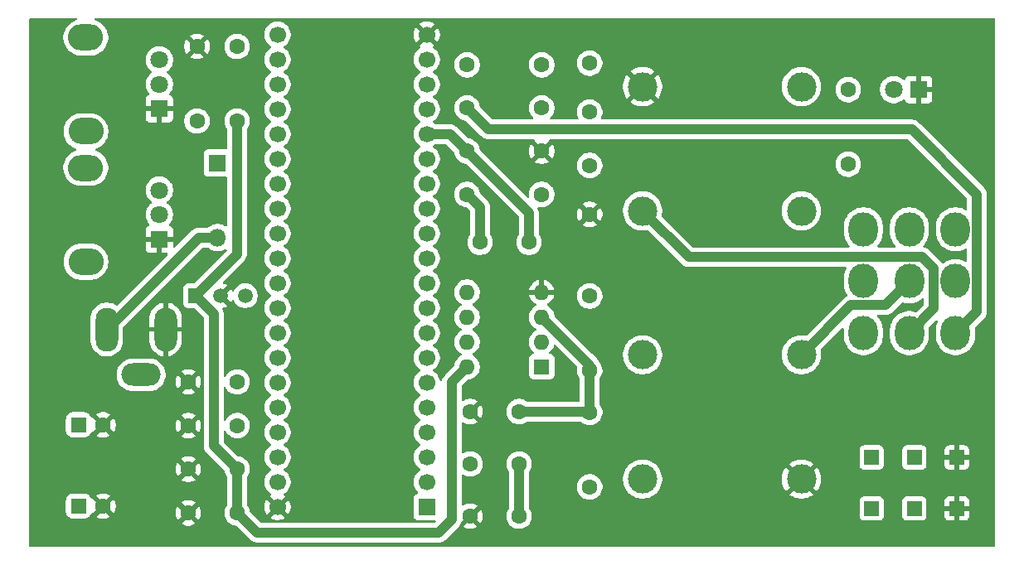
<source format=gbr>
%TF.GenerationSoftware,KiCad,Pcbnew,9.0.5*%
%TF.CreationDate,2025-10-31T17:46:48-05:00*%
%TF.ProjectId,wah,7761682e-6b69-4636-9164-5f7063625858,0.3*%
%TF.SameCoordinates,Original*%
%TF.FileFunction,Copper,L1,Top*%
%TF.FilePolarity,Positive*%
%FSLAX46Y46*%
G04 Gerber Fmt 4.6, Leading zero omitted, Abs format (unit mm)*
G04 Created by KiCad (PCBNEW 9.0.5) date 2025-10-31 17:46:48*
%MOMM*%
%LPD*%
G01*
G04 APERTURE LIST*
G04 Aperture macros list*
%AMRoundRect*
0 Rectangle with rounded corners*
0 $1 Rounding radius*
0 $2 $3 $4 $5 $6 $7 $8 $9 X,Y pos of 4 corners*
0 Add a 4 corners polygon primitive as box body*
4,1,4,$2,$3,$4,$5,$6,$7,$8,$9,$2,$3,0*
0 Add four circle primitives for the rounded corners*
1,1,$1+$1,$2,$3*
1,1,$1+$1,$4,$5*
1,1,$1+$1,$6,$7*
1,1,$1+$1,$8,$9*
0 Add four rect primitives between the rounded corners*
20,1,$1+$1,$2,$3,$4,$5,0*
20,1,$1+$1,$4,$5,$6,$7,0*
20,1,$1+$1,$6,$7,$8,$9,0*
20,1,$1+$1,$8,$9,$2,$3,0*%
G04 Aperture macros list end*
%TA.AperFunction,ComponentPad*%
%ADD10RoundRect,0.250000X-0.550000X-0.550000X0.550000X-0.550000X0.550000X0.550000X-0.550000X0.550000X0*%
%TD*%
%TA.AperFunction,ComponentPad*%
%ADD11C,1.600000*%
%TD*%
%TA.AperFunction,ComponentPad*%
%ADD12R,1.800000X1.800000*%
%TD*%
%TA.AperFunction,ComponentPad*%
%ADD13O,1.800000X1.800000*%
%TD*%
%TA.AperFunction,ComponentPad*%
%ADD14O,3.580000X2.720000*%
%TD*%
%TA.AperFunction,ComponentPad*%
%ADD15O,3.580000X2.696000*%
%TD*%
%TA.AperFunction,ComponentPad*%
%ADD16C,1.800000*%
%TD*%
%TA.AperFunction,ComponentPad*%
%ADD17R,1.500000X1.500000*%
%TD*%
%TA.AperFunction,ComponentPad*%
%ADD18C,1.500000*%
%TD*%
%TA.AperFunction,ComponentPad*%
%ADD19C,3.000000*%
%TD*%
%TA.AperFunction,ComponentPad*%
%ADD20O,2.300000X4.500000*%
%TD*%
%TA.AperFunction,ComponentPad*%
%ADD21O,4.000000X2.300000*%
%TD*%
%TA.AperFunction,ComponentPad*%
%ADD22O,3.000000X3.500000*%
%TD*%
%TA.AperFunction,ComponentPad*%
%ADD23R,1.600000X1.600000*%
%TD*%
%TA.AperFunction,ComponentPad*%
%ADD24O,1.600000X1.600000*%
%TD*%
%TA.AperFunction,ComponentPad*%
%ADD25R,1.700000X1.700000*%
%TD*%
%TA.AperFunction,ComponentPad*%
%ADD26C,1.700000*%
%TD*%
%TA.AperFunction,Conductor*%
%ADD27C,1.000000*%
%TD*%
G04 APERTURE END LIST*
D10*
%TO.P,C13,1*%
%TO.N,/VREF*%
X47700000Y-75035000D03*
D11*
%TO.P,C13,2*%
%TO.N,GND*%
X50200000Y-75035000D03*
%TD*%
D10*
%TO.P,C3,1*%
%TO.N,+9V*%
X47700000Y-83335000D03*
D11*
%TO.P,C3,2*%
%TO.N,GND*%
X50200000Y-83335000D03*
%TD*%
D12*
%TO.P,D1,1,K*%
%TO.N,+9V*%
X61885000Y-48270000D03*
D13*
%TO.P,D1,2,A*%
%TO.N,Net-(D1-A)*%
X61885000Y-55890000D03*
%TD*%
D11*
%TO.P,C11,1*%
%TO.N,/AUDIO_OUT*%
X92685000Y-79020000D03*
%TO.P,C11,2*%
%TO.N,Net-(C11-Pad2)*%
X87685000Y-79020000D03*
%TD*%
D14*
%TO.P,RV2,*%
%TO.N,*%
X48447000Y-45031600D03*
D15*
X48435000Y-35443600D03*
D12*
%TO.P,RV2,1,1*%
%TO.N,GND*%
X55947000Y-42731600D03*
D16*
%TO.P,RV2,2,2*%
%TO.N,/POT2*%
X55947000Y-40231600D03*
%TO.P,RV2,3,3*%
%TO.N,VDD*%
X55947000Y-37731600D03*
%TD*%
D11*
%TO.P,C6,1*%
%TO.N,Net-(C6-Pad1)*%
X88685000Y-56370000D03*
%TO.P,C6,2*%
%TO.N,/AUDIO_IN*%
X93685000Y-56370000D03*
%TD*%
D17*
%TO.P,GND1,1,1*%
%TO.N,GND*%
X137385000Y-78370000D03*
%TD*%
D11*
%TO.P,R6,1*%
%TO.N,GND*%
X59785000Y-36360000D03*
%TO.P,R6,2*%
%TO.N,/VREF*%
X59785000Y-43980000D03*
%TD*%
D17*
%TO.P,U2,1,VO*%
%TO.N,Net-(U1C-V+)*%
X59645000Y-61830000D03*
D18*
%TO.P,U2,2,GND*%
%TO.N,GND*%
X62185000Y-61830000D03*
%TO.P,U2,3,VI*%
%TO.N,+9V*%
X64725000Y-61830000D03*
%TD*%
D17*
%TO.P,TP_5V1,1,1*%
%TO.N,Net-(U1C-V+)*%
X128685000Y-78370000D03*
%TD*%
D19*
%TO.P,J3,S*%
%TO.N,GND*%
X121515000Y-80570000D03*
%TO.P,J3,SN*%
%TO.N,N/C*%
X105285000Y-80570000D03*
%TO.P,J3,T*%
%TO.N,Net-(J3-PadT)*%
X121515000Y-67870000D03*
%TO.P,J3,TN*%
%TO.N,N/C*%
X105285000Y-67870000D03*
%TD*%
D11*
%TO.P,C5,1*%
%TO.N,+9V*%
X63900000Y-75101667D03*
%TO.P,C5,2*%
%TO.N,GND*%
X58900000Y-75101667D03*
%TD*%
%TO.P,R2,1*%
%TO.N,/VREF*%
X87375000Y-38246800D03*
%TO.P,R2,2*%
%TO.N,Net-(U1B-+)*%
X94995000Y-38246800D03*
%TD*%
D20*
%TO.P,J1,1*%
%TO.N,GND*%
X56585000Y-65270000D03*
%TO.P,J1,2*%
%TO.N,Net-(D1-A)*%
X50585000Y-65270000D03*
D21*
%TO.P,J1,3*%
%TO.N,unconnected-(J1-Pad3)*%
X54085000Y-69920000D03*
%TD*%
D14*
%TO.P,RV1,*%
%TO.N,*%
X48447000Y-58352000D03*
D15*
X48435000Y-48764000D03*
D12*
%TO.P,RV1,1,1*%
%TO.N,GND*%
X55947000Y-56052000D03*
D16*
%TO.P,RV1,2,2*%
%TO.N,/POT1*%
X55947000Y-53552000D03*
%TO.P,RV1,3,3*%
%TO.N,VDD*%
X55947000Y-51052000D03*
%TD*%
D11*
%TO.P,C8,1*%
%TO.N,Net-(U1C-V+)*%
X63900000Y-84035000D03*
%TO.P,C8,2*%
%TO.N,GND*%
X58900000Y-84035000D03*
%TD*%
%TO.P,R7,1*%
%TO.N,Net-(C11-Pad2)*%
X99885000Y-81370000D03*
%TO.P,R7,2*%
%TO.N,Net-(U1A-+)*%
X99885000Y-73750000D03*
%TD*%
%TO.P,R1,1*%
%TO.N,/FX_IN*%
X87375000Y-42654533D03*
%TO.P,R1,2*%
%TO.N,Net-(C1-Pad1)*%
X94995000Y-42654533D03*
%TD*%
%TO.P,R9,1*%
%TO.N,Net-(R9-Pad1)*%
X126285000Y-48390000D03*
%TO.P,R9,2*%
%TO.N,Net-(D2-A)*%
X126285000Y-40770000D03*
%TD*%
%TO.P,R5,1*%
%TO.N,Net-(U1C-V+)*%
X63885000Y-43980000D03*
%TO.P,R5,2*%
%TO.N,/VREF*%
X63885000Y-36360000D03*
%TD*%
D17*
%TO.P,TP_VREF1,1,1*%
%TO.N,/VREF*%
X128685000Y-83570000D03*
%TD*%
D12*
%TO.P,D2,1,K*%
%TO.N,GND*%
X133470000Y-40770000D03*
D16*
%TO.P,D2,2,A*%
%TO.N,Net-(D2-A)*%
X130930000Y-40770000D03*
%TD*%
D11*
%TO.P,C4,1*%
%TO.N,+9V*%
X63900000Y-70635000D03*
%TO.P,C4,2*%
%TO.N,GND*%
X58900000Y-70635000D03*
%TD*%
D22*
%TO.P,SW1,1,A*%
%TO.N,Net-(SW1-A-Pad1)*%
X127835000Y-65650000D03*
%TO.P,SW1,2,B*%
%TO.N,Net-(J2-PadT)*%
X132535000Y-65650000D03*
%TO.P,SW1,3,C*%
%TO.N,/FX_IN*%
X137235000Y-65650000D03*
%TO.P,SW1,4,A*%
%TO.N,Net-(SW1-A-Pad1)*%
X127835000Y-60350000D03*
%TO.P,SW1,5,B*%
%TO.N,Net-(J3-PadT)*%
X132535000Y-60350000D03*
%TO.P,SW1,6,C*%
%TO.N,/FX_OUT*%
X137235000Y-60350000D03*
%TO.P,SW1,7,A*%
%TO.N,unconnected-(SW1-A-Pad7)*%
X127835000Y-55050000D03*
%TO.P,SW1,8,B*%
%TO.N,+9V*%
X132535000Y-55050000D03*
%TO.P,SW1,9,C*%
%TO.N,Net-(R9-Pad1)*%
X137235000Y-55050000D03*
%TD*%
D19*
%TO.P,J2,S*%
%TO.N,GND*%
X105285000Y-40470000D03*
%TO.P,J2,SN*%
%TO.N,N/C*%
X121515000Y-40470000D03*
%TO.P,J2,T*%
%TO.N,Net-(J2-PadT)*%
X105285000Y-53170000D03*
%TO.P,J2,TN*%
%TO.N,N/C*%
X121515000Y-53170000D03*
%TD*%
D11*
%TO.P,R3,1*%
%TO.N,Net-(U1B--)*%
X94995000Y-51470000D03*
%TO.P,R3,2*%
%TO.N,Net-(C6-Pad1)*%
X87375000Y-51470000D03*
%TD*%
%TO.P,C7,1*%
%TO.N,Net-(U1C-V+)*%
X63900000Y-79568333D03*
%TO.P,C7,2*%
%TO.N,GND*%
X58900000Y-79568333D03*
%TD*%
%TO.P,R8,1*%
%TO.N,/VREF*%
X99885000Y-61870000D03*
%TO.P,R8,2*%
%TO.N,Net-(U1A-+)*%
X99885000Y-69490000D03*
%TD*%
%TO.P,C1,1*%
%TO.N,Net-(C1-Pad1)*%
X99885000Y-48513600D03*
%TO.P,C1,2*%
%TO.N,GND*%
X99885000Y-53513600D03*
%TD*%
%TO.P,C2,1*%
%TO.N,Net-(C1-Pad1)*%
X99885000Y-43070000D03*
%TO.P,C2,2*%
%TO.N,Net-(U1B-+)*%
X99885000Y-38070000D03*
%TD*%
D23*
%TO.P,U1,1*%
%TO.N,/FX_OUT*%
X94985000Y-69090000D03*
D24*
%TO.P,U1,2,-*%
X94985000Y-66550000D03*
%TO.P,U1,3,+*%
%TO.N,Net-(U1A-+)*%
X94985000Y-64010000D03*
%TO.P,U1,4,V-*%
%TO.N,GND*%
X94985000Y-61470000D03*
%TO.P,U1,5,+*%
%TO.N,Net-(U1B-+)*%
X87365000Y-61470000D03*
%TO.P,U1,6,-*%
%TO.N,Net-(U1B--)*%
X87365000Y-64010000D03*
%TO.P,U1,7*%
X87365000Y-66550000D03*
%TO.P,U1,8,V+*%
%TO.N,Net-(U1C-V+)*%
X87365000Y-69090000D03*
%TD*%
D11*
%TO.P,C9,1*%
%TO.N,/AUDIO_OUT*%
X92685000Y-84370000D03*
%TO.P,C9,2*%
%TO.N,GND*%
X87685000Y-84370000D03*
%TD*%
%TO.P,R4,1*%
%TO.N,/AUDIO_IN*%
X87375000Y-47062267D03*
%TO.P,R4,2*%
%TO.N,GND*%
X94995000Y-47062267D03*
%TD*%
D25*
%TO.P,A1,1,USB_ID*%
%TO.N,unconnected-(A1-USB_ID-Pad1)*%
X83252000Y-83411600D03*
D26*
%TO.P,A1,2,SD_DATA_3*%
%TO.N,unconnected-(A1-SD_DATA_3-Pad2)*%
X83252000Y-80871600D03*
%TO.P,A1,3,SD_DATA_2*%
%TO.N,unconnected-(A1-SD_DATA_2-Pad3)*%
X83252000Y-78331600D03*
%TO.P,A1,4,SD_DATA_1*%
%TO.N,unconnected-(A1-SD_DATA_1-Pad4)*%
X83252000Y-75791600D03*
%TO.P,A1,5,SD_DATA_0*%
%TO.N,unconnected-(A1-SD_DATA_0-Pad5)*%
X83252000Y-73251600D03*
%TO.P,A1,6,SD_CMD*%
%TO.N,unconnected-(A1-SD_CMD-Pad6)*%
X83252000Y-70711600D03*
%TO.P,A1,7,SD_CLK*%
%TO.N,unconnected-(A1-SD_CLK-Pad7)*%
X83252000Y-68171600D03*
%TO.P,A1,8,SPI1_CS*%
%TO.N,unconnected-(A1-SPI1_CS-Pad8)*%
X83252000Y-65631600D03*
%TO.P,A1,9,SPI1_SCK*%
%TO.N,unconnected-(A1-SPI1_SCK-Pad9)*%
X83252000Y-63091600D03*
%TO.P,A1,10,SPI1_POCI*%
%TO.N,unconnected-(A1-SPI1_POCI-Pad10)*%
X83252000Y-60551600D03*
%TO.P,A1,11,SPI1_PICO*%
%TO.N,unconnected-(A1-SPI1_PICO-Pad11)*%
X83252000Y-58011600D03*
%TO.P,A1,12,I2C1_SCL*%
%TO.N,unconnected-(A1-I2C1_SCL-Pad12)*%
X83252000Y-55471600D03*
%TO.P,A1,13,I2C1_SDA*%
%TO.N,unconnected-(A1-I2C1_SDA-Pad13)*%
X83252000Y-52931600D03*
%TO.P,A1,14,USART1_TX*%
%TO.N,unconnected-(A1-USART1_TX-Pad14)*%
X83252000Y-50391600D03*
%TO.P,A1,15,USART1_RX*%
%TO.N,unconnected-(A1-USART1_RX-Pad15)*%
X83252000Y-47851600D03*
%TO.P,A1,16,AUDIO_IN_1*%
%TO.N,/AUDIO_IN*%
X83252000Y-45311600D03*
%TO.P,A1,17,AUDIO_IN_2*%
%TO.N,unconnected-(A1-AUDIO_IN_2-Pad17)*%
X83252000Y-42771600D03*
%TO.P,A1,18,AUDIO_OUT_1*%
%TO.N,/AUDIO_OUT*%
X83252000Y-40231600D03*
%TO.P,A1,19,AUDIO_OUT_2*%
%TO.N,unconnected-(A1-AUDIO_OUT_2-Pad19)*%
X83252000Y-37691600D03*
%TO.P,A1,20,AGND*%
%TO.N,GND*%
X83252000Y-35151600D03*
%TO.P,A1,21,3V3_A*%
%TO.N,VDD*%
X68012000Y-35151600D03*
%TO.P,A1,22,ADC_0*%
%TO.N,unconnected-(A1-ADC_0-Pad22)*%
X68012000Y-37691600D03*
%TO.P,A1,23,ADC_1*%
%TO.N,/POT2*%
X68012000Y-40231600D03*
%TO.P,A1,24,ADC_2*%
%TO.N,/POT1*%
X68012000Y-42771600D03*
%TO.P,A1,25,ADC_3*%
%TO.N,unconnected-(A1-ADC_3-Pad25)*%
X68012000Y-45311600D03*
%TO.P,A1,26,ADC_4*%
%TO.N,unconnected-(A1-ADC_4-Pad26)*%
X68012000Y-47851600D03*
%TO.P,A1,27,ADC_5*%
%TO.N,unconnected-(A1-ADC_5-Pad27)*%
X68012000Y-50391600D03*
%TO.P,A1,28,ADC_6*%
%TO.N,unconnected-(A1-ADC_6-Pad28)*%
X68012000Y-52931600D03*
%TO.P,A1,29,DAC_OUT2*%
%TO.N,unconnected-(A1-DAC_OUT2-Pad29)*%
X68012000Y-55471600D03*
%TO.P,A1,30,DAC_OUT1*%
%TO.N,unconnected-(A1-DAC_OUT1-Pad30)*%
X68012000Y-58011600D03*
%TO.P,A1,31,SAI2_MCLK*%
%TO.N,unconnected-(A1-SAI2_MCLK-Pad31)*%
X68012000Y-60551600D03*
%TO.P,A1,32,SAI2_SD_B*%
%TO.N,unconnected-(A1-SAI2_SD_B-Pad32)*%
X68012000Y-63091600D03*
%TO.P,A1,33,SAI2_SD_A*%
%TO.N,unconnected-(A1-SAI2_SD_A-Pad33)*%
X68012000Y-65631600D03*
%TO.P,A1,34,SAI2_FS*%
%TO.N,unconnected-(A1-SAI2_FS-Pad34)*%
X68012000Y-68171600D03*
%TO.P,A1,35,SAI2_SCK*%
%TO.N,unconnected-(A1-SAI2_SCK-Pad35)*%
X68012000Y-70711600D03*
%TO.P,A1,36,USB_D_-*%
%TO.N,unconnected-(A1-USB_D_--Pad36)*%
X68012000Y-73251600D03*
%TO.P,A1,37,USB_D_+*%
%TO.N,unconnected-(A1-USB_D_+-Pad37)*%
X68012000Y-75791600D03*
%TO.P,A1,38,3V3_D*%
%TO.N,unconnected-(A1-3V3_D-Pad38)*%
X68012000Y-78331600D03*
%TO.P,A1,39,VIN*%
%TO.N,+9V*%
X68012000Y-80871600D03*
%TO.P,A1,40,DGND*%
%TO.N,GND*%
X68012000Y-83411600D03*
%TD*%
D17*
%TO.P,TP_IN1,1,1*%
%TO.N,/FX_IN*%
X133035000Y-83570000D03*
%TD*%
D11*
%TO.P,C12,1*%
%TO.N,Net-(U1A-+)*%
X92685000Y-73670000D03*
%TO.P,C12,2*%
%TO.N,GND*%
X87685000Y-73670000D03*
%TD*%
D17*
%TO.P,GND2,1,1*%
%TO.N,GND*%
X137385000Y-83570000D03*
%TD*%
%TO.P,TP_OUT1,1,1*%
%TO.N,/FX_OUT*%
X133035000Y-78370000D03*
%TD*%
D27*
%TO.N,/FX_IN*%
X139436000Y-51471000D02*
X139436000Y-63449000D01*
X89555467Y-44835000D02*
X132800000Y-44835000D01*
X139436000Y-63449000D02*
X137235000Y-65650000D01*
X132800000Y-44835000D02*
X139436000Y-51471000D01*
X87375000Y-42654533D02*
X89555467Y-44835000D01*
%TO.N,/AUDIO_IN*%
X85624333Y-45311600D02*
X87375000Y-47062267D01*
X83252000Y-45311600D02*
X85624333Y-45311600D01*
X93685000Y-53372267D02*
X93685000Y-56370000D01*
X87375000Y-47062267D02*
X93685000Y-53372267D01*
%TO.N,/AUDIO_OUT*%
X92685000Y-79020000D02*
X92685000Y-84370000D01*
%TO.N,Net-(C6-Pad1)*%
X87385000Y-51470000D02*
X88685000Y-52770000D01*
X88685000Y-52770000D02*
X88685000Y-56370000D01*
X87375000Y-51470000D02*
X87385000Y-51470000D01*
%TO.N,Net-(U1C-V+)*%
X65900000Y-86035000D02*
X84500000Y-86035000D01*
X85800000Y-84735000D02*
X85800000Y-70655000D01*
X63885000Y-57590000D02*
X59645000Y-61830000D01*
X85800000Y-70655000D02*
X87365000Y-69090000D01*
X61500000Y-77168333D02*
X63900000Y-79568333D01*
X63900000Y-84035000D02*
X65900000Y-86035000D01*
X63885000Y-43980000D02*
X63885000Y-57590000D01*
X59645000Y-61830000D02*
X61500000Y-63685000D01*
X61500000Y-63685000D02*
X61500000Y-77168333D01*
X63900000Y-79568333D02*
X63900000Y-84035000D01*
X84500000Y-86035000D02*
X85800000Y-84735000D01*
%TO.N,Net-(D1-A)*%
X59965000Y-55890000D02*
X61885000Y-55890000D01*
X50585000Y-65270000D02*
X59965000Y-55890000D01*
%TO.N,Net-(U1A-+)*%
X94985000Y-64010000D02*
X99885000Y-68910000D01*
X99885000Y-69490000D02*
X99885000Y-73750000D01*
X99805000Y-73670000D02*
X99885000Y-73750000D01*
X99885000Y-68910000D02*
X99885000Y-69490000D01*
X92685000Y-73670000D02*
X99805000Y-73670000D01*
%TO.N,Net-(J2-PadT)*%
X110014000Y-57899000D02*
X133864000Y-57899000D01*
X135034000Y-63151000D02*
X132535000Y-65650000D01*
X133864000Y-57899000D02*
X135034000Y-59069000D01*
X135034000Y-59069000D02*
X135034000Y-63151000D01*
X105285000Y-53170000D02*
X110014000Y-57899000D01*
%TO.N,Net-(J3-PadT)*%
X132535000Y-60350000D02*
X130084000Y-62801000D01*
X130084000Y-62801000D02*
X126584000Y-62801000D01*
X126584000Y-62801000D02*
X121515000Y-67870000D01*
%TD*%
%TA.AperFunction,Conductor*%
%TO.N,GND*%
G36*
X47472682Y-33454585D02*
G01*
X47518437Y-33507389D01*
X47528381Y-33576547D01*
X47499356Y-33640103D01*
X47440578Y-33677877D01*
X47437759Y-33678668D01*
X47416439Y-33684380D01*
X47397543Y-33689444D01*
X47173684Y-33782169D01*
X47173667Y-33782177D01*
X46963825Y-33903330D01*
X46771585Y-34050840D01*
X46771578Y-34050846D01*
X46600246Y-34222178D01*
X46600240Y-34222185D01*
X46452730Y-34414425D01*
X46331577Y-34624267D01*
X46331569Y-34624284D01*
X46238844Y-34848143D01*
X46176130Y-35082199D01*
X46176128Y-35082210D01*
X46144500Y-35322435D01*
X46144500Y-35564764D01*
X46162516Y-35701600D01*
X46176129Y-35804998D01*
X46205153Y-35913317D01*
X46238844Y-36039056D01*
X46331569Y-36262915D01*
X46331577Y-36262932D01*
X46452730Y-36472774D01*
X46600240Y-36665014D01*
X46600246Y-36665021D01*
X46771578Y-36836353D01*
X46771585Y-36836359D01*
X46963825Y-36983869D01*
X47173667Y-37105022D01*
X47173672Y-37105024D01*
X47173675Y-37105026D01*
X47173679Y-37105027D01*
X47173684Y-37105030D01*
X47244679Y-37134437D01*
X47397544Y-37197756D01*
X47631602Y-37260471D01*
X47871843Y-37292100D01*
X47871850Y-37292100D01*
X48998150Y-37292100D01*
X48998157Y-37292100D01*
X49238398Y-37260471D01*
X49472456Y-37197756D01*
X49696325Y-37105026D01*
X49906175Y-36983869D01*
X50098416Y-36836358D01*
X50269758Y-36665016D01*
X50417269Y-36472775D01*
X50538426Y-36262925D01*
X50540598Y-36257682D01*
X58485000Y-36257682D01*
X58485000Y-36462317D01*
X58517009Y-36664417D01*
X58580244Y-36859031D01*
X58673141Y-37041350D01*
X58673147Y-37041359D01*
X58705523Y-37085921D01*
X58705524Y-37085922D01*
X59385000Y-36406446D01*
X59385000Y-36412661D01*
X59412259Y-36514394D01*
X59464920Y-36605606D01*
X59539394Y-36680080D01*
X59630606Y-36732741D01*
X59732339Y-36760000D01*
X59738553Y-36760000D01*
X59059076Y-37439474D01*
X59103650Y-37471859D01*
X59285968Y-37564755D01*
X59480582Y-37627990D01*
X59682683Y-37660000D01*
X59887317Y-37660000D01*
X60089417Y-37627990D01*
X60284031Y-37564755D01*
X60466349Y-37471859D01*
X60510921Y-37439474D01*
X59831447Y-36760000D01*
X59837661Y-36760000D01*
X59939394Y-36732741D01*
X60030606Y-36680080D01*
X60105080Y-36605606D01*
X60157741Y-36514394D01*
X60185000Y-36412661D01*
X60185000Y-36406447D01*
X60864474Y-37085921D01*
X60896859Y-37041349D01*
X60989755Y-36859031D01*
X61052990Y-36664417D01*
X61085000Y-36462317D01*
X61085000Y-36257682D01*
X61084995Y-36257648D01*
X62584500Y-36257648D01*
X62584500Y-36462351D01*
X62616522Y-36664534D01*
X62679781Y-36859223D01*
X62724150Y-36946300D01*
X62772698Y-37041581D01*
X62772715Y-37041613D01*
X62893028Y-37207213D01*
X63037786Y-37351971D01*
X63158226Y-37439474D01*
X63203390Y-37472287D01*
X63319607Y-37531503D01*
X63385776Y-37565218D01*
X63385778Y-37565218D01*
X63385781Y-37565220D01*
X63447621Y-37585313D01*
X63580465Y-37628477D01*
X63681557Y-37644488D01*
X63782648Y-37660500D01*
X63782649Y-37660500D01*
X63987351Y-37660500D01*
X63987352Y-37660500D01*
X64189534Y-37628477D01*
X64384219Y-37565220D01*
X64566610Y-37472287D01*
X64666682Y-37399581D01*
X64732213Y-37351971D01*
X64732215Y-37351968D01*
X64732219Y-37351966D01*
X64876966Y-37207219D01*
X64876968Y-37207215D01*
X64876971Y-37207213D01*
X64951216Y-37105022D01*
X64997287Y-37041610D01*
X65090220Y-36859219D01*
X65153477Y-36664534D01*
X65185500Y-36462352D01*
X65185500Y-36257648D01*
X65173472Y-36181709D01*
X65153477Y-36055465D01*
X65107290Y-35913317D01*
X65090220Y-35860781D01*
X65090218Y-35860778D01*
X65090218Y-35860776D01*
X65056503Y-35794607D01*
X64997287Y-35678390D01*
X64965092Y-35634077D01*
X64876971Y-35512786D01*
X64732213Y-35368028D01*
X64566613Y-35247715D01*
X64566612Y-35247714D01*
X64566610Y-35247713D01*
X64509653Y-35218691D01*
X64384223Y-35154781D01*
X64189534Y-35091522D01*
X64014995Y-35063878D01*
X63987352Y-35059500D01*
X63782648Y-35059500D01*
X63758329Y-35063351D01*
X63580465Y-35091522D01*
X63385776Y-35154781D01*
X63203386Y-35247715D01*
X63037786Y-35368028D01*
X62893028Y-35512786D01*
X62772715Y-35678386D01*
X62679781Y-35860776D01*
X62616522Y-36055465D01*
X62584500Y-36257648D01*
X61084995Y-36257648D01*
X61052990Y-36055582D01*
X60989755Y-35860968D01*
X60896859Y-35678650D01*
X60864474Y-35634077D01*
X60864474Y-35634076D01*
X60185000Y-36313551D01*
X60185000Y-36307339D01*
X60157741Y-36205606D01*
X60105080Y-36114394D01*
X60030606Y-36039920D01*
X59939394Y-35987259D01*
X59837661Y-35960000D01*
X59831446Y-35960000D01*
X60510922Y-35280524D01*
X60510921Y-35280523D01*
X60466359Y-35248147D01*
X60466350Y-35248141D01*
X60284031Y-35155244D01*
X60089417Y-35092009D01*
X59887317Y-35060000D01*
X59682683Y-35060000D01*
X59480582Y-35092009D01*
X59285968Y-35155244D01*
X59103644Y-35248143D01*
X59059077Y-35280523D01*
X59059077Y-35280524D01*
X59738554Y-35960000D01*
X59732339Y-35960000D01*
X59630606Y-35987259D01*
X59539394Y-36039920D01*
X59464920Y-36114394D01*
X59412259Y-36205606D01*
X59385000Y-36307339D01*
X59385000Y-36313553D01*
X58705524Y-35634077D01*
X58705523Y-35634077D01*
X58673143Y-35678644D01*
X58580244Y-35860968D01*
X58517009Y-36055582D01*
X58485000Y-36257682D01*
X50540598Y-36257682D01*
X50631156Y-36039056D01*
X50693871Y-35804998D01*
X50725500Y-35564757D01*
X50725500Y-35322443D01*
X50693871Y-35082202D01*
X50683987Y-35045313D01*
X66661500Y-35045313D01*
X66661500Y-35257886D01*
X66694735Y-35467727D01*
X66694754Y-35467843D01*
X66726243Y-35564757D01*
X66760444Y-35670014D01*
X66856951Y-35859420D01*
X66981890Y-36031386D01*
X67132213Y-36181709D01*
X67304182Y-36306650D01*
X67312946Y-36311116D01*
X67363742Y-36359091D01*
X67380536Y-36426912D01*
X67357998Y-36493047D01*
X67312946Y-36532084D01*
X67304182Y-36536549D01*
X67132213Y-36661490D01*
X66981890Y-36811813D01*
X66856951Y-36983779D01*
X66760444Y-37173185D01*
X66694753Y-37375360D01*
X66661500Y-37585313D01*
X66661500Y-37797886D01*
X66688387Y-37967648D01*
X66694754Y-38007843D01*
X66748206Y-38172352D01*
X66760444Y-38210014D01*
X66856951Y-38399420D01*
X66981890Y-38571386D01*
X67132213Y-38721709D01*
X67304182Y-38846650D01*
X67312946Y-38851116D01*
X67363742Y-38899091D01*
X67380536Y-38966912D01*
X67357998Y-39033047D01*
X67312946Y-39072084D01*
X67304182Y-39076549D01*
X67132213Y-39201490D01*
X66981890Y-39351813D01*
X66856951Y-39523779D01*
X66760444Y-39713185D01*
X66760443Y-39713187D01*
X66760443Y-39713188D01*
X66744379Y-39762627D01*
X66694753Y-39915360D01*
X66668839Y-40078979D01*
X66661500Y-40125313D01*
X66661500Y-40337887D01*
X66662123Y-40341821D01*
X66693344Y-40538944D01*
X66694754Y-40547843D01*
X66735804Y-40674182D01*
X66760444Y-40750014D01*
X66856951Y-40939420D01*
X66981890Y-41111386D01*
X67132213Y-41261709D01*
X67304182Y-41386650D01*
X67312946Y-41391116D01*
X67363742Y-41439091D01*
X67380536Y-41506912D01*
X67357998Y-41573047D01*
X67312946Y-41612084D01*
X67304182Y-41616549D01*
X67132213Y-41741490D01*
X66981890Y-41891813D01*
X66856951Y-42063779D01*
X66760444Y-42253185D01*
X66760443Y-42253187D01*
X66760443Y-42253188D01*
X66755762Y-42267595D01*
X66694753Y-42455360D01*
X66661500Y-42665313D01*
X66661500Y-42877886D01*
X66686955Y-43038607D01*
X66694754Y-43087843D01*
X66752660Y-43266059D01*
X66760444Y-43290014D01*
X66856951Y-43479420D01*
X66981890Y-43651386D01*
X67132213Y-43801709D01*
X67304182Y-43926650D01*
X67312946Y-43931116D01*
X67363742Y-43979091D01*
X67380536Y-44046912D01*
X67357998Y-44113047D01*
X67312946Y-44152084D01*
X67304182Y-44156549D01*
X67132213Y-44281490D01*
X66981890Y-44431813D01*
X66856951Y-44603779D01*
X66760444Y-44793185D01*
X66694753Y-44995360D01*
X66661500Y-45205313D01*
X66661500Y-45417886D01*
X66692266Y-45612139D01*
X66694754Y-45627843D01*
X66749733Y-45797051D01*
X66760444Y-45830014D01*
X66856951Y-46019420D01*
X66981890Y-46191386D01*
X67132213Y-46341709D01*
X67304182Y-46466650D01*
X67312946Y-46471116D01*
X67363742Y-46519091D01*
X67380536Y-46586912D01*
X67357998Y-46653047D01*
X67312946Y-46692084D01*
X67304182Y-46696549D01*
X67132213Y-46821490D01*
X66981890Y-46971813D01*
X66856951Y-47143779D01*
X66760444Y-47333185D01*
X66694753Y-47535360D01*
X66661500Y-47745313D01*
X66661500Y-47957886D01*
X66681706Y-48085465D01*
X66694754Y-48167843D01*
X66757926Y-48362267D01*
X66760444Y-48370014D01*
X66856951Y-48559420D01*
X66981890Y-48731386D01*
X67132213Y-48881709D01*
X67304182Y-49006650D01*
X67312946Y-49011116D01*
X67363742Y-49059091D01*
X67380536Y-49126912D01*
X67357998Y-49193047D01*
X67312946Y-49232084D01*
X67304182Y-49236549D01*
X67132213Y-49361490D01*
X66981890Y-49511813D01*
X66856951Y-49683779D01*
X66760444Y-49873185D01*
X66694753Y-50075360D01*
X66684573Y-50139635D01*
X66661500Y-50285313D01*
X66661500Y-50497887D01*
X66694754Y-50707843D01*
X66720925Y-50788390D01*
X66760444Y-50910014D01*
X66856951Y-51099420D01*
X66981890Y-51271386D01*
X67132213Y-51421709D01*
X67304182Y-51546650D01*
X67312946Y-51551116D01*
X67363742Y-51599091D01*
X67380536Y-51666912D01*
X67357998Y-51733047D01*
X67312946Y-51772084D01*
X67304182Y-51776549D01*
X67132213Y-51901490D01*
X66981890Y-52051813D01*
X66856951Y-52223779D01*
X66760444Y-52413185D01*
X66694753Y-52615360D01*
X66661500Y-52825313D01*
X66661500Y-53037886D01*
X66692843Y-53235782D01*
X66694754Y-53247843D01*
X66730938Y-53359206D01*
X66760444Y-53450014D01*
X66856951Y-53639420D01*
X66981890Y-53811386D01*
X67132213Y-53961709D01*
X67304182Y-54086650D01*
X67312946Y-54091116D01*
X67363742Y-54139091D01*
X67380536Y-54206912D01*
X67357998Y-54273047D01*
X67312946Y-54312084D01*
X67304182Y-54316549D01*
X67132213Y-54441490D01*
X66981890Y-54591813D01*
X66856951Y-54763779D01*
X66760444Y-54953185D01*
X66694753Y-55155360D01*
X66661500Y-55365313D01*
X66661500Y-55577886D01*
X66679433Y-55691114D01*
X66694754Y-55787843D01*
X66721702Y-55870781D01*
X66760444Y-55990014D01*
X66856951Y-56179420D01*
X66981890Y-56351386D01*
X67132213Y-56501709D01*
X67304182Y-56626650D01*
X67312946Y-56631116D01*
X67363742Y-56679091D01*
X67380536Y-56746912D01*
X67357998Y-56813047D01*
X67312946Y-56852084D01*
X67304182Y-56856549D01*
X67132213Y-56981490D01*
X66981890Y-57131813D01*
X66856951Y-57303779D01*
X66760444Y-57493185D01*
X66694753Y-57695360D01*
X66685675Y-57752679D01*
X66661500Y-57905313D01*
X66661500Y-58117887D01*
X66694754Y-58327843D01*
X66753657Y-58509128D01*
X66760444Y-58530014D01*
X66856951Y-58719420D01*
X66981890Y-58891386D01*
X67132213Y-59041709D01*
X67304182Y-59166650D01*
X67312946Y-59171116D01*
X67363742Y-59219091D01*
X67380536Y-59286912D01*
X67357998Y-59353047D01*
X67312946Y-59392084D01*
X67304182Y-59396549D01*
X67132213Y-59521490D01*
X66981890Y-59671813D01*
X66856951Y-59843779D01*
X66760444Y-60033185D01*
X66694753Y-60235360D01*
X66675374Y-60357715D01*
X66661500Y-60445313D01*
X66661500Y-60657887D01*
X66663669Y-60671581D01*
X66677816Y-60760905D01*
X66694754Y-60867843D01*
X66748133Y-61032127D01*
X66760444Y-61070014D01*
X66856951Y-61259420D01*
X66981890Y-61431386D01*
X67132213Y-61581709D01*
X67304182Y-61706650D01*
X67312946Y-61711116D01*
X67363742Y-61759091D01*
X67380536Y-61826912D01*
X67357998Y-61893047D01*
X67312946Y-61932084D01*
X67304182Y-61936549D01*
X67132213Y-62061490D01*
X66981890Y-62211813D01*
X66856951Y-62383779D01*
X66760444Y-62573185D01*
X66694753Y-62775360D01*
X66661500Y-62985313D01*
X66661500Y-63197886D01*
X66693432Y-63399500D01*
X66694754Y-63407843D01*
X66757824Y-63601953D01*
X66760444Y-63610014D01*
X66856951Y-63799420D01*
X66981890Y-63971386D01*
X67132213Y-64121709D01*
X67304182Y-64246650D01*
X67312946Y-64251116D01*
X67363742Y-64299091D01*
X67380536Y-64366912D01*
X67357998Y-64433047D01*
X67312946Y-64472084D01*
X67304182Y-64476549D01*
X67132213Y-64601490D01*
X66981890Y-64751813D01*
X66856951Y-64923779D01*
X66760444Y-65113185D01*
X66694753Y-65315360D01*
X66661500Y-65525313D01*
X66661500Y-65737886D01*
X66690195Y-65919062D01*
X66694754Y-65947843D01*
X66735081Y-66071957D01*
X66760444Y-66150014D01*
X66856951Y-66339420D01*
X66981890Y-66511386D01*
X67132213Y-66661709D01*
X67304182Y-66786650D01*
X67312946Y-66791116D01*
X67363742Y-66839091D01*
X67380536Y-66906912D01*
X67357998Y-66973047D01*
X67312946Y-67012084D01*
X67304182Y-67016549D01*
X67132213Y-67141490D01*
X66981890Y-67291813D01*
X66856951Y-67463779D01*
X66760444Y-67653185D01*
X66694753Y-67855360D01*
X66661500Y-68065313D01*
X66661500Y-68277886D01*
X66686557Y-68436093D01*
X66694754Y-68487843D01*
X66751039Y-68661071D01*
X66760444Y-68690014D01*
X66856951Y-68879420D01*
X66981890Y-69051386D01*
X67132213Y-69201709D01*
X67304182Y-69326650D01*
X67312946Y-69331116D01*
X67363742Y-69379091D01*
X67380536Y-69446912D01*
X67357998Y-69513047D01*
X67312946Y-69552084D01*
X67304182Y-69556549D01*
X67132213Y-69681490D01*
X66981890Y-69831813D01*
X66856951Y-70003779D01*
X66760444Y-70193185D01*
X66694753Y-70395360D01*
X66661500Y-70605313D01*
X66661500Y-70817886D01*
X66691310Y-71006103D01*
X66694754Y-71027843D01*
X66743846Y-71178933D01*
X66760444Y-71230014D01*
X66856951Y-71419420D01*
X66981890Y-71591386D01*
X67132213Y-71741709D01*
X67304182Y-71866650D01*
X67312946Y-71871116D01*
X67363742Y-71919091D01*
X67380536Y-71986912D01*
X67357998Y-72053047D01*
X67312946Y-72092084D01*
X67304182Y-72096549D01*
X67132213Y-72221490D01*
X66981890Y-72371813D01*
X66856951Y-72543779D01*
X66760444Y-72733185D01*
X66694753Y-72935360D01*
X66691672Y-72954815D01*
X66661500Y-73145313D01*
X66661500Y-73357887D01*
X66662719Y-73365582D01*
X66691310Y-73546103D01*
X66694754Y-73567843D01*
X66759467Y-73767009D01*
X66760444Y-73770014D01*
X66856951Y-73959420D01*
X66981890Y-74131386D01*
X67132213Y-74281709D01*
X67304182Y-74406650D01*
X67312946Y-74411116D01*
X67363742Y-74459091D01*
X67380536Y-74526912D01*
X67357998Y-74593047D01*
X67312946Y-74632084D01*
X67304182Y-74636549D01*
X67132213Y-74761490D01*
X66981890Y-74911813D01*
X66856951Y-75083779D01*
X66760444Y-75273185D01*
X66694753Y-75475360D01*
X66669467Y-75635009D01*
X66661500Y-75685313D01*
X66661500Y-75897887D01*
X66669577Y-75948880D01*
X66691310Y-76086103D01*
X66694754Y-76107843D01*
X66758161Y-76302990D01*
X66760444Y-76310014D01*
X66856951Y-76499420D01*
X66981890Y-76671386D01*
X67132213Y-76821709D01*
X67304182Y-76946650D01*
X67312946Y-76951116D01*
X67363742Y-76999091D01*
X67380536Y-77066912D01*
X67357998Y-77133047D01*
X67312946Y-77172084D01*
X67304182Y-77176549D01*
X67132213Y-77301490D01*
X66981890Y-77451813D01*
X66856951Y-77623779D01*
X66760444Y-77813185D01*
X66694753Y-78015360D01*
X66661500Y-78225313D01*
X66661500Y-78437887D01*
X66664444Y-78456474D01*
X66691310Y-78626103D01*
X66694754Y-78647843D01*
X66735081Y-78771957D01*
X66760444Y-78850014D01*
X66856951Y-79039420D01*
X66981890Y-79211386D01*
X67132213Y-79361709D01*
X67304182Y-79486650D01*
X67312946Y-79491116D01*
X67363742Y-79539091D01*
X67380536Y-79606912D01*
X67357998Y-79673047D01*
X67312946Y-79712084D01*
X67304182Y-79716549D01*
X67132213Y-79841490D01*
X66981890Y-79991813D01*
X66856951Y-80163779D01*
X66760444Y-80353185D01*
X66694753Y-80555360D01*
X66661500Y-80765313D01*
X66661500Y-80977886D01*
X66691310Y-81166103D01*
X66694754Y-81187843D01*
X66720684Y-81267648D01*
X66760444Y-81390014D01*
X66856951Y-81579420D01*
X66981890Y-81751386D01*
X67132213Y-81901709D01*
X67304179Y-82026648D01*
X67304181Y-82026649D01*
X67304184Y-82026651D01*
X67313493Y-82031394D01*
X67364290Y-82079366D01*
X67381087Y-82147187D01*
X67358552Y-82213322D01*
X67313505Y-82252360D01*
X67304446Y-82256976D01*
X67304440Y-82256980D01*
X67250282Y-82296327D01*
X67250282Y-82296328D01*
X67841766Y-82887812D01*
X67799708Y-82899082D01*
X67674292Y-82971490D01*
X67571890Y-83073892D01*
X67499482Y-83199308D01*
X67488212Y-83241366D01*
X66896728Y-82649882D01*
X66896727Y-82649882D01*
X66857380Y-82704039D01*
X66760904Y-82893382D01*
X66695242Y-83095469D01*
X66695242Y-83095472D01*
X66662000Y-83305353D01*
X66662000Y-83517846D01*
X66695242Y-83727727D01*
X66695242Y-83727730D01*
X66760904Y-83929817D01*
X66857375Y-84119150D01*
X66896728Y-84173316D01*
X67488212Y-83581833D01*
X67499482Y-83623892D01*
X67571890Y-83749308D01*
X67674292Y-83851710D01*
X67799708Y-83924118D01*
X67841765Y-83935387D01*
X67250282Y-84526869D01*
X67250282Y-84526870D01*
X67304449Y-84566224D01*
X67493782Y-84662695D01*
X67695870Y-84728357D01*
X67905754Y-84761600D01*
X68118246Y-84761600D01*
X68328127Y-84728357D01*
X68328130Y-84728357D01*
X68530217Y-84662695D01*
X68719554Y-84566222D01*
X68773716Y-84526870D01*
X68773717Y-84526870D01*
X68182233Y-83935387D01*
X68224292Y-83924118D01*
X68349708Y-83851710D01*
X68452110Y-83749308D01*
X68524518Y-83623892D01*
X68535787Y-83581834D01*
X69127270Y-84173317D01*
X69127270Y-84173316D01*
X69166622Y-84119154D01*
X69263095Y-83929817D01*
X69328757Y-83727730D01*
X69328757Y-83727727D01*
X69362000Y-83517846D01*
X69362000Y-83305353D01*
X69328757Y-83095472D01*
X69328757Y-83095469D01*
X69263095Y-82893382D01*
X69166624Y-82704049D01*
X69127270Y-82649882D01*
X69127269Y-82649882D01*
X68535787Y-83241365D01*
X68524518Y-83199308D01*
X68452110Y-83073892D01*
X68349708Y-82971490D01*
X68224292Y-82899082D01*
X68182233Y-82887812D01*
X68773716Y-82296328D01*
X68719547Y-82256973D01*
X68719547Y-82256972D01*
X68710500Y-82252363D01*
X68659706Y-82204388D01*
X68642912Y-82136566D01*
X68665451Y-82070432D01*
X68710508Y-82031393D01*
X68719816Y-82026651D01*
X68809554Y-81961453D01*
X68891786Y-81901709D01*
X68891788Y-81901706D01*
X68891792Y-81901704D01*
X69042104Y-81751392D01*
X69042106Y-81751388D01*
X69042109Y-81751386D01*
X69167048Y-81579420D01*
X69167047Y-81579420D01*
X69167051Y-81579416D01*
X69263557Y-81390012D01*
X69329246Y-81187843D01*
X69362500Y-80977887D01*
X69362500Y-80765313D01*
X69329246Y-80555357D01*
X69263557Y-80353188D01*
X69167051Y-80163784D01*
X69167049Y-80163781D01*
X69167048Y-80163779D01*
X69042109Y-79991813D01*
X68891786Y-79841490D01*
X68719820Y-79716551D01*
X68719115Y-79716191D01*
X68711054Y-79712085D01*
X68660259Y-79664112D01*
X68643463Y-79596292D01*
X68665999Y-79530156D01*
X68711054Y-79491115D01*
X68719816Y-79486651D01*
X68761350Y-79456475D01*
X68891786Y-79361709D01*
X68891788Y-79361706D01*
X68891792Y-79361704D01*
X69042104Y-79211392D01*
X69042106Y-79211388D01*
X69042109Y-79211386D01*
X69167048Y-79039420D01*
X69167047Y-79039420D01*
X69167051Y-79039416D01*
X69263557Y-78850012D01*
X69329246Y-78647843D01*
X69362500Y-78437887D01*
X69362500Y-78225313D01*
X69329246Y-78015357D01*
X69263557Y-77813188D01*
X69167051Y-77623784D01*
X69167049Y-77623781D01*
X69167048Y-77623779D01*
X69042109Y-77451813D01*
X68891786Y-77301490D01*
X68719820Y-77176551D01*
X68719115Y-77176191D01*
X68711054Y-77172085D01*
X68660259Y-77124112D01*
X68643463Y-77056292D01*
X68665999Y-76990156D01*
X68711054Y-76951115D01*
X68719816Y-76946651D01*
X68741789Y-76930686D01*
X68891786Y-76821709D01*
X68891788Y-76821706D01*
X68891792Y-76821704D01*
X69042104Y-76671392D01*
X69042106Y-76671388D01*
X69042109Y-76671386D01*
X69167048Y-76499420D01*
X69167047Y-76499420D01*
X69167051Y-76499416D01*
X69263557Y-76310012D01*
X69329246Y-76107843D01*
X69362500Y-75897887D01*
X69362500Y-75685313D01*
X69329246Y-75475357D01*
X69263557Y-75273188D01*
X69167051Y-75083784D01*
X69167049Y-75083781D01*
X69167048Y-75083779D01*
X69042109Y-74911813D01*
X68891786Y-74761490D01*
X68719820Y-74636551D01*
X68716776Y-74635000D01*
X68711054Y-74632085D01*
X68660259Y-74584112D01*
X68643463Y-74516292D01*
X68665999Y-74450156D01*
X68711054Y-74411115D01*
X68719816Y-74406651D01*
X68795574Y-74351610D01*
X68891786Y-74281709D01*
X68891788Y-74281706D01*
X68891792Y-74281704D01*
X69042104Y-74131392D01*
X69042106Y-74131388D01*
X69042109Y-74131386D01*
X69167048Y-73959420D01*
X69167047Y-73959420D01*
X69167051Y-73959416D01*
X69263557Y-73770012D01*
X69329246Y-73567843D01*
X69362500Y-73357887D01*
X69362500Y-73145313D01*
X69329246Y-72935357D01*
X69263557Y-72733188D01*
X69167051Y-72543784D01*
X69167049Y-72543781D01*
X69167048Y-72543779D01*
X69042109Y-72371813D01*
X68891786Y-72221490D01*
X68719820Y-72096551D01*
X68719115Y-72096191D01*
X68711054Y-72092085D01*
X68660259Y-72044112D01*
X68643463Y-71976292D01*
X68665999Y-71910156D01*
X68711054Y-71871115D01*
X68719816Y-71866651D01*
X68756198Y-71840218D01*
X68891786Y-71741709D01*
X68891788Y-71741706D01*
X68891792Y-71741704D01*
X69042104Y-71591392D01*
X69042106Y-71591388D01*
X69042109Y-71591386D01*
X69167048Y-71419420D01*
X69167047Y-71419420D01*
X69167051Y-71419416D01*
X69263557Y-71230012D01*
X69329246Y-71027843D01*
X69362500Y-70817887D01*
X69362500Y-70605313D01*
X69329246Y-70395357D01*
X69263557Y-70193188D01*
X69167051Y-70003784D01*
X69167049Y-70003781D01*
X69167048Y-70003779D01*
X69042109Y-69831813D01*
X68891786Y-69681490D01*
X68719820Y-69556551D01*
X68717802Y-69555523D01*
X68711054Y-69552085D01*
X68660259Y-69504112D01*
X68643463Y-69436292D01*
X68665999Y-69370156D01*
X68711054Y-69331115D01*
X68719816Y-69326651D01*
X68775179Y-69286428D01*
X68891786Y-69201709D01*
X68891788Y-69201706D01*
X68891792Y-69201704D01*
X69042104Y-69051392D01*
X69042106Y-69051388D01*
X69042109Y-69051386D01*
X69167048Y-68879420D01*
X69167047Y-68879420D01*
X69167051Y-68879416D01*
X69263557Y-68690012D01*
X69329246Y-68487843D01*
X69362500Y-68277887D01*
X69362500Y-68065313D01*
X69329246Y-67855357D01*
X69263557Y-67653188D01*
X69167051Y-67463784D01*
X69167049Y-67463781D01*
X69167048Y-67463779D01*
X69042109Y-67291813D01*
X68891786Y-67141490D01*
X68719820Y-67016551D01*
X68719115Y-67016191D01*
X68711054Y-67012085D01*
X68660259Y-66964112D01*
X68643463Y-66896292D01*
X68665999Y-66830156D01*
X68711054Y-66791115D01*
X68719816Y-66786651D01*
X68761734Y-66756196D01*
X68891786Y-66661709D01*
X68891788Y-66661706D01*
X68891792Y-66661704D01*
X69042104Y-66511392D01*
X69042106Y-66511388D01*
X69042109Y-66511386D01*
X69167048Y-66339420D01*
X69167047Y-66339420D01*
X69167051Y-66339416D01*
X69263557Y-66150012D01*
X69329246Y-65947843D01*
X69362500Y-65737887D01*
X69362500Y-65525313D01*
X69329246Y-65315357D01*
X69263557Y-65113188D01*
X69167051Y-64923784D01*
X69167049Y-64923781D01*
X69167048Y-64923779D01*
X69042109Y-64751813D01*
X68891786Y-64601490D01*
X68719820Y-64476551D01*
X68719115Y-64476191D01*
X68711054Y-64472085D01*
X68660259Y-64424112D01*
X68643463Y-64356292D01*
X68665999Y-64290156D01*
X68711054Y-64251115D01*
X68719816Y-64246651D01*
X68748049Y-64226139D01*
X68891786Y-64121709D01*
X68891788Y-64121706D01*
X68891792Y-64121704D01*
X69042104Y-63971392D01*
X69042106Y-63971388D01*
X69042109Y-63971386D01*
X69167048Y-63799420D01*
X69167047Y-63799420D01*
X69167051Y-63799416D01*
X69263557Y-63610012D01*
X69329246Y-63407843D01*
X69362500Y-63197887D01*
X69362500Y-62985313D01*
X69329246Y-62775357D01*
X69263557Y-62573188D01*
X69167051Y-62383784D01*
X69167049Y-62383781D01*
X69167048Y-62383779D01*
X69042109Y-62211813D01*
X68891786Y-62061490D01*
X68719820Y-61936551D01*
X68719115Y-61936191D01*
X68711054Y-61932085D01*
X68660259Y-61884112D01*
X68643463Y-61816292D01*
X68665999Y-61750156D01*
X68711054Y-61711115D01*
X68719816Y-61706651D01*
X68833034Y-61624394D01*
X68891786Y-61581709D01*
X68891788Y-61581706D01*
X68891792Y-61581704D01*
X69042104Y-61431392D01*
X69042106Y-61431388D01*
X69042109Y-61431386D01*
X69167048Y-61259420D01*
X69167047Y-61259420D01*
X69167051Y-61259416D01*
X69263557Y-61070012D01*
X69329246Y-60867843D01*
X69362500Y-60657887D01*
X69362500Y-60445313D01*
X69329246Y-60235357D01*
X69263557Y-60033188D01*
X69167051Y-59843784D01*
X69167049Y-59843781D01*
X69167048Y-59843779D01*
X69042109Y-59671813D01*
X68891786Y-59521490D01*
X68719820Y-59396551D01*
X68719115Y-59396191D01*
X68711054Y-59392085D01*
X68660259Y-59344112D01*
X68643463Y-59276292D01*
X68665999Y-59210156D01*
X68711054Y-59171115D01*
X68719816Y-59166651D01*
X68831513Y-59085499D01*
X68891786Y-59041709D01*
X68891788Y-59041706D01*
X68891792Y-59041704D01*
X69042104Y-58891392D01*
X69042106Y-58891388D01*
X69042109Y-58891386D01*
X69167048Y-58719420D01*
X69167047Y-58719420D01*
X69167051Y-58719416D01*
X69263557Y-58530012D01*
X69329246Y-58327843D01*
X69362500Y-58117887D01*
X69362500Y-57905313D01*
X69329246Y-57695357D01*
X69263557Y-57493188D01*
X69167051Y-57303784D01*
X69167049Y-57303781D01*
X69167048Y-57303779D01*
X69042109Y-57131813D01*
X68891786Y-56981490D01*
X68719820Y-56856551D01*
X68719115Y-56856191D01*
X68711054Y-56852085D01*
X68660259Y-56804112D01*
X68643463Y-56736292D01*
X68665999Y-56670156D01*
X68711054Y-56631115D01*
X68719816Y-56626651D01*
X68822565Y-56552000D01*
X68891786Y-56501709D01*
X68891788Y-56501706D01*
X68891792Y-56501704D01*
X69042104Y-56351392D01*
X69042106Y-56351388D01*
X69042109Y-56351386D01*
X69167048Y-56179420D01*
X69167047Y-56179420D01*
X69167051Y-56179416D01*
X69263557Y-55990012D01*
X69329246Y-55787843D01*
X69362500Y-55577887D01*
X69362500Y-55365313D01*
X69329246Y-55155357D01*
X69263557Y-54953188D01*
X69167051Y-54763784D01*
X69167049Y-54763781D01*
X69167048Y-54763779D01*
X69042109Y-54591813D01*
X68891786Y-54441490D01*
X68719820Y-54316551D01*
X68719115Y-54316191D01*
X68711054Y-54312085D01*
X68660259Y-54264112D01*
X68643463Y-54196292D01*
X68665999Y-54130156D01*
X68711054Y-54091115D01*
X68719816Y-54086651D01*
X68761040Y-54056700D01*
X68891786Y-53961709D01*
X68891788Y-53961706D01*
X68891792Y-53961704D01*
X69042104Y-53811392D01*
X69042106Y-53811388D01*
X69042109Y-53811386D01*
X69167048Y-53639420D01*
X69167047Y-53639420D01*
X69167051Y-53639416D01*
X69263557Y-53450012D01*
X69329246Y-53247843D01*
X69362500Y-53037887D01*
X69362500Y-52825313D01*
X69329246Y-52615357D01*
X69263557Y-52413188D01*
X69167051Y-52223784D01*
X69167049Y-52223781D01*
X69167048Y-52223779D01*
X69042109Y-52051813D01*
X68891786Y-51901490D01*
X68719820Y-51776551D01*
X68715861Y-51774534D01*
X68711054Y-51772085D01*
X68660259Y-51724112D01*
X68643463Y-51656292D01*
X68665999Y-51590156D01*
X68711054Y-51551115D01*
X68719816Y-51546651D01*
X68779794Y-51503075D01*
X68891786Y-51421709D01*
X68891788Y-51421706D01*
X68891792Y-51421704D01*
X69042104Y-51271392D01*
X69042106Y-51271388D01*
X69042109Y-51271386D01*
X69167048Y-51099420D01*
X69167047Y-51099420D01*
X69167051Y-51099416D01*
X69263557Y-50910012D01*
X69329246Y-50707843D01*
X69362500Y-50497887D01*
X69362500Y-50285313D01*
X69329246Y-50075357D01*
X69263557Y-49873188D01*
X69167051Y-49683784D01*
X69167049Y-49683781D01*
X69167048Y-49683779D01*
X69042109Y-49511813D01*
X68891786Y-49361490D01*
X68719820Y-49236551D01*
X68719115Y-49236191D01*
X68711054Y-49232085D01*
X68660259Y-49184112D01*
X68643463Y-49116292D01*
X68665999Y-49050156D01*
X68711054Y-49011115D01*
X68719816Y-49006651D01*
X68741789Y-48990686D01*
X68891786Y-48881709D01*
X68891788Y-48881706D01*
X68891792Y-48881704D01*
X69042104Y-48731392D01*
X69042106Y-48731388D01*
X69042109Y-48731386D01*
X69167048Y-48559420D01*
X69167047Y-48559420D01*
X69167051Y-48559416D01*
X69263557Y-48370012D01*
X69329246Y-48167843D01*
X69362500Y-47957887D01*
X69362500Y-47745313D01*
X69329246Y-47535357D01*
X69263557Y-47333188D01*
X69167051Y-47143784D01*
X69167049Y-47143781D01*
X69167048Y-47143779D01*
X69042109Y-46971813D01*
X68891786Y-46821490D01*
X68719820Y-46696551D01*
X68719115Y-46696191D01*
X68711054Y-46692085D01*
X68660259Y-46644112D01*
X68643463Y-46576292D01*
X68665999Y-46510156D01*
X68711054Y-46471115D01*
X68719816Y-46466651D01*
X68741789Y-46450686D01*
X68891786Y-46341709D01*
X68891788Y-46341706D01*
X68891792Y-46341704D01*
X69042104Y-46191392D01*
X69042106Y-46191388D01*
X69042109Y-46191386D01*
X69167048Y-46019420D01*
X69167047Y-46019420D01*
X69167051Y-46019416D01*
X69263557Y-45830012D01*
X69329246Y-45627843D01*
X69362500Y-45417887D01*
X69362500Y-45205313D01*
X69329246Y-44995357D01*
X69263557Y-44793188D01*
X69167051Y-44603784D01*
X69167049Y-44603781D01*
X69167048Y-44603779D01*
X69042109Y-44431813D01*
X68891786Y-44281490D01*
X68719820Y-44156551D01*
X68719115Y-44156191D01*
X68711054Y-44152085D01*
X68660259Y-44104112D01*
X68643463Y-44036292D01*
X68665999Y-43970156D01*
X68711054Y-43931115D01*
X68719816Y-43926651D01*
X68764300Y-43894332D01*
X68891786Y-43801709D01*
X68891788Y-43801706D01*
X68891792Y-43801704D01*
X69042104Y-43651392D01*
X69042106Y-43651388D01*
X69042109Y-43651386D01*
X69167048Y-43479420D01*
X69167047Y-43479420D01*
X69167051Y-43479416D01*
X69263557Y-43290012D01*
X69329246Y-43087843D01*
X69362500Y-42877887D01*
X69362500Y-42665313D01*
X69329246Y-42455357D01*
X69263557Y-42253188D01*
X69167051Y-42063784D01*
X69167049Y-42063781D01*
X69167048Y-42063779D01*
X69042109Y-41891813D01*
X68891786Y-41741490D01*
X68719820Y-41616551D01*
X68719115Y-41616191D01*
X68711054Y-41612085D01*
X68660259Y-41564112D01*
X68643463Y-41496292D01*
X68665999Y-41430156D01*
X68711054Y-41391115D01*
X68719816Y-41386651D01*
X68761040Y-41356700D01*
X68891786Y-41261709D01*
X68891788Y-41261706D01*
X68891792Y-41261704D01*
X69042104Y-41111392D01*
X69042106Y-41111388D01*
X69042109Y-41111386D01*
X69167048Y-40939420D01*
X69167047Y-40939420D01*
X69167051Y-40939416D01*
X69263557Y-40750012D01*
X69329246Y-40547843D01*
X69362500Y-40337887D01*
X69362500Y-40125313D01*
X69329246Y-39915357D01*
X69263557Y-39713188D01*
X69167051Y-39523784D01*
X69167049Y-39523781D01*
X69167048Y-39523779D01*
X69042109Y-39351813D01*
X68891786Y-39201490D01*
X68719820Y-39076551D01*
X68719115Y-39076191D01*
X68711054Y-39072085D01*
X68660259Y-39024112D01*
X68643463Y-38956292D01*
X68665999Y-38890156D01*
X68711054Y-38851115D01*
X68719816Y-38846651D01*
X68858320Y-38746023D01*
X68891786Y-38721709D01*
X68891788Y-38721706D01*
X68891792Y-38721704D01*
X69042104Y-38571392D01*
X69042106Y-38571388D01*
X69042109Y-38571386D01*
X69167048Y-38399420D01*
X69167047Y-38399420D01*
X69167051Y-38399416D01*
X69263557Y-38210012D01*
X69329246Y-38007843D01*
X69362500Y-37797887D01*
X69362500Y-37585313D01*
X69329246Y-37375357D01*
X69263557Y-37173188D01*
X69167051Y-36983784D01*
X69167049Y-36983781D01*
X69167048Y-36983779D01*
X69042109Y-36811813D01*
X68891786Y-36661490D01*
X68719820Y-36536551D01*
X68714391Y-36533785D01*
X68711054Y-36532085D01*
X68660259Y-36484112D01*
X68643463Y-36416292D01*
X68665999Y-36350156D01*
X68711054Y-36311115D01*
X68719816Y-36306651D01*
X68774572Y-36266869D01*
X68891786Y-36181709D01*
X68891788Y-36181706D01*
X68891792Y-36181704D01*
X69042104Y-36031392D01*
X69042106Y-36031388D01*
X69042109Y-36031386D01*
X69167048Y-35859420D01*
X69167047Y-35859420D01*
X69167051Y-35859416D01*
X69263557Y-35670012D01*
X69329246Y-35467843D01*
X69362500Y-35257887D01*
X69362500Y-35045313D01*
X69329246Y-34835357D01*
X69263557Y-34633188D01*
X69167051Y-34443784D01*
X69167049Y-34443781D01*
X69167048Y-34443779D01*
X69042109Y-34271813D01*
X68891786Y-34121490D01*
X68719820Y-33996551D01*
X68530414Y-33900044D01*
X68530413Y-33900043D01*
X68530412Y-33900043D01*
X68328243Y-33834354D01*
X68328241Y-33834353D01*
X68328240Y-33834353D01*
X68166957Y-33808808D01*
X68118287Y-33801100D01*
X67905713Y-33801100D01*
X67857042Y-33808808D01*
X67695760Y-33834353D01*
X67493585Y-33900044D01*
X67304179Y-33996551D01*
X67132213Y-34121490D01*
X66981890Y-34271813D01*
X66856951Y-34443779D01*
X66760444Y-34633185D01*
X66694753Y-34835360D01*
X66661500Y-35045313D01*
X50683987Y-35045313D01*
X50631156Y-34848144D01*
X50567837Y-34695279D01*
X50538430Y-34624284D01*
X50538422Y-34624267D01*
X50417269Y-34414425D01*
X50269759Y-34222185D01*
X50269753Y-34222178D01*
X50098421Y-34050846D01*
X50098414Y-34050840D01*
X49906174Y-33903330D01*
X49696332Y-33782177D01*
X49696315Y-33782169D01*
X49472456Y-33689444D01*
X49432263Y-33678674D01*
X49372603Y-33642310D01*
X49342074Y-33579463D01*
X49350369Y-33510087D01*
X49394854Y-33456210D01*
X49461406Y-33434935D01*
X49464357Y-33434900D01*
X141180500Y-33434900D01*
X141247539Y-33454585D01*
X141293294Y-33507389D01*
X141304500Y-33558900D01*
X141304500Y-87355500D01*
X141284815Y-87422539D01*
X141232011Y-87468294D01*
X141180500Y-87479500D01*
X42789500Y-87479500D01*
X42722461Y-87459815D01*
X42676706Y-87407011D01*
X42665500Y-87355500D01*
X42665500Y-82734983D01*
X46399500Y-82734983D01*
X46399500Y-83935001D01*
X46399501Y-83935018D01*
X46410000Y-84037796D01*
X46410001Y-84037799D01*
X46465185Y-84204331D01*
X46465187Y-84204336D01*
X46481607Y-84230957D01*
X46557288Y-84353656D01*
X46681344Y-84477712D01*
X46830666Y-84569814D01*
X46997203Y-84624999D01*
X47099991Y-84635500D01*
X48300008Y-84635499D01*
X48402797Y-84624999D01*
X48569334Y-84569814D01*
X48718656Y-84477712D01*
X48842712Y-84353656D01*
X48934814Y-84204334D01*
X48958102Y-84134054D01*
X48962110Y-84126050D01*
X48980060Y-84106772D01*
X48995055Y-84085116D01*
X49003495Y-84081606D01*
X49009725Y-84074917D01*
X49035249Y-84068404D01*
X49059571Y-84058292D01*
X49075834Y-84058048D01*
X49077425Y-84057643D01*
X49078523Y-84058008D01*
X49082719Y-84057946D01*
X49120525Y-84060921D01*
X49800000Y-83381446D01*
X49800000Y-83387661D01*
X49827259Y-83489394D01*
X49879920Y-83580606D01*
X49954394Y-83655080D01*
X50045606Y-83707741D01*
X50147339Y-83735000D01*
X50153553Y-83735000D01*
X49474076Y-84414474D01*
X49518650Y-84446859D01*
X49700968Y-84539755D01*
X49895582Y-84602990D01*
X50097683Y-84635000D01*
X50302317Y-84635000D01*
X50504417Y-84602990D01*
X50699031Y-84539755D01*
X50881349Y-84446859D01*
X50925921Y-84414474D01*
X50246447Y-83735000D01*
X50252661Y-83735000D01*
X50354394Y-83707741D01*
X50445606Y-83655080D01*
X50520080Y-83580606D01*
X50572741Y-83489394D01*
X50600000Y-83387661D01*
X50600000Y-83381447D01*
X51279474Y-84060921D01*
X51311859Y-84016349D01*
X51354490Y-83932682D01*
X57600000Y-83932682D01*
X57600000Y-84137317D01*
X57632009Y-84339417D01*
X57695244Y-84534031D01*
X57788141Y-84716350D01*
X57788147Y-84716359D01*
X57820523Y-84760921D01*
X57820524Y-84760922D01*
X58500000Y-84081446D01*
X58500000Y-84087661D01*
X58527259Y-84189394D01*
X58579920Y-84280606D01*
X58654394Y-84355080D01*
X58745606Y-84407741D01*
X58847339Y-84435000D01*
X58853553Y-84435000D01*
X58174076Y-85114474D01*
X58218650Y-85146859D01*
X58400968Y-85239755D01*
X58595582Y-85302990D01*
X58797683Y-85335000D01*
X59002317Y-85335000D01*
X59204417Y-85302990D01*
X59399031Y-85239755D01*
X59581349Y-85146859D01*
X59625921Y-85114474D01*
X58946447Y-84435000D01*
X58952661Y-84435000D01*
X59054394Y-84407741D01*
X59145606Y-84355080D01*
X59220080Y-84280606D01*
X59272741Y-84189394D01*
X59300000Y-84087661D01*
X59300000Y-84081447D01*
X59979474Y-84760921D01*
X60011859Y-84716349D01*
X60104755Y-84534031D01*
X60167990Y-84339417D01*
X60200000Y-84137317D01*
X60200000Y-83932682D01*
X60167990Y-83730582D01*
X60104755Y-83535968D01*
X60011859Y-83353650D01*
X59979474Y-83309077D01*
X59979474Y-83309076D01*
X59300000Y-83988551D01*
X59300000Y-83982339D01*
X59272741Y-83880606D01*
X59220080Y-83789394D01*
X59145606Y-83714920D01*
X59054394Y-83662259D01*
X58952661Y-83635000D01*
X58946446Y-83635000D01*
X59625922Y-82955524D01*
X59625921Y-82955523D01*
X59581359Y-82923147D01*
X59581350Y-82923141D01*
X59399031Y-82830244D01*
X59204417Y-82767009D01*
X59002317Y-82735000D01*
X58797683Y-82735000D01*
X58595582Y-82767009D01*
X58400968Y-82830244D01*
X58218644Y-82923143D01*
X58174077Y-82955523D01*
X58174077Y-82955524D01*
X58853554Y-83635000D01*
X58847339Y-83635000D01*
X58745606Y-83662259D01*
X58654394Y-83714920D01*
X58579920Y-83789394D01*
X58527259Y-83880606D01*
X58500000Y-83982339D01*
X58500000Y-83988553D01*
X57820524Y-83309077D01*
X57820523Y-83309077D01*
X57788143Y-83353644D01*
X57695244Y-83535968D01*
X57632009Y-83730582D01*
X57600000Y-83932682D01*
X51354490Y-83932682D01*
X51385653Y-83871521D01*
X51404755Y-83834031D01*
X51467990Y-83639417D01*
X51500000Y-83437317D01*
X51500000Y-83232682D01*
X51467990Y-83030586D01*
X51467988Y-83030578D01*
X51404755Y-82835968D01*
X51311859Y-82653650D01*
X51279474Y-82609077D01*
X51279474Y-82609076D01*
X50600000Y-83288551D01*
X50600000Y-83282339D01*
X50572741Y-83180606D01*
X50520080Y-83089394D01*
X50445606Y-83014920D01*
X50354394Y-82962259D01*
X50252661Y-82935000D01*
X50246446Y-82935000D01*
X50925922Y-82255524D01*
X50925921Y-82255523D01*
X50881359Y-82223147D01*
X50881350Y-82223141D01*
X50699031Y-82130244D01*
X50504417Y-82067009D01*
X50302317Y-82035000D01*
X50097683Y-82035000D01*
X49895582Y-82067009D01*
X49700968Y-82130244D01*
X49518644Y-82223143D01*
X49474077Y-82255523D01*
X49474077Y-82255524D01*
X50153554Y-82935000D01*
X50147339Y-82935000D01*
X50045606Y-82962259D01*
X49954394Y-83014920D01*
X49879920Y-83089394D01*
X49827259Y-83180606D01*
X49800000Y-83282339D01*
X49800000Y-83288553D01*
X49120524Y-82609077D01*
X49082719Y-82612053D01*
X49014341Y-82597689D01*
X48964584Y-82548638D01*
X48962110Y-82543949D01*
X48958101Y-82535942D01*
X48934814Y-82465666D01*
X48842712Y-82316344D01*
X48718656Y-82192288D01*
X48597901Y-82117806D01*
X48569336Y-82100187D01*
X48569331Y-82100185D01*
X48567862Y-82099698D01*
X48402797Y-82045001D01*
X48402795Y-82045000D01*
X48300010Y-82034500D01*
X47099998Y-82034500D01*
X47099981Y-82034501D01*
X46997203Y-82045000D01*
X46997200Y-82045001D01*
X46830668Y-82100185D01*
X46830663Y-82100187D01*
X46681342Y-82192289D01*
X46557289Y-82316342D01*
X46465187Y-82465663D01*
X46465185Y-82465668D01*
X46459679Y-82482284D01*
X46410001Y-82632203D01*
X46410001Y-82632204D01*
X46410000Y-82632204D01*
X46399500Y-82734983D01*
X42665500Y-82734983D01*
X42665500Y-79466015D01*
X57600000Y-79466015D01*
X57600000Y-79670650D01*
X57632009Y-79872750D01*
X57695244Y-80067364D01*
X57788141Y-80249683D01*
X57788147Y-80249692D01*
X57820523Y-80294254D01*
X57820524Y-80294255D01*
X58500000Y-79614779D01*
X58500000Y-79620994D01*
X58527259Y-79722727D01*
X58579920Y-79813939D01*
X58654394Y-79888413D01*
X58745606Y-79941074D01*
X58847339Y-79968333D01*
X58853553Y-79968333D01*
X58174076Y-80647807D01*
X58218650Y-80680192D01*
X58400968Y-80773088D01*
X58595582Y-80836323D01*
X58797683Y-80868333D01*
X59002317Y-80868333D01*
X59204417Y-80836323D01*
X59399031Y-80773088D01*
X59581349Y-80680192D01*
X59625921Y-80647807D01*
X58946447Y-79968333D01*
X58952661Y-79968333D01*
X59054394Y-79941074D01*
X59145606Y-79888413D01*
X59220080Y-79813939D01*
X59272741Y-79722727D01*
X59300000Y-79620994D01*
X59300000Y-79614780D01*
X59979474Y-80294254D01*
X60011859Y-80249682D01*
X60104755Y-80067364D01*
X60167990Y-79872750D01*
X60200000Y-79670650D01*
X60200000Y-79466015D01*
X60167990Y-79263915D01*
X60104755Y-79069301D01*
X60011859Y-78886983D01*
X59979474Y-78842410D01*
X59979474Y-78842409D01*
X59300000Y-79521884D01*
X59300000Y-79515672D01*
X59272741Y-79413939D01*
X59220080Y-79322727D01*
X59145606Y-79248253D01*
X59054394Y-79195592D01*
X58952661Y-79168333D01*
X58946446Y-79168333D01*
X59625922Y-78488857D01*
X59625921Y-78488856D01*
X59581359Y-78456480D01*
X59581350Y-78456474D01*
X59399031Y-78363577D01*
X59204417Y-78300342D01*
X59002317Y-78268333D01*
X58797683Y-78268333D01*
X58595582Y-78300342D01*
X58400968Y-78363577D01*
X58218644Y-78456476D01*
X58174077Y-78488856D01*
X58174077Y-78488857D01*
X58853554Y-79168333D01*
X58847339Y-79168333D01*
X58745606Y-79195592D01*
X58654394Y-79248253D01*
X58579920Y-79322727D01*
X58527259Y-79413939D01*
X58500000Y-79515672D01*
X58500000Y-79521886D01*
X57820524Y-78842410D01*
X57820523Y-78842410D01*
X57788143Y-78886977D01*
X57695244Y-79069301D01*
X57632009Y-79263915D01*
X57600000Y-79466015D01*
X42665500Y-79466015D01*
X42665500Y-74434983D01*
X46399500Y-74434983D01*
X46399500Y-75635001D01*
X46399501Y-75635018D01*
X46410000Y-75737796D01*
X46410001Y-75737799D01*
X46425681Y-75785116D01*
X46465186Y-75904334D01*
X46557288Y-76053656D01*
X46681344Y-76177712D01*
X46830666Y-76269814D01*
X46997203Y-76324999D01*
X47099991Y-76335500D01*
X48300008Y-76335499D01*
X48402797Y-76324999D01*
X48569334Y-76269814D01*
X48718656Y-76177712D01*
X48842712Y-76053656D01*
X48934814Y-75904334D01*
X48958102Y-75834054D01*
X48962110Y-75826050D01*
X48980060Y-75806772D01*
X48995055Y-75785116D01*
X49003495Y-75781606D01*
X49009725Y-75774917D01*
X49035249Y-75768404D01*
X49059571Y-75758292D01*
X49075834Y-75758048D01*
X49077425Y-75757643D01*
X49078523Y-75758008D01*
X49082719Y-75757946D01*
X49120525Y-75760921D01*
X49800000Y-75081446D01*
X49800000Y-75087661D01*
X49827259Y-75189394D01*
X49879920Y-75280606D01*
X49954394Y-75355080D01*
X50045606Y-75407741D01*
X50147339Y-75435000D01*
X50153553Y-75435000D01*
X49474076Y-76114474D01*
X49518650Y-76146859D01*
X49700968Y-76239755D01*
X49895582Y-76302990D01*
X50097683Y-76335000D01*
X50302317Y-76335000D01*
X50504417Y-76302990D01*
X50699031Y-76239755D01*
X50881349Y-76146859D01*
X50925921Y-76114474D01*
X50925921Y-76114473D01*
X50246447Y-75435000D01*
X50252661Y-75435000D01*
X50354394Y-75407741D01*
X50445606Y-75355080D01*
X50520080Y-75280606D01*
X50572741Y-75189394D01*
X50600000Y-75087661D01*
X50600000Y-75081447D01*
X51279474Y-75760921D01*
X51311859Y-75716349D01*
X51404755Y-75534031D01*
X51467990Y-75339417D01*
X51500000Y-75137317D01*
X51500000Y-74999349D01*
X57600000Y-74999349D01*
X57600000Y-75203984D01*
X57632009Y-75406084D01*
X57695244Y-75600698D01*
X57788141Y-75783017D01*
X57788147Y-75783026D01*
X57820523Y-75827588D01*
X57820524Y-75827589D01*
X58500000Y-75148113D01*
X58500000Y-75154328D01*
X58527259Y-75256061D01*
X58579920Y-75347273D01*
X58654394Y-75421747D01*
X58745606Y-75474408D01*
X58847339Y-75501667D01*
X58853553Y-75501667D01*
X58174076Y-76181141D01*
X58218650Y-76213526D01*
X58400968Y-76306422D01*
X58595582Y-76369657D01*
X58797683Y-76401667D01*
X59002317Y-76401667D01*
X59204417Y-76369657D01*
X59399031Y-76306422D01*
X59581349Y-76213526D01*
X59625921Y-76181141D01*
X58946447Y-75501667D01*
X58952661Y-75501667D01*
X59054394Y-75474408D01*
X59145606Y-75421747D01*
X59220080Y-75347273D01*
X59272741Y-75256061D01*
X59300000Y-75154328D01*
X59300000Y-75148114D01*
X59979474Y-75827588D01*
X60011859Y-75783016D01*
X60104755Y-75600698D01*
X60167990Y-75406084D01*
X60200000Y-75203984D01*
X60200000Y-74999349D01*
X60167990Y-74797249D01*
X60104755Y-74602635D01*
X60011859Y-74420317D01*
X59979474Y-74375744D01*
X59979474Y-74375743D01*
X59300000Y-75055218D01*
X59300000Y-75049006D01*
X59272741Y-74947273D01*
X59220080Y-74856061D01*
X59145606Y-74781587D01*
X59054394Y-74728926D01*
X58952661Y-74701667D01*
X58946446Y-74701667D01*
X59625922Y-74022191D01*
X59625921Y-74022190D01*
X59581359Y-73989814D01*
X59581350Y-73989808D01*
X59399031Y-73896911D01*
X59204417Y-73833676D01*
X59002317Y-73801667D01*
X58797683Y-73801667D01*
X58595582Y-73833676D01*
X58400968Y-73896911D01*
X58218644Y-73989810D01*
X58174077Y-74022190D01*
X58174077Y-74022191D01*
X58853554Y-74701667D01*
X58847339Y-74701667D01*
X58745606Y-74728926D01*
X58654394Y-74781587D01*
X58579920Y-74856061D01*
X58527259Y-74947273D01*
X58500000Y-75049006D01*
X58500000Y-75055220D01*
X57820524Y-74375744D01*
X57820523Y-74375744D01*
X57788143Y-74420311D01*
X57695244Y-74602635D01*
X57632009Y-74797249D01*
X57600000Y-74999349D01*
X51500000Y-74999349D01*
X51500000Y-74932682D01*
X51467990Y-74730582D01*
X51404755Y-74535968D01*
X51311859Y-74353650D01*
X51279474Y-74309077D01*
X51279474Y-74309076D01*
X50600000Y-74988551D01*
X50600000Y-74982339D01*
X50572741Y-74880606D01*
X50520080Y-74789394D01*
X50445606Y-74714920D01*
X50354394Y-74662259D01*
X50252661Y-74635000D01*
X50246446Y-74635000D01*
X50899678Y-73981769D01*
X50925922Y-73955524D01*
X50925921Y-73955523D01*
X50881359Y-73923147D01*
X50881350Y-73923141D01*
X50699031Y-73830244D01*
X50504417Y-73767009D01*
X50302317Y-73735000D01*
X50097683Y-73735000D01*
X49895582Y-73767009D01*
X49700968Y-73830244D01*
X49518644Y-73923143D01*
X49474077Y-73955523D01*
X49474077Y-73955524D01*
X50153554Y-74635000D01*
X50147339Y-74635000D01*
X50045606Y-74662259D01*
X49954394Y-74714920D01*
X49879920Y-74789394D01*
X49827259Y-74880606D01*
X49800000Y-74982339D01*
X49800000Y-74988553D01*
X49120524Y-74309077D01*
X49082719Y-74312053D01*
X49014341Y-74297689D01*
X48964584Y-74248638D01*
X48962110Y-74243949D01*
X48958101Y-74235942D01*
X48934814Y-74165666D01*
X48842712Y-74016344D01*
X48718656Y-73892288D01*
X48608582Y-73824394D01*
X48569336Y-73800187D01*
X48569331Y-73800185D01*
X48567862Y-73799698D01*
X48402797Y-73745001D01*
X48402795Y-73745000D01*
X48300010Y-73734500D01*
X47099998Y-73734500D01*
X47099981Y-73734501D01*
X46997203Y-73745000D01*
X46997200Y-73745001D01*
X46830668Y-73800185D01*
X46830663Y-73800187D01*
X46681342Y-73892289D01*
X46557289Y-74016342D01*
X46465187Y-74165663D01*
X46465185Y-74165668D01*
X46464007Y-74169223D01*
X46410001Y-74332203D01*
X46410001Y-74332204D01*
X46410000Y-74332204D01*
X46399500Y-74434983D01*
X42665500Y-74434983D01*
X42665500Y-69790097D01*
X51584500Y-69790097D01*
X51584500Y-70049902D01*
X51625140Y-70306493D01*
X51705422Y-70553576D01*
X51746911Y-70635001D01*
X51823366Y-70785051D01*
X51976069Y-70995229D01*
X52159771Y-71178931D01*
X52369949Y-71331634D01*
X52517445Y-71406787D01*
X52601423Y-71449577D01*
X52601425Y-71449577D01*
X52601428Y-71449579D01*
X52848507Y-71529860D01*
X52980706Y-71550797D01*
X53105098Y-71570500D01*
X53105103Y-71570500D01*
X55064902Y-71570500D01*
X55227532Y-71544742D01*
X55251248Y-71540985D01*
X55321493Y-71529860D01*
X55568572Y-71449579D01*
X55800051Y-71331634D01*
X56010229Y-71178931D01*
X56193931Y-70995229D01*
X56346634Y-70785051D01*
X56464579Y-70553572D01*
X56471367Y-70532682D01*
X57600000Y-70532682D01*
X57600000Y-70737317D01*
X57632009Y-70939417D01*
X57695244Y-71134031D01*
X57788141Y-71316350D01*
X57788147Y-71316359D01*
X57820523Y-71360921D01*
X57820524Y-71360922D01*
X58500000Y-70681446D01*
X58500000Y-70687661D01*
X58527259Y-70789394D01*
X58579920Y-70880606D01*
X58654394Y-70955080D01*
X58745606Y-71007741D01*
X58847339Y-71035000D01*
X58853553Y-71035000D01*
X58174076Y-71714474D01*
X58218650Y-71746859D01*
X58400968Y-71839755D01*
X58595582Y-71902990D01*
X58797683Y-71935000D01*
X59002317Y-71935000D01*
X59204417Y-71902990D01*
X59399031Y-71839755D01*
X59581349Y-71746859D01*
X59625921Y-71714474D01*
X58946447Y-71035000D01*
X58952661Y-71035000D01*
X59054394Y-71007741D01*
X59145606Y-70955080D01*
X59220080Y-70880606D01*
X59272741Y-70789394D01*
X59300000Y-70687661D01*
X59300000Y-70681447D01*
X59979474Y-71360921D01*
X60011859Y-71316349D01*
X60104755Y-71134031D01*
X60167990Y-70939417D01*
X60200000Y-70737317D01*
X60200000Y-70532682D01*
X60167990Y-70330582D01*
X60104755Y-70135968D01*
X60011859Y-69953650D01*
X59979474Y-69909077D01*
X59979474Y-69909076D01*
X59300000Y-70588551D01*
X59300000Y-70582339D01*
X59272741Y-70480606D01*
X59220080Y-70389394D01*
X59145606Y-70314920D01*
X59054394Y-70262259D01*
X58952661Y-70235000D01*
X58946446Y-70235000D01*
X59625922Y-69555524D01*
X59625921Y-69555523D01*
X59581359Y-69523147D01*
X59581350Y-69523141D01*
X59399031Y-69430244D01*
X59204417Y-69367009D01*
X59002317Y-69335000D01*
X58797683Y-69335000D01*
X58595582Y-69367009D01*
X58400968Y-69430244D01*
X58218644Y-69523143D01*
X58174077Y-69555523D01*
X58174077Y-69555524D01*
X58853554Y-70235000D01*
X58847339Y-70235000D01*
X58745606Y-70262259D01*
X58654394Y-70314920D01*
X58579920Y-70389394D01*
X58527259Y-70480606D01*
X58500000Y-70582339D01*
X58500000Y-70588553D01*
X57820524Y-69909077D01*
X57820523Y-69909077D01*
X57788143Y-69953644D01*
X57695244Y-70135968D01*
X57632009Y-70330582D01*
X57600000Y-70532682D01*
X56471367Y-70532682D01*
X56544860Y-70306493D01*
X56571898Y-70135781D01*
X56585500Y-70049902D01*
X56585500Y-69790097D01*
X56558905Y-69622181D01*
X56544860Y-69533506D01*
X56480361Y-69335000D01*
X56464579Y-69286428D01*
X56464577Y-69286425D01*
X56464577Y-69286423D01*
X56413136Y-69185466D01*
X56346634Y-69054949D01*
X56193931Y-68844771D01*
X56010229Y-68661069D01*
X55913479Y-68590776D01*
X55800054Y-68508368D01*
X55800053Y-68508367D01*
X55800051Y-68508366D01*
X55727764Y-68471534D01*
X55568576Y-68390422D01*
X55321493Y-68310140D01*
X55064902Y-68269500D01*
X55064897Y-68269500D01*
X53105103Y-68269500D01*
X53105098Y-68269500D01*
X52848506Y-68310140D01*
X52601423Y-68390422D01*
X52369945Y-68508368D01*
X52159774Y-68661066D01*
X52159768Y-68661071D01*
X51976071Y-68844768D01*
X51976066Y-68844774D01*
X51823368Y-69054945D01*
X51705422Y-69286423D01*
X51625140Y-69533506D01*
X51584500Y-69790097D01*
X42665500Y-69790097D01*
X42665500Y-64040097D01*
X48934500Y-64040097D01*
X48934500Y-66499902D01*
X48975140Y-66756493D01*
X49055422Y-67003576D01*
X49078679Y-67049219D01*
X49171614Y-67231613D01*
X49173368Y-67235054D01*
X49291183Y-67397213D01*
X49326069Y-67445229D01*
X49509771Y-67628931D01*
X49719949Y-67781634D01*
X49846674Y-67846204D01*
X49951423Y-67899577D01*
X49951425Y-67899577D01*
X49951428Y-67899579D01*
X50198507Y-67979860D01*
X50330706Y-68000797D01*
X50455098Y-68020500D01*
X50455103Y-68020500D01*
X50714902Y-68020500D01*
X50828298Y-68002539D01*
X50971493Y-67979860D01*
X51218572Y-67899579D01*
X51450051Y-67781634D01*
X51660229Y-67628931D01*
X51843931Y-67445229D01*
X51996634Y-67235051D01*
X52114579Y-67003572D01*
X52194860Y-66756493D01*
X52227858Y-66548148D01*
X52235500Y-66499902D01*
X52235500Y-65085782D01*
X52255185Y-65018743D01*
X52271819Y-64998101D01*
X53229778Y-64040142D01*
X54935000Y-64040142D01*
X54935000Y-65020000D01*
X56185000Y-65020000D01*
X56185000Y-65520000D01*
X54935000Y-65520000D01*
X54935000Y-66499857D01*
X54975629Y-66756377D01*
X55055883Y-67003377D01*
X55173796Y-67234791D01*
X55326445Y-67444896D01*
X55326449Y-67444901D01*
X55510098Y-67628550D01*
X55510103Y-67628554D01*
X55720208Y-67781203D01*
X55951622Y-67899116D01*
X56198622Y-67979370D01*
X56335000Y-68000971D01*
X56335000Y-66685686D01*
X56339394Y-66690080D01*
X56430606Y-66742741D01*
X56532339Y-66770000D01*
X56637661Y-66770000D01*
X56739394Y-66742741D01*
X56830606Y-66690080D01*
X56835000Y-66685686D01*
X56835000Y-68000971D01*
X56971377Y-67979370D01*
X57218377Y-67899116D01*
X57449791Y-67781203D01*
X57659896Y-67628554D01*
X57659901Y-67628550D01*
X57843550Y-67444901D01*
X57843554Y-67444896D01*
X57996203Y-67234791D01*
X58114116Y-67003377D01*
X58194370Y-66756377D01*
X58235000Y-66499857D01*
X58235000Y-65520000D01*
X56985000Y-65520000D01*
X56985000Y-65020000D01*
X58235000Y-65020000D01*
X58235000Y-64040142D01*
X58194370Y-63783622D01*
X58114116Y-63536622D01*
X57996203Y-63305208D01*
X57843554Y-63095103D01*
X57843550Y-63095098D01*
X57659901Y-62911449D01*
X57659896Y-62911445D01*
X57449791Y-62758796D01*
X57218375Y-62640882D01*
X56971374Y-62560628D01*
X56835000Y-62539028D01*
X56835000Y-63854314D01*
X56830606Y-63849920D01*
X56739394Y-63797259D01*
X56637661Y-63770000D01*
X56532339Y-63770000D01*
X56430606Y-63797259D01*
X56339394Y-63849920D01*
X56335000Y-63854314D01*
X56335000Y-62539028D01*
X56334999Y-62539028D01*
X56198625Y-62560628D01*
X55951624Y-62640882D01*
X55720208Y-62758796D01*
X55510103Y-62911445D01*
X55510098Y-62911449D01*
X55326449Y-63095098D01*
X55326445Y-63095103D01*
X55173796Y-63305208D01*
X55055883Y-63536622D01*
X54975629Y-63783622D01*
X54935000Y-64040142D01*
X53229778Y-64040142D01*
X60343101Y-56926819D01*
X60404424Y-56893334D01*
X60430782Y-56890500D01*
X60853531Y-56890500D01*
X60920570Y-56910185D01*
X60941212Y-56926819D01*
X60972636Y-56958243D01*
X60972641Y-56958247D01*
X61063496Y-57024256D01*
X61150978Y-57087815D01*
X61279375Y-57153237D01*
X61347393Y-57187895D01*
X61347396Y-57187896D01*
X61379716Y-57198397D01*
X61557049Y-57256015D01*
X61774778Y-57290500D01*
X61774779Y-57290500D01*
X61995221Y-57290500D01*
X61995222Y-57290500D01*
X62212951Y-57256015D01*
X62422606Y-57187895D01*
X62619022Y-57087815D01*
X62636120Y-57075392D01*
X62701925Y-57051911D01*
X62769979Y-57067735D01*
X62818675Y-57117839D01*
X62832552Y-57186317D01*
X62807205Y-57251427D01*
X62796688Y-57263390D01*
X59516897Y-60543181D01*
X59455574Y-60576666D01*
X59429216Y-60579500D01*
X58847129Y-60579500D01*
X58847123Y-60579501D01*
X58787516Y-60585908D01*
X58652671Y-60636202D01*
X58652664Y-60636206D01*
X58537455Y-60722452D01*
X58537452Y-60722455D01*
X58451206Y-60837664D01*
X58451202Y-60837671D01*
X58400908Y-60972517D01*
X58394501Y-61032116D01*
X58394500Y-61032135D01*
X58394500Y-62627870D01*
X58394501Y-62627876D01*
X58400908Y-62687483D01*
X58451202Y-62822328D01*
X58451206Y-62822335D01*
X58537452Y-62937544D01*
X58537455Y-62937547D01*
X58652664Y-63023793D01*
X58652671Y-63023797D01*
X58681582Y-63034580D01*
X58787517Y-63074091D01*
X58847127Y-63080500D01*
X59429217Y-63080499D01*
X59496256Y-63100183D01*
X59516898Y-63116818D01*
X60463181Y-64063101D01*
X60496666Y-64124424D01*
X60499500Y-64150782D01*
X60499500Y-77266874D01*
X60499500Y-77266876D01*
X60499499Y-77266876D01*
X60537947Y-77460162D01*
X60537950Y-77460172D01*
X60613364Y-77642240D01*
X60613371Y-77642253D01*
X60722859Y-77806113D01*
X60722860Y-77806114D01*
X60722861Y-77806115D01*
X60862218Y-77945472D01*
X60862219Y-77945472D01*
X60869286Y-77952539D01*
X60869285Y-77952539D01*
X60869289Y-77952542D01*
X62573281Y-79656535D01*
X62606766Y-79717858D01*
X62608073Y-79724817D01*
X62631522Y-79872864D01*
X62631523Y-79872867D01*
X62694780Y-80067552D01*
X62787713Y-80249943D01*
X62875819Y-80371210D01*
X62899298Y-80437014D01*
X62899500Y-80444094D01*
X62899500Y-83159237D01*
X62879815Y-83226276D01*
X62875818Y-83232122D01*
X62787715Y-83353386D01*
X62694781Y-83535776D01*
X62631522Y-83730465D01*
X62599500Y-83932648D01*
X62599500Y-84137351D01*
X62631522Y-84339534D01*
X62694781Y-84534223D01*
X62746384Y-84635498D01*
X62787585Y-84716359D01*
X62787715Y-84716613D01*
X62908028Y-84882213D01*
X63052786Y-85026971D01*
X63173226Y-85114474D01*
X63218390Y-85147287D01*
X63334607Y-85206503D01*
X63400776Y-85240218D01*
X63400778Y-85240218D01*
X63400781Y-85240220D01*
X63505137Y-85274127D01*
X63595465Y-85303477D01*
X63672966Y-85315751D01*
X63743513Y-85326925D01*
X63806648Y-85356854D01*
X63811797Y-85361717D01*
X65119735Y-86669655D01*
X65119764Y-86669686D01*
X65262214Y-86812136D01*
X65262218Y-86812139D01*
X65426079Y-86921628D01*
X65426092Y-86921635D01*
X65554833Y-86974961D01*
X65597744Y-86992735D01*
X65608164Y-86997051D01*
X65704812Y-87016275D01*
X65753135Y-87025887D01*
X65801458Y-87035500D01*
X65801459Y-87035500D01*
X84598542Y-87035500D01*
X84629566Y-87029328D01*
X84695188Y-87016275D01*
X84791836Y-86997051D01*
X84845165Y-86974961D01*
X84973914Y-86921632D01*
X85137782Y-86812139D01*
X85277139Y-86672782D01*
X85277139Y-86672780D01*
X85287347Y-86662573D01*
X85287348Y-86662570D01*
X86577140Y-85372781D01*
X86589315Y-85354559D01*
X86603505Y-85333324D01*
X86603506Y-85333322D01*
X86686625Y-85208925D01*
X86686627Y-85208921D01*
X86686632Y-85208914D01*
X86762052Y-85026835D01*
X86776425Y-84954571D01*
X86808809Y-84892664D01*
X86810361Y-84891084D01*
X87285000Y-84416445D01*
X87285000Y-84422661D01*
X87312259Y-84524394D01*
X87364920Y-84615606D01*
X87439394Y-84690080D01*
X87530606Y-84742741D01*
X87632339Y-84770000D01*
X87638553Y-84770000D01*
X86959076Y-85449474D01*
X87003650Y-85481859D01*
X87185968Y-85574755D01*
X87380582Y-85637990D01*
X87582683Y-85670000D01*
X87787317Y-85670000D01*
X87989417Y-85637990D01*
X88184031Y-85574755D01*
X88366349Y-85481859D01*
X88410921Y-85449474D01*
X87731447Y-84770000D01*
X87737661Y-84770000D01*
X87839394Y-84742741D01*
X87930606Y-84690080D01*
X88005080Y-84615606D01*
X88057741Y-84524394D01*
X88085000Y-84422661D01*
X88085000Y-84416447D01*
X88764474Y-85095921D01*
X88796859Y-85051349D01*
X88889755Y-84869031D01*
X88952990Y-84674417D01*
X88985000Y-84472317D01*
X88985000Y-84267682D01*
X88952990Y-84065582D01*
X88889755Y-83870968D01*
X88796859Y-83688650D01*
X88764474Y-83644077D01*
X88764474Y-83644076D01*
X88085000Y-84323551D01*
X88085000Y-84317339D01*
X88057741Y-84215606D01*
X88005080Y-84124394D01*
X87930606Y-84049920D01*
X87839394Y-83997259D01*
X87737661Y-83970000D01*
X87731446Y-83970000D01*
X88410922Y-83290524D01*
X88410921Y-83290523D01*
X88366359Y-83258147D01*
X88366350Y-83258141D01*
X88184031Y-83165244D01*
X87989417Y-83102009D01*
X87787317Y-83070000D01*
X87582683Y-83070000D01*
X87380582Y-83102009D01*
X87185968Y-83165244D01*
X87003647Y-83258142D01*
X86997380Y-83262695D01*
X86931573Y-83286171D01*
X86863519Y-83270342D01*
X86814827Y-83220234D01*
X86800500Y-83162373D01*
X86800500Y-80228242D01*
X86820185Y-80161203D01*
X86872989Y-80115448D01*
X86942147Y-80105504D01*
X86997389Y-80127927D01*
X87003390Y-80132287D01*
X87067161Y-80164780D01*
X87185776Y-80225218D01*
X87185778Y-80225218D01*
X87185781Y-80225220D01*
X87261098Y-80249692D01*
X87380465Y-80288477D01*
X87416946Y-80294255D01*
X87582648Y-80320500D01*
X87582649Y-80320500D01*
X87787351Y-80320500D01*
X87787352Y-80320500D01*
X87989534Y-80288477D01*
X88184219Y-80225220D01*
X88366610Y-80132287D01*
X88512526Y-80026274D01*
X88532213Y-80011971D01*
X88532215Y-80011968D01*
X88532219Y-80011966D01*
X88676966Y-79867219D01*
X88676968Y-79867215D01*
X88676971Y-79867213D01*
X88780426Y-79724817D01*
X88797287Y-79701610D01*
X88890220Y-79519219D01*
X88953477Y-79324534D01*
X88985500Y-79122352D01*
X88985500Y-78917648D01*
X91384500Y-78917648D01*
X91384500Y-79122351D01*
X91416522Y-79324534D01*
X91479781Y-79519223D01*
X91572713Y-79701610D01*
X91660819Y-79822877D01*
X91684298Y-79888681D01*
X91684500Y-79895761D01*
X91684500Y-83494237D01*
X91664815Y-83561276D01*
X91660818Y-83567122D01*
X91572715Y-83688386D01*
X91479781Y-83870776D01*
X91416522Y-84065465D01*
X91384500Y-84267648D01*
X91384500Y-84472351D01*
X91416522Y-84674534D01*
X91479781Y-84869223D01*
X91543691Y-84994653D01*
X91560156Y-85026966D01*
X91572715Y-85051613D01*
X91693028Y-85217213D01*
X91837786Y-85361971D01*
X91958226Y-85449474D01*
X92003390Y-85482287D01*
X92119607Y-85541503D01*
X92185776Y-85575218D01*
X92185778Y-85575218D01*
X92185781Y-85575220D01*
X92290137Y-85609127D01*
X92380465Y-85638477D01*
X92481557Y-85654488D01*
X92582648Y-85670500D01*
X92582649Y-85670500D01*
X92787351Y-85670500D01*
X92787352Y-85670500D01*
X92989534Y-85638477D01*
X93184219Y-85575220D01*
X93366610Y-85482287D01*
X93459590Y-85414732D01*
X93532213Y-85361971D01*
X93532215Y-85361968D01*
X93532219Y-85361966D01*
X93676966Y-85217219D01*
X93676968Y-85217215D01*
X93676971Y-85217213D01*
X93765093Y-85095921D01*
X93797287Y-85051610D01*
X93890220Y-84869219D01*
X93953477Y-84674534D01*
X93985500Y-84472352D01*
X93985500Y-84267648D01*
X93963073Y-84126050D01*
X93953477Y-84065465D01*
X93911089Y-83935009D01*
X93890220Y-83870781D01*
X93890218Y-83870778D01*
X93890218Y-83870776D01*
X93828326Y-83749308D01*
X93797287Y-83688390D01*
X93765091Y-83644076D01*
X93709182Y-83567122D01*
X93685702Y-83501316D01*
X93685500Y-83494237D01*
X93685500Y-82772135D01*
X127434500Y-82772135D01*
X127434500Y-84367870D01*
X127434501Y-84367876D01*
X127440908Y-84427483D01*
X127491202Y-84562328D01*
X127491206Y-84562335D01*
X127577452Y-84677544D01*
X127577455Y-84677547D01*
X127692664Y-84763793D01*
X127692671Y-84763797D01*
X127827517Y-84814091D01*
X127827516Y-84814091D01*
X127834444Y-84814835D01*
X127887127Y-84820500D01*
X129482872Y-84820499D01*
X129542483Y-84814091D01*
X129677331Y-84763796D01*
X129792546Y-84677546D01*
X129878796Y-84562331D01*
X129929091Y-84427483D01*
X129935500Y-84367873D01*
X129935499Y-82772135D01*
X131784500Y-82772135D01*
X131784500Y-84367870D01*
X131784501Y-84367876D01*
X131790908Y-84427483D01*
X131841202Y-84562328D01*
X131841206Y-84562335D01*
X131927452Y-84677544D01*
X131927455Y-84677547D01*
X132042664Y-84763793D01*
X132042671Y-84763797D01*
X132177517Y-84814091D01*
X132177516Y-84814091D01*
X132184444Y-84814835D01*
X132237127Y-84820500D01*
X133832872Y-84820499D01*
X133892483Y-84814091D01*
X134027331Y-84763796D01*
X134142546Y-84677546D01*
X134228796Y-84562331D01*
X134279091Y-84427483D01*
X134285500Y-84367873D01*
X134285500Y-84367844D01*
X136135000Y-84367844D01*
X136141401Y-84427372D01*
X136141403Y-84427379D01*
X136191645Y-84562086D01*
X136191649Y-84562093D01*
X136277809Y-84677187D01*
X136277812Y-84677190D01*
X136392906Y-84763350D01*
X136392913Y-84763354D01*
X136527620Y-84813596D01*
X136527627Y-84813598D01*
X136587155Y-84819999D01*
X136587172Y-84820000D01*
X137135000Y-84820000D01*
X137635000Y-84820000D01*
X138182828Y-84820000D01*
X138182844Y-84819999D01*
X138242372Y-84813598D01*
X138242379Y-84813596D01*
X138377086Y-84763354D01*
X138377093Y-84763350D01*
X138492187Y-84677190D01*
X138492190Y-84677187D01*
X138578350Y-84562093D01*
X138578354Y-84562086D01*
X138628596Y-84427379D01*
X138628598Y-84427372D01*
X138634999Y-84367844D01*
X138635000Y-84367827D01*
X138635000Y-83820000D01*
X137635000Y-83820000D01*
X137635000Y-84820000D01*
X137135000Y-84820000D01*
X137135000Y-83820000D01*
X136135000Y-83820000D01*
X136135000Y-84367844D01*
X134285500Y-84367844D01*
X134285499Y-83567122D01*
X134285499Y-83523922D01*
X137035000Y-83523922D01*
X137035000Y-83616078D01*
X137058852Y-83705095D01*
X137104930Y-83784905D01*
X137170095Y-83850070D01*
X137249905Y-83896148D01*
X137338922Y-83920000D01*
X137431078Y-83920000D01*
X137520095Y-83896148D01*
X137599905Y-83850070D01*
X137665070Y-83784905D01*
X137711148Y-83705095D01*
X137735000Y-83616078D01*
X137735000Y-83523922D01*
X137711148Y-83434905D01*
X137665070Y-83355095D01*
X137629975Y-83320000D01*
X137635000Y-83320000D01*
X138635000Y-83320000D01*
X138635000Y-82772172D01*
X138634999Y-82772155D01*
X138628598Y-82712627D01*
X138628596Y-82712620D01*
X138578354Y-82577913D01*
X138578350Y-82577906D01*
X138492190Y-82462812D01*
X138492187Y-82462809D01*
X138377093Y-82376649D01*
X138377086Y-82376645D01*
X138242379Y-82326403D01*
X138242372Y-82326401D01*
X138182844Y-82320000D01*
X137635000Y-82320000D01*
X137635000Y-83320000D01*
X137629975Y-83320000D01*
X137599905Y-83289930D01*
X137520095Y-83243852D01*
X137431078Y-83220000D01*
X137338922Y-83220000D01*
X137249905Y-83243852D01*
X137170095Y-83289930D01*
X137104930Y-83355095D01*
X137058852Y-83434905D01*
X137035000Y-83523922D01*
X134285499Y-83523922D01*
X134285499Y-82772155D01*
X136135000Y-82772155D01*
X136135000Y-83320000D01*
X137135000Y-83320000D01*
X137135000Y-82320000D01*
X136587155Y-82320000D01*
X136527627Y-82326401D01*
X136527620Y-82326403D01*
X136392913Y-82376645D01*
X136392906Y-82376649D01*
X136277812Y-82462809D01*
X136277809Y-82462812D01*
X136191649Y-82577906D01*
X136191645Y-82577913D01*
X136141403Y-82712620D01*
X136141401Y-82712627D01*
X136135000Y-82772155D01*
X134285499Y-82772155D01*
X134285499Y-82772129D01*
X134285498Y-82772123D01*
X134285497Y-82772116D01*
X134279091Y-82712517D01*
X134249136Y-82632204D01*
X134228797Y-82577671D01*
X134228793Y-82577664D01*
X134142547Y-82462455D01*
X134142544Y-82462452D01*
X134027335Y-82376206D01*
X134027328Y-82376202D01*
X133892482Y-82325908D01*
X133892483Y-82325908D01*
X133832883Y-82319501D01*
X133832881Y-82319500D01*
X133832873Y-82319500D01*
X133832864Y-82319500D01*
X132237129Y-82319500D01*
X132237123Y-82319501D01*
X132177516Y-82325908D01*
X132042671Y-82376202D01*
X132042664Y-82376206D01*
X131927455Y-82462452D01*
X131927452Y-82462455D01*
X131841206Y-82577664D01*
X131841202Y-82577671D01*
X131790908Y-82712517D01*
X131785050Y-82767009D01*
X131784501Y-82772123D01*
X131784500Y-82772135D01*
X129935499Y-82772135D01*
X129935499Y-82772128D01*
X129929091Y-82712517D01*
X129899136Y-82632204D01*
X129878797Y-82577671D01*
X129878793Y-82577664D01*
X129792547Y-82462455D01*
X129792544Y-82462452D01*
X129677335Y-82376206D01*
X129677328Y-82376202D01*
X129542482Y-82325908D01*
X129542483Y-82325908D01*
X129482883Y-82319501D01*
X129482881Y-82319500D01*
X129482873Y-82319500D01*
X129482864Y-82319500D01*
X127887129Y-82319500D01*
X127887123Y-82319501D01*
X127827516Y-82325908D01*
X127692671Y-82376202D01*
X127692664Y-82376206D01*
X127577455Y-82462452D01*
X127577452Y-82462455D01*
X127491206Y-82577664D01*
X127491202Y-82577671D01*
X127440908Y-82712517D01*
X127435050Y-82767009D01*
X127434501Y-82772123D01*
X127434500Y-82772135D01*
X93685500Y-82772135D01*
X93685500Y-81267648D01*
X98584500Y-81267648D01*
X98584500Y-81472351D01*
X98616522Y-81674534D01*
X98679781Y-81869223D01*
X98743691Y-81994653D01*
X98762411Y-82031392D01*
X98772715Y-82051613D01*
X98893028Y-82217213D01*
X99037786Y-82361971D01*
X99176585Y-82462812D01*
X99203390Y-82482287D01*
X99319607Y-82541503D01*
X99385776Y-82575218D01*
X99385778Y-82575218D01*
X99385781Y-82575220D01*
X99489979Y-82609076D01*
X99580465Y-82638477D01*
X99630066Y-82646333D01*
X99782648Y-82670500D01*
X99782649Y-82670500D01*
X99987351Y-82670500D01*
X99987352Y-82670500D01*
X100189534Y-82638477D01*
X100384219Y-82575220D01*
X100566610Y-82482287D01*
X100708460Y-82379228D01*
X100732213Y-82361971D01*
X100732215Y-82361968D01*
X100732219Y-82361966D01*
X100876966Y-82217219D01*
X100876968Y-82217215D01*
X100876971Y-82217213D01*
X100935563Y-82136566D01*
X100997287Y-82051610D01*
X101090220Y-81869219D01*
X101153477Y-81674534D01*
X101185500Y-81472352D01*
X101185500Y-81267648D01*
X101153477Y-81065466D01*
X101090220Y-80870781D01*
X101090218Y-80870778D01*
X101090218Y-80870776D01*
X101036481Y-80765313D01*
X100997287Y-80688390D01*
X100961363Y-80638944D01*
X100876971Y-80522786D01*
X100793057Y-80438872D01*
X103284500Y-80438872D01*
X103284500Y-80701127D01*
X103306836Y-80870776D01*
X103318730Y-80961116D01*
X103369561Y-81150820D01*
X103386602Y-81214418D01*
X103386605Y-81214428D01*
X103486953Y-81456690D01*
X103486958Y-81456700D01*
X103618075Y-81683803D01*
X103777718Y-81891851D01*
X103777726Y-81891860D01*
X103963140Y-82077274D01*
X103963148Y-82077281D01*
X104171196Y-82236924D01*
X104398299Y-82368041D01*
X104398309Y-82368046D01*
X104640571Y-82468394D01*
X104640581Y-82468398D01*
X104893884Y-82536270D01*
X105142188Y-82568960D01*
X105150074Y-82569999D01*
X105153880Y-82570500D01*
X105153887Y-82570500D01*
X105416113Y-82570500D01*
X105416120Y-82570500D01*
X105676116Y-82536270D01*
X105929419Y-82468398D01*
X106151995Y-82376204D01*
X106171690Y-82368046D01*
X106171691Y-82368045D01*
X106171697Y-82368043D01*
X106398803Y-82236924D01*
X106606851Y-82077282D01*
X106606855Y-82077277D01*
X106606860Y-82077274D01*
X106792274Y-81891860D01*
X106792277Y-81891855D01*
X106792282Y-81891851D01*
X106951924Y-81683803D01*
X107083043Y-81456697D01*
X107183398Y-81214419D01*
X107251270Y-80961116D01*
X107285500Y-80701120D01*
X107285500Y-80438905D01*
X119515000Y-80438905D01*
X119515000Y-80701094D01*
X119549220Y-80961009D01*
X119549222Y-80961020D01*
X119617075Y-81214255D01*
X119717404Y-81456471D01*
X119717409Y-81456482D01*
X119848488Y-81683516D01*
X119848494Y-81683524D01*
X119935080Y-81796365D01*
X120875689Y-80855756D01*
X120894668Y-80901574D01*
X120971274Y-81016224D01*
X121068776Y-81113726D01*
X121183426Y-81190332D01*
X121229242Y-81209309D01*
X120288633Y-82149917D01*
X120288633Y-82149918D01*
X120401475Y-82236505D01*
X120401483Y-82236511D01*
X120628517Y-82367590D01*
X120628528Y-82367595D01*
X120870744Y-82467924D01*
X121123979Y-82535777D01*
X121123990Y-82535779D01*
X121383905Y-82569999D01*
X121383920Y-82570000D01*
X121646080Y-82570000D01*
X121646094Y-82569999D01*
X121906009Y-82535779D01*
X121906020Y-82535777D01*
X122159255Y-82467924D01*
X122401471Y-82367595D01*
X122401482Y-82367590D01*
X122628516Y-82236511D01*
X122628534Y-82236499D01*
X122741365Y-82149919D01*
X122741365Y-82149917D01*
X121800757Y-81209309D01*
X121846574Y-81190332D01*
X121961224Y-81113726D01*
X122058726Y-81016224D01*
X122135332Y-80901574D01*
X122154309Y-80855757D01*
X123094917Y-81796365D01*
X123094919Y-81796365D01*
X123181499Y-81683534D01*
X123181511Y-81683516D01*
X123312590Y-81456482D01*
X123312595Y-81456471D01*
X123412924Y-81214255D01*
X123480777Y-80961020D01*
X123480779Y-80961009D01*
X123514999Y-80701094D01*
X123515000Y-80701080D01*
X123515000Y-80438919D01*
X123514999Y-80438905D01*
X123480779Y-80178990D01*
X123480777Y-80178979D01*
X123412924Y-79925744D01*
X123312595Y-79683528D01*
X123312590Y-79683517D01*
X123181511Y-79456483D01*
X123181505Y-79456475D01*
X123094918Y-79343633D01*
X123094917Y-79343633D01*
X122154309Y-80284242D01*
X122135332Y-80238426D01*
X122058726Y-80123776D01*
X121961224Y-80026274D01*
X121846574Y-79949668D01*
X121800755Y-79930689D01*
X122741365Y-78990080D01*
X122628524Y-78903494D01*
X122628516Y-78903488D01*
X122401482Y-78772409D01*
X122401471Y-78772404D01*
X122159255Y-78672075D01*
X121906020Y-78604222D01*
X121906009Y-78604220D01*
X121646094Y-78570000D01*
X121383905Y-78570000D01*
X121123990Y-78604220D01*
X121123979Y-78604222D01*
X120870744Y-78672075D01*
X120628528Y-78772404D01*
X120628517Y-78772409D01*
X120401471Y-78903496D01*
X120288633Y-78990079D01*
X120288633Y-78990080D01*
X121229243Y-79930690D01*
X121183426Y-79949668D01*
X121068776Y-80026274D01*
X120971274Y-80123776D01*
X120894668Y-80238426D01*
X120875690Y-80284243D01*
X119935080Y-79343633D01*
X119935079Y-79343633D01*
X119848496Y-79456471D01*
X119717409Y-79683517D01*
X119717404Y-79683528D01*
X119617075Y-79925744D01*
X119549222Y-80178979D01*
X119549220Y-80178990D01*
X119515000Y-80438905D01*
X107285500Y-80438905D01*
X107285500Y-80438880D01*
X107251270Y-80178884D01*
X107183398Y-79925581D01*
X107183394Y-79925571D01*
X107083046Y-79683309D01*
X107083041Y-79683299D01*
X106951924Y-79456196D01*
X106792281Y-79248148D01*
X106792274Y-79248140D01*
X106606860Y-79062726D01*
X106606851Y-79062718D01*
X106398803Y-78903075D01*
X106171700Y-78771958D01*
X106171690Y-78771953D01*
X105929428Y-78671605D01*
X105929421Y-78671603D01*
X105929419Y-78671602D01*
X105676116Y-78603730D01*
X105618339Y-78596123D01*
X105416127Y-78569500D01*
X105416120Y-78569500D01*
X105153880Y-78569500D01*
X105153872Y-78569500D01*
X104922772Y-78599926D01*
X104893884Y-78603730D01*
X104720940Y-78650070D01*
X104640581Y-78671602D01*
X104640571Y-78671605D01*
X104398309Y-78771953D01*
X104398299Y-78771958D01*
X104171196Y-78903075D01*
X103963148Y-79062718D01*
X103777718Y-79248148D01*
X103618075Y-79456196D01*
X103486958Y-79683299D01*
X103486953Y-79683309D01*
X103386605Y-79925571D01*
X103386602Y-79925581D01*
X103318730Y-80178884D01*
X103318716Y-80178990D01*
X103284500Y-80438872D01*
X100793057Y-80438872D01*
X100732213Y-80378028D01*
X100566613Y-80257715D01*
X100566612Y-80257714D01*
X100566610Y-80257713D01*
X100485619Y-80216446D01*
X100384223Y-80164781D01*
X100189534Y-80101522D01*
X100014995Y-80073878D01*
X99987352Y-80069500D01*
X99782648Y-80069500D01*
X99758329Y-80073351D01*
X99580465Y-80101522D01*
X99385776Y-80164781D01*
X99203386Y-80257715D01*
X99037786Y-80378028D01*
X98893028Y-80522786D01*
X98772715Y-80688386D01*
X98679781Y-80870776D01*
X98616522Y-81065465D01*
X98584500Y-81267648D01*
X93685500Y-81267648D01*
X93685500Y-79895761D01*
X93705185Y-79828722D01*
X93709165Y-79822899D01*
X93797287Y-79701610D01*
X93890220Y-79519219D01*
X93953477Y-79324534D01*
X93985500Y-79122352D01*
X93985500Y-78917648D01*
X93962425Y-78771958D01*
X93953477Y-78715465D01*
X93906050Y-78569500D01*
X93890220Y-78520781D01*
X93890218Y-78520778D01*
X93890218Y-78520776D01*
X93810120Y-78363577D01*
X93797287Y-78338390D01*
X93789556Y-78327749D01*
X93676971Y-78172786D01*
X93532213Y-78028028D01*
X93366613Y-77907715D01*
X93366612Y-77907714D01*
X93366610Y-77907713D01*
X93309653Y-77878691D01*
X93184223Y-77814781D01*
X92989534Y-77751522D01*
X92814995Y-77723878D01*
X92787352Y-77719500D01*
X92582648Y-77719500D01*
X92558329Y-77723351D01*
X92380465Y-77751522D01*
X92185776Y-77814781D01*
X92003386Y-77907715D01*
X91837786Y-78028028D01*
X91693028Y-78172786D01*
X91572715Y-78338386D01*
X91479781Y-78520776D01*
X91416522Y-78715465D01*
X91384500Y-78917648D01*
X88985500Y-78917648D01*
X88962425Y-78771958D01*
X88953477Y-78715465D01*
X88906050Y-78569500D01*
X88890220Y-78520781D01*
X88890218Y-78520778D01*
X88890218Y-78520776D01*
X88810120Y-78363577D01*
X88797287Y-78338390D01*
X88789556Y-78327749D01*
X88676971Y-78172786D01*
X88532213Y-78028028D01*
X88366613Y-77907715D01*
X88366612Y-77907714D01*
X88366610Y-77907713D01*
X88309653Y-77878691D01*
X88184223Y-77814781D01*
X87989534Y-77751522D01*
X87814995Y-77723878D01*
X87787352Y-77719500D01*
X87582648Y-77719500D01*
X87558329Y-77723351D01*
X87380465Y-77751522D01*
X87185776Y-77814781D01*
X87003387Y-77907714D01*
X86997384Y-77912076D01*
X86931577Y-77935555D01*
X86863524Y-77919729D01*
X86814830Y-77869622D01*
X86800500Y-77811757D01*
X86800500Y-77572135D01*
X127434500Y-77572135D01*
X127434500Y-79167870D01*
X127434501Y-79167876D01*
X127440908Y-79227483D01*
X127491202Y-79362328D01*
X127491206Y-79362335D01*
X127577452Y-79477544D01*
X127577455Y-79477547D01*
X127692664Y-79563793D01*
X127692671Y-79563797D01*
X127827517Y-79614091D01*
X127827516Y-79614091D01*
X127834444Y-79614835D01*
X127887127Y-79620500D01*
X129482872Y-79620499D01*
X129542483Y-79614091D01*
X129677331Y-79563796D01*
X129792546Y-79477546D01*
X129878796Y-79362331D01*
X129929091Y-79227483D01*
X129935500Y-79167873D01*
X129935499Y-77572135D01*
X131784500Y-77572135D01*
X131784500Y-79167870D01*
X131784501Y-79167876D01*
X131790908Y-79227483D01*
X131841202Y-79362328D01*
X131841206Y-79362335D01*
X131927452Y-79477544D01*
X131927455Y-79477547D01*
X132042664Y-79563793D01*
X132042671Y-79563797D01*
X132177517Y-79614091D01*
X132177516Y-79614091D01*
X132184444Y-79614835D01*
X132237127Y-79620500D01*
X133832872Y-79620499D01*
X133892483Y-79614091D01*
X134027331Y-79563796D01*
X134142546Y-79477546D01*
X134228796Y-79362331D01*
X134279091Y-79227483D01*
X134285500Y-79167873D01*
X134285500Y-79167844D01*
X136135000Y-79167844D01*
X136141401Y-79227372D01*
X136141403Y-79227379D01*
X136191645Y-79362086D01*
X136191649Y-79362093D01*
X136277809Y-79477187D01*
X136277812Y-79477190D01*
X136392906Y-79563350D01*
X136392913Y-79563354D01*
X136527620Y-79613596D01*
X136527627Y-79613598D01*
X136587155Y-79619999D01*
X136587172Y-79620000D01*
X137135000Y-79620000D01*
X137635000Y-79620000D01*
X138182828Y-79620000D01*
X138182844Y-79619999D01*
X138242372Y-79613598D01*
X138242379Y-79613596D01*
X138377086Y-79563354D01*
X138377093Y-79563350D01*
X138492187Y-79477190D01*
X138492190Y-79477187D01*
X138578350Y-79362093D01*
X138578354Y-79362086D01*
X138628596Y-79227379D01*
X138628598Y-79227372D01*
X138634999Y-79167844D01*
X138635000Y-79167827D01*
X138635000Y-78620000D01*
X137635000Y-78620000D01*
X137635000Y-79620000D01*
X137135000Y-79620000D01*
X137135000Y-78620000D01*
X136135000Y-78620000D01*
X136135000Y-79167844D01*
X134285500Y-79167844D01*
X134285499Y-78363577D01*
X134285499Y-78323922D01*
X137035000Y-78323922D01*
X137035000Y-78416078D01*
X137058852Y-78505095D01*
X137104930Y-78584905D01*
X137170095Y-78650070D01*
X137249905Y-78696148D01*
X137338922Y-78720000D01*
X137431078Y-78720000D01*
X137520095Y-78696148D01*
X137599905Y-78650070D01*
X137665070Y-78584905D01*
X137711148Y-78505095D01*
X137735000Y-78416078D01*
X137735000Y-78323922D01*
X137711148Y-78234905D01*
X137665070Y-78155095D01*
X137629975Y-78120000D01*
X137635000Y-78120000D01*
X138635000Y-78120000D01*
X138635000Y-77572172D01*
X138634999Y-77572155D01*
X138628598Y-77512627D01*
X138628596Y-77512620D01*
X138578354Y-77377913D01*
X138578350Y-77377906D01*
X138492190Y-77262812D01*
X138492187Y-77262809D01*
X138377093Y-77176649D01*
X138377086Y-77176645D01*
X138242379Y-77126403D01*
X138242372Y-77126401D01*
X138182844Y-77120000D01*
X137635000Y-77120000D01*
X137635000Y-78120000D01*
X137629975Y-78120000D01*
X137599905Y-78089930D01*
X137520095Y-78043852D01*
X137431078Y-78020000D01*
X137338922Y-78020000D01*
X137249905Y-78043852D01*
X137170095Y-78089930D01*
X137104930Y-78155095D01*
X137058852Y-78234905D01*
X137035000Y-78323922D01*
X134285499Y-78323922D01*
X134285499Y-77572155D01*
X136135000Y-77572155D01*
X136135000Y-78120000D01*
X137135000Y-78120000D01*
X137135000Y-77120000D01*
X136587155Y-77120000D01*
X136527627Y-77126401D01*
X136527620Y-77126403D01*
X136392913Y-77176645D01*
X136392906Y-77176649D01*
X136277812Y-77262809D01*
X136277809Y-77262812D01*
X136191649Y-77377906D01*
X136191645Y-77377913D01*
X136141403Y-77512620D01*
X136141401Y-77512627D01*
X136135000Y-77572155D01*
X134285499Y-77572155D01*
X134285499Y-77572129D01*
X134285498Y-77572123D01*
X134285497Y-77572116D01*
X134279091Y-77512517D01*
X134228884Y-77377906D01*
X134228797Y-77377671D01*
X134228793Y-77377664D01*
X134142547Y-77262455D01*
X134142544Y-77262452D01*
X134027335Y-77176206D01*
X134027328Y-77176202D01*
X133892482Y-77125908D01*
X133892483Y-77125908D01*
X133832883Y-77119501D01*
X133832881Y-77119500D01*
X133832873Y-77119500D01*
X133832864Y-77119500D01*
X132237129Y-77119500D01*
X132237123Y-77119501D01*
X132177516Y-77125908D01*
X132042671Y-77176202D01*
X132042664Y-77176206D01*
X131927455Y-77262452D01*
X131927452Y-77262455D01*
X131841206Y-77377664D01*
X131841202Y-77377671D01*
X131790908Y-77512517D01*
X131784501Y-77572116D01*
X131784501Y-77572123D01*
X131784500Y-77572135D01*
X129935499Y-77572135D01*
X129935499Y-77572128D01*
X129929091Y-77512517D01*
X129878884Y-77377906D01*
X129878797Y-77377671D01*
X129878793Y-77377664D01*
X129792547Y-77262455D01*
X129792544Y-77262452D01*
X129677335Y-77176206D01*
X129677328Y-77176202D01*
X129542482Y-77125908D01*
X129542483Y-77125908D01*
X129482883Y-77119501D01*
X129482881Y-77119500D01*
X129482873Y-77119500D01*
X129482864Y-77119500D01*
X127887129Y-77119500D01*
X127887123Y-77119501D01*
X127827516Y-77125908D01*
X127692671Y-77176202D01*
X127692664Y-77176206D01*
X127577455Y-77262452D01*
X127577452Y-77262455D01*
X127491206Y-77377664D01*
X127491202Y-77377671D01*
X127440908Y-77512517D01*
X127434501Y-77572116D01*
X127434501Y-77572123D01*
X127434500Y-77572135D01*
X86800500Y-77572135D01*
X86800500Y-74877626D01*
X86820185Y-74810587D01*
X86872989Y-74764832D01*
X86942147Y-74754888D01*
X86997387Y-74777309D01*
X87003649Y-74781859D01*
X87185968Y-74874755D01*
X87380582Y-74937990D01*
X87582683Y-74970000D01*
X87787317Y-74970000D01*
X87989417Y-74937990D01*
X88184031Y-74874755D01*
X88366349Y-74781859D01*
X88410921Y-74749474D01*
X87731447Y-74070000D01*
X87737661Y-74070000D01*
X87839394Y-74042741D01*
X87930606Y-73990080D01*
X88005080Y-73915606D01*
X88057741Y-73824394D01*
X88085000Y-73722661D01*
X88085000Y-73716447D01*
X88764474Y-74395921D01*
X88796859Y-74351349D01*
X88889755Y-74169031D01*
X88952990Y-73974417D01*
X88985000Y-73772317D01*
X88985000Y-73567682D01*
X88984995Y-73567648D01*
X91384500Y-73567648D01*
X91384500Y-73772351D01*
X91416522Y-73974534D01*
X91479781Y-74169223D01*
X91572715Y-74351613D01*
X91693028Y-74517213D01*
X91837786Y-74661971D01*
X91947892Y-74741966D01*
X92003390Y-74782287D01*
X92119607Y-74841503D01*
X92185776Y-74875218D01*
X92185778Y-74875218D01*
X92185781Y-74875220D01*
X92290137Y-74909127D01*
X92380465Y-74938477D01*
X92481557Y-74954488D01*
X92582648Y-74970500D01*
X92582649Y-74970500D01*
X92787351Y-74970500D01*
X92787352Y-74970500D01*
X92989534Y-74938477D01*
X93184219Y-74875220D01*
X93366610Y-74782287D01*
X93487877Y-74694181D01*
X93553683Y-74670702D01*
X93560762Y-74670500D01*
X98914953Y-74670500D01*
X98981992Y-74690185D01*
X99002634Y-74706819D01*
X99037786Y-74741971D01*
X99132230Y-74810587D01*
X99203390Y-74862287D01*
X99300590Y-74911813D01*
X99385776Y-74955218D01*
X99385778Y-74955218D01*
X99385781Y-74955220D01*
X99469245Y-74982339D01*
X99580465Y-75018477D01*
X99681557Y-75034488D01*
X99782648Y-75050500D01*
X99782649Y-75050500D01*
X99987351Y-75050500D01*
X99987352Y-75050500D01*
X100189534Y-75018477D01*
X100384219Y-74955220D01*
X100566610Y-74862287D01*
X100659590Y-74794732D01*
X100732213Y-74741971D01*
X100732215Y-74741968D01*
X100732219Y-74741966D01*
X100876966Y-74597219D01*
X100876968Y-74597215D01*
X100876971Y-74597213D01*
X100935762Y-74516292D01*
X100997287Y-74431610D01*
X101090220Y-74249219D01*
X101153477Y-74054534D01*
X101185500Y-73852352D01*
X101185500Y-73647648D01*
X101153477Y-73445466D01*
X101146630Y-73424394D01*
X101122432Y-73349920D01*
X101090220Y-73250781D01*
X101090218Y-73250778D01*
X101090218Y-73250776D01*
X101036481Y-73145313D01*
X100997287Y-73068390D01*
X100939164Y-72988390D01*
X100909182Y-72947122D01*
X100885702Y-72881316D01*
X100885500Y-72874237D01*
X100885500Y-70365761D01*
X100905185Y-70298722D01*
X100909165Y-70292899D01*
X100997287Y-70171610D01*
X101090220Y-69989219D01*
X101153477Y-69794534D01*
X101185500Y-69592352D01*
X101185500Y-69387648D01*
X101183857Y-69377274D01*
X101153477Y-69185465D01*
X101093799Y-69001797D01*
X101090220Y-68990781D01*
X101090218Y-68990778D01*
X101090218Y-68990776D01*
X101056503Y-68924607D01*
X100997287Y-68808390D01*
X100980631Y-68785465D01*
X100876971Y-68642786D01*
X100860744Y-68626559D01*
X100833865Y-68586332D01*
X100797774Y-68499199D01*
X100771632Y-68436086D01*
X100753126Y-68408390D01*
X100662140Y-68272219D01*
X100632037Y-68242116D01*
X100522782Y-68132861D01*
X100522781Y-68132860D01*
X100128793Y-67738872D01*
X103284500Y-67738872D01*
X103284500Y-68001127D01*
X103308382Y-68182516D01*
X103318730Y-68261116D01*
X103365613Y-68436086D01*
X103386602Y-68514418D01*
X103386605Y-68514428D01*
X103486953Y-68756690D01*
X103486958Y-68756700D01*
X103618075Y-68983803D01*
X103777718Y-69191851D01*
X103777726Y-69191860D01*
X103963140Y-69377274D01*
X103963148Y-69377281D01*
X104171196Y-69536924D01*
X104398299Y-69668041D01*
X104398309Y-69668046D01*
X104640571Y-69768394D01*
X104640581Y-69768398D01*
X104893884Y-69836270D01*
X105153880Y-69870500D01*
X105153887Y-69870500D01*
X105416113Y-69870500D01*
X105416120Y-69870500D01*
X105676116Y-69836270D01*
X105929419Y-69768398D01*
X106171697Y-69668043D01*
X106398803Y-69536924D01*
X106606851Y-69377282D01*
X106606855Y-69377277D01*
X106606860Y-69377274D01*
X106792274Y-69191860D01*
X106792277Y-69191855D01*
X106792282Y-69191851D01*
X106951924Y-68983803D01*
X107083043Y-68756697D01*
X107183398Y-68514419D01*
X107251270Y-68261116D01*
X107285500Y-68001120D01*
X107285500Y-67738880D01*
X107251270Y-67478884D01*
X107183398Y-67225581D01*
X107148569Y-67141496D01*
X107083046Y-66983309D01*
X107083041Y-66983299D01*
X106951924Y-66756196D01*
X106792281Y-66548148D01*
X106792274Y-66548140D01*
X106606860Y-66362726D01*
X106606851Y-66362718D01*
X106398803Y-66203075D01*
X106171700Y-66071958D01*
X106171690Y-66071953D01*
X105929428Y-65971605D01*
X105929421Y-65971603D01*
X105929419Y-65971602D01*
X105676116Y-65903730D01*
X105618339Y-65896123D01*
X105416127Y-65869500D01*
X105416120Y-65869500D01*
X105153880Y-65869500D01*
X105153872Y-65869500D01*
X104922772Y-65899926D01*
X104893884Y-65903730D01*
X104640581Y-65971602D01*
X104640571Y-65971605D01*
X104398309Y-66071953D01*
X104398299Y-66071958D01*
X104171196Y-66203075D01*
X103963148Y-66362718D01*
X103777718Y-66548148D01*
X103618075Y-66756196D01*
X103486958Y-66983299D01*
X103486953Y-66983309D01*
X103386605Y-67225571D01*
X103386602Y-67225581D01*
X103322778Y-67463779D01*
X103318730Y-67478885D01*
X103284500Y-67738872D01*
X100128793Y-67738872D01*
X98361525Y-65971605D01*
X96311717Y-63921797D01*
X96278232Y-63860474D01*
X96276925Y-63853513D01*
X96253477Y-63705466D01*
X96253477Y-63705465D01*
X96198553Y-63536428D01*
X96190220Y-63510781D01*
X96190218Y-63510778D01*
X96190218Y-63510776D01*
X96130294Y-63393170D01*
X96097287Y-63328390D01*
X96089556Y-63317749D01*
X95976971Y-63162786D01*
X95832213Y-63018028D01*
X95666611Y-62897713D01*
X95573369Y-62850203D01*
X95522574Y-62802229D01*
X95505779Y-62734407D01*
X95528317Y-62668273D01*
X95573371Y-62629234D01*
X95666347Y-62581861D01*
X95831894Y-62461582D01*
X95831895Y-62461582D01*
X95976582Y-62316895D01*
X95976582Y-62316894D01*
X96096859Y-62151349D01*
X96189755Y-61969029D01*
X96252990Y-61774413D01*
X96252990Y-61774412D01*
X96254061Y-61767648D01*
X98584500Y-61767648D01*
X98584500Y-61972351D01*
X98616522Y-62174534D01*
X98679781Y-62369223D01*
X98732309Y-62472313D01*
X98766302Y-62539028D01*
X98772715Y-62551613D01*
X98893028Y-62717213D01*
X99037786Y-62861971D01*
X99141810Y-62937547D01*
X99203390Y-62982287D01*
X99284856Y-63023796D01*
X99385776Y-63075218D01*
X99385778Y-63075218D01*
X99385781Y-63075220D01*
X99490137Y-63109127D01*
X99580465Y-63138477D01*
X99643198Y-63148413D01*
X99782648Y-63170500D01*
X99782649Y-63170500D01*
X99987351Y-63170500D01*
X99987352Y-63170500D01*
X100189534Y-63138477D01*
X100384219Y-63075220D01*
X100566610Y-62982287D01*
X100664638Y-62911066D01*
X100732213Y-62861971D01*
X100732215Y-62861968D01*
X100732219Y-62861966D01*
X100876966Y-62717219D01*
X100876968Y-62717215D01*
X100876971Y-62717213D01*
X100941881Y-62627870D01*
X100997287Y-62551610D01*
X101090220Y-62369219D01*
X101153477Y-62174534D01*
X101185500Y-61972352D01*
X101185500Y-61767648D01*
X101184145Y-61759091D01*
X101153477Y-61565465D01*
X101109461Y-61430000D01*
X101090220Y-61370781D01*
X101090218Y-61370778D01*
X101090218Y-61370776D01*
X101042161Y-61276461D01*
X100997287Y-61188390D01*
X100962038Y-61139873D01*
X100876971Y-61022786D01*
X100732213Y-60878028D01*
X100566613Y-60757715D01*
X100566612Y-60757714D01*
X100566610Y-60757713D01*
X100509653Y-60728691D01*
X100384223Y-60664781D01*
X100189534Y-60601522D01*
X100014995Y-60573878D01*
X99987352Y-60569500D01*
X99782648Y-60569500D01*
X99758329Y-60573351D01*
X99580465Y-60601522D01*
X99385776Y-60664781D01*
X99203386Y-60757715D01*
X99037786Y-60878028D01*
X98893028Y-61022786D01*
X98772715Y-61188386D01*
X98679781Y-61370776D01*
X98616522Y-61565465D01*
X98584500Y-61767648D01*
X96254061Y-61767648D01*
X96257906Y-61743379D01*
X96257906Y-61743377D01*
X96261609Y-61720000D01*
X95300686Y-61720000D01*
X95305080Y-61715606D01*
X95357741Y-61624394D01*
X95385000Y-61522661D01*
X95385000Y-61417339D01*
X95357741Y-61315606D01*
X95305080Y-61224394D01*
X95300686Y-61220000D01*
X96261609Y-61220000D01*
X96252990Y-61165586D01*
X96189755Y-60970970D01*
X96096859Y-60788650D01*
X95976582Y-60623105D01*
X95976582Y-60623104D01*
X95831895Y-60478417D01*
X95666349Y-60358140D01*
X95484029Y-60265244D01*
X95289413Y-60202009D01*
X95235000Y-60193390D01*
X95235000Y-61154314D01*
X95230606Y-61149920D01*
X95139394Y-61097259D01*
X95037661Y-61070000D01*
X94932339Y-61070000D01*
X94830606Y-61097259D01*
X94739394Y-61149920D01*
X94735000Y-61154314D01*
X94735000Y-60193390D01*
X94680586Y-60202009D01*
X94485970Y-60265244D01*
X94303650Y-60358140D01*
X94138105Y-60478417D01*
X94138104Y-60478417D01*
X93993417Y-60623104D01*
X93993417Y-60623105D01*
X93873140Y-60788650D01*
X93780244Y-60970970D01*
X93717009Y-61165586D01*
X93708391Y-61220000D01*
X94669314Y-61220000D01*
X94664920Y-61224394D01*
X94612259Y-61315606D01*
X94585000Y-61417339D01*
X94585000Y-61522661D01*
X94612259Y-61624394D01*
X94664920Y-61715606D01*
X94669314Y-61720000D01*
X93708391Y-61720000D01*
X93717009Y-61774413D01*
X93780244Y-61969029D01*
X93873140Y-62151349D01*
X93993417Y-62316894D01*
X93993417Y-62316895D01*
X94138104Y-62461582D01*
X94303652Y-62581861D01*
X94396628Y-62629234D01*
X94447425Y-62677208D01*
X94464220Y-62745029D01*
X94441683Y-62811164D01*
X94396630Y-62850203D01*
X94303388Y-62897713D01*
X94137786Y-63018028D01*
X93993028Y-63162786D01*
X93872715Y-63328386D01*
X93779781Y-63510776D01*
X93716522Y-63705465D01*
X93684500Y-63907648D01*
X93684500Y-64112351D01*
X93716522Y-64314534D01*
X93779781Y-64509223D01*
X93872715Y-64691613D01*
X93993028Y-64857213D01*
X94137786Y-65001971D01*
X94290862Y-65113185D01*
X94303390Y-65122287D01*
X94394840Y-65168883D01*
X94396080Y-65169515D01*
X94446876Y-65217490D01*
X94463671Y-65285311D01*
X94441134Y-65351446D01*
X94396080Y-65390485D01*
X94303386Y-65437715D01*
X94137786Y-65558028D01*
X93993028Y-65702786D01*
X93872715Y-65868386D01*
X93779781Y-66050776D01*
X93716522Y-66245465D01*
X93684500Y-66447648D01*
X93684500Y-66652351D01*
X93716522Y-66854534D01*
X93779781Y-67049223D01*
X93843691Y-67174653D01*
X93867745Y-67221860D01*
X93872715Y-67231613D01*
X93993028Y-67397213D01*
X94137784Y-67541969D01*
X94174068Y-67568330D01*
X94216735Y-67623659D01*
X94222715Y-67693273D01*
X94190109Y-67755068D01*
X94129271Y-67789426D01*
X94114440Y-67791938D01*
X94077519Y-67795907D01*
X93942671Y-67846202D01*
X93942664Y-67846206D01*
X93827455Y-67932452D01*
X93827452Y-67932455D01*
X93741206Y-68047664D01*
X93741202Y-68047671D01*
X93690908Y-68182517D01*
X93684501Y-68242116D01*
X93684501Y-68242123D01*
X93684500Y-68242135D01*
X93684500Y-69937870D01*
X93684501Y-69937876D01*
X93690908Y-69997483D01*
X93741202Y-70132328D01*
X93741206Y-70132335D01*
X93827452Y-70247544D01*
X93827454Y-70247546D01*
X93942664Y-70333793D01*
X93942671Y-70333797D01*
X94077517Y-70384091D01*
X94077516Y-70384091D01*
X94084444Y-70384835D01*
X94137127Y-70390500D01*
X95832872Y-70390499D01*
X95892483Y-70384091D01*
X96027331Y-70333796D01*
X96142546Y-70247546D01*
X96228796Y-70132331D01*
X96279091Y-69997483D01*
X96285500Y-69937873D01*
X96285499Y-68242128D01*
X96279091Y-68182517D01*
X96228796Y-68047669D01*
X96228795Y-68047668D01*
X96228793Y-68047664D01*
X96142547Y-67932455D01*
X96142544Y-67932452D01*
X96027335Y-67846206D01*
X96027328Y-67846202D01*
X95892482Y-67795908D01*
X95892483Y-67795908D01*
X95855560Y-67791939D01*
X95791009Y-67765201D01*
X95751160Y-67707809D01*
X95748667Y-67637984D01*
X95784319Y-67577895D01*
X95795930Y-67568331D01*
X95832219Y-67541966D01*
X95976966Y-67397219D01*
X95976968Y-67397215D01*
X95976971Y-67397213D01*
X96053551Y-67291808D01*
X96097287Y-67231610D01*
X96190220Y-67049219D01*
X96230465Y-66925357D01*
X96269901Y-66867684D01*
X96334260Y-66840485D01*
X96403106Y-66852400D01*
X96436076Y-66875996D01*
X98594432Y-69034352D01*
X98627917Y-69095675D01*
X98624683Y-69160347D01*
X98616523Y-69185461D01*
X98616523Y-69185462D01*
X98584500Y-69387648D01*
X98584500Y-69592351D01*
X98616522Y-69794534D01*
X98679781Y-69989223D01*
X98754457Y-70135781D01*
X98772713Y-70171610D01*
X98860819Y-70292877D01*
X98884298Y-70358681D01*
X98884500Y-70365761D01*
X98884500Y-72545500D01*
X98864815Y-72612539D01*
X98812011Y-72658294D01*
X98760500Y-72669500D01*
X93560762Y-72669500D01*
X93493723Y-72649815D01*
X93487877Y-72645818D01*
X93366613Y-72557715D01*
X93366612Y-72557714D01*
X93366610Y-72557713D01*
X93309653Y-72528691D01*
X93184223Y-72464781D01*
X92989534Y-72401522D01*
X92801955Y-72371813D01*
X92787352Y-72369500D01*
X92582648Y-72369500D01*
X92568076Y-72371808D01*
X92380465Y-72401522D01*
X92185776Y-72464781D01*
X92003386Y-72557715D01*
X91837786Y-72678028D01*
X91693028Y-72822786D01*
X91572715Y-72988386D01*
X91479781Y-73170776D01*
X91416522Y-73365465D01*
X91384500Y-73567648D01*
X88984995Y-73567648D01*
X88952990Y-73365582D01*
X88889755Y-73170968D01*
X88796859Y-72988650D01*
X88764474Y-72944077D01*
X88764474Y-72944076D01*
X88085000Y-73623551D01*
X88085000Y-73617339D01*
X88057741Y-73515606D01*
X88005080Y-73424394D01*
X87930606Y-73349920D01*
X87839394Y-73297259D01*
X87737661Y-73270000D01*
X87731446Y-73270000D01*
X88410922Y-72590524D01*
X88410921Y-72590523D01*
X88366359Y-72558147D01*
X88366350Y-72558141D01*
X88184031Y-72465244D01*
X87989417Y-72402009D01*
X87787317Y-72370000D01*
X87582683Y-72370000D01*
X87380582Y-72402009D01*
X87185968Y-72465244D01*
X87003647Y-72558142D01*
X86997380Y-72562695D01*
X86931573Y-72586171D01*
X86863519Y-72570342D01*
X86814827Y-72520234D01*
X86800500Y-72462373D01*
X86800500Y-71120781D01*
X86820185Y-71053742D01*
X86836815Y-71033104D01*
X87453203Y-70416715D01*
X87514524Y-70383232D01*
X87521473Y-70381927D01*
X87669534Y-70358477D01*
X87864219Y-70295220D01*
X88046610Y-70202287D01*
X88153724Y-70124465D01*
X88212213Y-70081971D01*
X88212215Y-70081968D01*
X88212219Y-70081966D01*
X88356966Y-69937219D01*
X88356968Y-69937215D01*
X88356971Y-69937213D01*
X88433551Y-69831808D01*
X88477287Y-69771610D01*
X88570220Y-69589219D01*
X88633477Y-69394534D01*
X88665500Y-69192352D01*
X88665500Y-68987648D01*
X88648358Y-68879420D01*
X88633477Y-68785465D01*
X88602462Y-68690012D01*
X88570220Y-68590781D01*
X88570218Y-68590778D01*
X88570218Y-68590776D01*
X88531316Y-68514428D01*
X88477287Y-68408390D01*
X88464232Y-68390421D01*
X88356971Y-68242786D01*
X88212213Y-68098028D01*
X88046614Y-67977715D01*
X88040006Y-67974348D01*
X87953917Y-67930483D01*
X87903123Y-67882511D01*
X87886328Y-67814690D01*
X87908865Y-67748555D01*
X87953917Y-67709516D01*
X88046610Y-67662287D01*
X88067770Y-67646913D01*
X88212213Y-67541971D01*
X88212215Y-67541968D01*
X88212219Y-67541966D01*
X88356966Y-67397219D01*
X88356968Y-67397215D01*
X88356971Y-67397213D01*
X88433551Y-67291808D01*
X88477287Y-67231610D01*
X88570220Y-67049219D01*
X88633477Y-66854534D01*
X88665500Y-66652352D01*
X88665500Y-66447648D01*
X88661542Y-66422661D01*
X88633477Y-66245465D01*
X88577101Y-66071958D01*
X88570220Y-66050781D01*
X88570218Y-66050778D01*
X88570218Y-66050776D01*
X88517768Y-65947839D01*
X88477287Y-65868390D01*
X88469556Y-65857749D01*
X88356971Y-65702786D01*
X88212213Y-65558028D01*
X88046614Y-65437715D01*
X88040006Y-65434348D01*
X87953917Y-65390483D01*
X87903123Y-65342511D01*
X87886328Y-65274690D01*
X87908865Y-65208555D01*
X87953917Y-65169516D01*
X88046610Y-65122287D01*
X88067770Y-65106913D01*
X88212213Y-65001971D01*
X88212215Y-65001968D01*
X88212219Y-65001966D01*
X88356966Y-64857219D01*
X88356968Y-64857215D01*
X88356971Y-64857213D01*
X88409732Y-64784590D01*
X88477287Y-64691610D01*
X88570220Y-64509219D01*
X88633477Y-64314534D01*
X88665500Y-64112352D01*
X88665500Y-63907648D01*
X88648358Y-63799420D01*
X88633477Y-63705465D01*
X88578553Y-63536428D01*
X88570220Y-63510781D01*
X88570218Y-63510778D01*
X88570218Y-63510776D01*
X88510294Y-63393170D01*
X88477287Y-63328390D01*
X88469556Y-63317749D01*
X88356971Y-63162786D01*
X88212213Y-63018028D01*
X88046614Y-62897715D01*
X88040006Y-62894348D01*
X87953917Y-62850483D01*
X87903123Y-62802511D01*
X87886328Y-62734690D01*
X87908865Y-62668555D01*
X87953917Y-62629516D01*
X88046610Y-62582287D01*
X88077093Y-62560140D01*
X88212213Y-62461971D01*
X88212215Y-62461968D01*
X88212219Y-62461966D01*
X88356966Y-62317219D01*
X88356968Y-62317215D01*
X88356971Y-62317213D01*
X88440138Y-62202741D01*
X88477287Y-62151610D01*
X88570220Y-61969219D01*
X88633477Y-61774534D01*
X88665500Y-61572352D01*
X88665500Y-61367648D01*
X88633477Y-61165466D01*
X88570220Y-60970781D01*
X88570218Y-60970778D01*
X88570218Y-60970776D01*
X88517768Y-60867839D01*
X88477287Y-60788390D01*
X88457318Y-60760905D01*
X88356971Y-60622786D01*
X88212213Y-60478028D01*
X88046613Y-60357715D01*
X88046612Y-60357714D01*
X88046610Y-60357713D01*
X87989653Y-60328691D01*
X87864223Y-60264781D01*
X87669534Y-60201522D01*
X87494995Y-60173878D01*
X87467352Y-60169500D01*
X87262648Y-60169500D01*
X87238329Y-60173351D01*
X87060465Y-60201522D01*
X86865776Y-60264781D01*
X86683386Y-60357715D01*
X86517786Y-60478028D01*
X86373028Y-60622786D01*
X86252715Y-60788386D01*
X86159781Y-60970776D01*
X86096522Y-61165465D01*
X86064500Y-61367648D01*
X86064500Y-61572351D01*
X86096522Y-61774534D01*
X86159781Y-61969223D01*
X86213987Y-62075606D01*
X86251933Y-62150080D01*
X86252715Y-62151613D01*
X86373028Y-62317213D01*
X86517786Y-62461971D01*
X86661343Y-62566269D01*
X86683390Y-62582287D01*
X86772863Y-62627876D01*
X86776080Y-62629515D01*
X86826876Y-62677490D01*
X86843671Y-62745311D01*
X86821134Y-62811446D01*
X86776080Y-62850485D01*
X86683386Y-62897715D01*
X86517786Y-63018028D01*
X86373028Y-63162786D01*
X86252715Y-63328386D01*
X86159781Y-63510776D01*
X86096522Y-63705465D01*
X86064500Y-63907648D01*
X86064500Y-64112351D01*
X86096522Y-64314534D01*
X86159781Y-64509223D01*
X86252715Y-64691613D01*
X86373028Y-64857213D01*
X86517786Y-65001971D01*
X86670862Y-65113185D01*
X86683390Y-65122287D01*
X86774840Y-65168883D01*
X86776080Y-65169515D01*
X86826876Y-65217490D01*
X86843671Y-65285311D01*
X86821134Y-65351446D01*
X86776080Y-65390485D01*
X86683386Y-65437715D01*
X86517786Y-65558028D01*
X86373028Y-65702786D01*
X86252715Y-65868386D01*
X86159781Y-66050776D01*
X86096522Y-66245465D01*
X86064500Y-66447648D01*
X86064500Y-66652351D01*
X86096522Y-66854534D01*
X86159781Y-67049223D01*
X86223691Y-67174653D01*
X86247745Y-67221860D01*
X86252715Y-67231613D01*
X86373028Y-67397213D01*
X86517786Y-67541971D01*
X86670862Y-67653185D01*
X86683390Y-67662287D01*
X86753565Y-67698043D01*
X86776080Y-67709515D01*
X86826876Y-67757490D01*
X86843671Y-67825311D01*
X86821134Y-67891446D01*
X86776080Y-67930485D01*
X86683386Y-67977715D01*
X86517786Y-68098028D01*
X86373028Y-68242786D01*
X86252715Y-68408386D01*
X86159781Y-68590778D01*
X86096522Y-68785468D01*
X86073073Y-68933515D01*
X86043143Y-68996649D01*
X86038281Y-69001797D01*
X85598479Y-69441600D01*
X85162221Y-69877858D01*
X85162218Y-69877861D01*
X85102866Y-69937213D01*
X85022859Y-70017219D01*
X84913371Y-70181080D01*
X84913364Y-70181093D01*
X84887794Y-70242827D01*
X84887791Y-70242833D01*
X84885840Y-70247546D01*
X84837949Y-70363164D01*
X84820268Y-70452051D01*
X84819604Y-70455387D01*
X84817441Y-70462131D01*
X84801643Y-70485420D01*
X84788600Y-70510355D01*
X84782293Y-70513946D01*
X84778219Y-70519953D01*
X84752339Y-70531003D01*
X84727884Y-70544930D01*
X84720635Y-70544541D01*
X84713962Y-70547391D01*
X84686218Y-70542696D01*
X84658115Y-70541190D01*
X84652228Y-70536944D01*
X84645072Y-70535734D01*
X84624266Y-70516781D01*
X84601443Y-70500323D01*
X84598343Y-70493166D01*
X84593420Y-70488682D01*
X84588637Y-70470760D01*
X84576895Y-70443651D01*
X84569246Y-70395359D01*
X84569246Y-70395357D01*
X84503557Y-70193188D01*
X84407051Y-70003784D01*
X84407049Y-70003781D01*
X84407048Y-70003779D01*
X84282109Y-69831813D01*
X84131786Y-69681490D01*
X83959820Y-69556551D01*
X83957802Y-69555523D01*
X83951054Y-69552085D01*
X83900259Y-69504112D01*
X83883463Y-69436292D01*
X83905999Y-69370156D01*
X83951054Y-69331115D01*
X83959816Y-69326651D01*
X84015179Y-69286428D01*
X84131786Y-69201709D01*
X84131788Y-69201706D01*
X84131792Y-69201704D01*
X84282104Y-69051392D01*
X84282106Y-69051388D01*
X84282109Y-69051386D01*
X84407048Y-68879420D01*
X84407047Y-68879420D01*
X84407051Y-68879416D01*
X84503557Y-68690012D01*
X84569246Y-68487843D01*
X84602500Y-68277887D01*
X84602500Y-68065313D01*
X84569246Y-67855357D01*
X84503557Y-67653188D01*
X84407051Y-67463784D01*
X84407049Y-67463781D01*
X84407048Y-67463779D01*
X84282109Y-67291813D01*
X84131786Y-67141490D01*
X83959820Y-67016551D01*
X83959115Y-67016191D01*
X83951054Y-67012085D01*
X83900259Y-66964112D01*
X83883463Y-66896292D01*
X83905999Y-66830156D01*
X83951054Y-66791115D01*
X83959816Y-66786651D01*
X84001734Y-66756196D01*
X84131786Y-66661709D01*
X84131788Y-66661706D01*
X84131792Y-66661704D01*
X84282104Y-66511392D01*
X84282106Y-66511388D01*
X84282109Y-66511386D01*
X84407048Y-66339420D01*
X84407047Y-66339420D01*
X84407051Y-66339416D01*
X84503557Y-66150012D01*
X84569246Y-65947843D01*
X84602500Y-65737887D01*
X84602500Y-65525313D01*
X84569246Y-65315357D01*
X84503557Y-65113188D01*
X84407051Y-64923784D01*
X84407049Y-64923781D01*
X84407048Y-64923779D01*
X84282109Y-64751813D01*
X84131786Y-64601490D01*
X83959820Y-64476551D01*
X83959115Y-64476191D01*
X83951054Y-64472085D01*
X83900259Y-64424112D01*
X83883463Y-64356292D01*
X83905999Y-64290156D01*
X83951054Y-64251115D01*
X83959816Y-64246651D01*
X83988049Y-64226139D01*
X84131786Y-64121709D01*
X84131788Y-64121706D01*
X84131792Y-64121704D01*
X84282104Y-63971392D01*
X84282106Y-63971388D01*
X84282109Y-63971386D01*
X84407048Y-63799420D01*
X84407047Y-63799420D01*
X84407051Y-63799416D01*
X84503557Y-63610012D01*
X84569246Y-63407843D01*
X84602500Y-63197887D01*
X84602500Y-62985313D01*
X84569246Y-62775357D01*
X84503557Y-62573188D01*
X84407051Y-62383784D01*
X84407049Y-62383781D01*
X84407048Y-62383779D01*
X84282109Y-62211813D01*
X84131786Y-62061490D01*
X83959820Y-61936551D01*
X83959115Y-61936191D01*
X83951054Y-61932085D01*
X83900259Y-61884112D01*
X83883463Y-61816292D01*
X83905999Y-61750156D01*
X83951054Y-61711115D01*
X83959816Y-61706651D01*
X84073034Y-61624394D01*
X84131786Y-61581709D01*
X84131788Y-61581706D01*
X84131792Y-61581704D01*
X84282104Y-61431392D01*
X84282106Y-61431388D01*
X84282109Y-61431386D01*
X84407048Y-61259420D01*
X84407047Y-61259420D01*
X84407051Y-61259416D01*
X84503557Y-61070012D01*
X84569246Y-60867843D01*
X84602500Y-60657887D01*
X84602500Y-60445313D01*
X84569246Y-60235357D01*
X84503557Y-60033188D01*
X84407051Y-59843784D01*
X84407049Y-59843781D01*
X84407048Y-59843779D01*
X84282109Y-59671813D01*
X84131786Y-59521490D01*
X83959820Y-59396551D01*
X83959115Y-59396191D01*
X83951054Y-59392085D01*
X83900259Y-59344112D01*
X83883463Y-59276292D01*
X83905999Y-59210156D01*
X83951054Y-59171115D01*
X83959816Y-59166651D01*
X84071513Y-59085499D01*
X84131786Y-59041709D01*
X84131788Y-59041706D01*
X84131792Y-59041704D01*
X84282104Y-58891392D01*
X84282106Y-58891388D01*
X84282109Y-58891386D01*
X84407048Y-58719420D01*
X84407047Y-58719420D01*
X84407051Y-58719416D01*
X84503557Y-58530012D01*
X84569246Y-58327843D01*
X84602500Y-58117887D01*
X84602500Y-57905313D01*
X84569246Y-57695357D01*
X84503557Y-57493188D01*
X84407051Y-57303784D01*
X84407049Y-57303781D01*
X84407048Y-57303779D01*
X84282109Y-57131813D01*
X84131786Y-56981490D01*
X83959820Y-56856551D01*
X83959115Y-56856191D01*
X83951054Y-56852085D01*
X83900259Y-56804112D01*
X83883463Y-56736292D01*
X83905999Y-56670156D01*
X83951054Y-56631115D01*
X83959816Y-56626651D01*
X84062565Y-56552000D01*
X84131786Y-56501709D01*
X84131788Y-56501706D01*
X84131792Y-56501704D01*
X84282104Y-56351392D01*
X84282106Y-56351388D01*
X84282109Y-56351386D01*
X84407048Y-56179420D01*
X84407047Y-56179420D01*
X84407051Y-56179416D01*
X84503557Y-55990012D01*
X84569246Y-55787843D01*
X84602500Y-55577887D01*
X84602500Y-55365313D01*
X84569246Y-55155357D01*
X84503557Y-54953188D01*
X84407051Y-54763784D01*
X84407049Y-54763781D01*
X84407048Y-54763779D01*
X84282109Y-54591813D01*
X84131786Y-54441490D01*
X83959820Y-54316551D01*
X83959115Y-54316191D01*
X83951054Y-54312085D01*
X83900259Y-54264112D01*
X83883463Y-54196292D01*
X83905999Y-54130156D01*
X83951054Y-54091115D01*
X83959816Y-54086651D01*
X84001040Y-54056700D01*
X84131786Y-53961709D01*
X84131788Y-53961706D01*
X84131792Y-53961704D01*
X84282104Y-53811392D01*
X84282106Y-53811388D01*
X84282109Y-53811386D01*
X84407048Y-53639420D01*
X84407047Y-53639420D01*
X84407051Y-53639416D01*
X84503557Y-53450012D01*
X84569246Y-53247843D01*
X84602500Y-53037887D01*
X84602500Y-52825313D01*
X84569246Y-52615357D01*
X84503557Y-52413188D01*
X84407051Y-52223784D01*
X84407049Y-52223781D01*
X84407048Y-52223779D01*
X84282109Y-52051813D01*
X84131786Y-51901490D01*
X83959820Y-51776551D01*
X83955861Y-51774534D01*
X83951054Y-51772085D01*
X83900259Y-51724112D01*
X83883463Y-51656292D01*
X83905999Y-51590156D01*
X83951054Y-51551115D01*
X83959816Y-51546651D01*
X84019794Y-51503075D01*
X84131786Y-51421709D01*
X84131788Y-51421706D01*
X84131792Y-51421704D01*
X84185848Y-51367648D01*
X86074500Y-51367648D01*
X86074500Y-51572351D01*
X86106522Y-51774534D01*
X86169781Y-51969223D01*
X86262715Y-52151613D01*
X86383028Y-52317213D01*
X86527786Y-52461971D01*
X86680777Y-52573123D01*
X86693390Y-52582287D01*
X86805459Y-52639389D01*
X86875776Y-52675218D01*
X86875778Y-52675218D01*
X86875781Y-52675220D01*
X86980137Y-52709127D01*
X87070465Y-52738477D01*
X87105785Y-52744071D01*
X87230395Y-52763807D01*
X87293530Y-52793736D01*
X87298679Y-52798599D01*
X87648181Y-53148101D01*
X87681666Y-53209424D01*
X87684500Y-53235782D01*
X87684500Y-55494237D01*
X87664815Y-55561276D01*
X87660818Y-55567122D01*
X87572715Y-55688386D01*
X87479781Y-55870776D01*
X87416522Y-56065465D01*
X87384500Y-56267648D01*
X87384500Y-56472351D01*
X87416522Y-56674534D01*
X87479781Y-56869223D01*
X87525140Y-56958243D01*
X87558775Y-57024256D01*
X87572715Y-57051613D01*
X87693028Y-57217213D01*
X87837786Y-57361971D01*
X87961703Y-57452000D01*
X88003390Y-57482287D01*
X88091843Y-57527356D01*
X88185776Y-57575218D01*
X88185778Y-57575218D01*
X88185781Y-57575220D01*
X88290137Y-57609127D01*
X88380465Y-57638477D01*
X88481557Y-57654488D01*
X88582648Y-57670500D01*
X88582649Y-57670500D01*
X88787351Y-57670500D01*
X88787352Y-57670500D01*
X88989534Y-57638477D01*
X89184219Y-57575220D01*
X89366610Y-57482287D01*
X89486264Y-57395354D01*
X89532213Y-57361971D01*
X89532215Y-57361968D01*
X89532219Y-57361966D01*
X89676966Y-57217219D01*
X89676968Y-57217215D01*
X89676971Y-57217213D01*
X89729732Y-57144590D01*
X89797287Y-57051610D01*
X89890220Y-56869219D01*
X89953477Y-56674534D01*
X89985500Y-56472352D01*
X89985500Y-56267648D01*
X89953477Y-56065466D01*
X89927713Y-55986174D01*
X89890218Y-55870776D01*
X89847959Y-55787839D01*
X89797287Y-55688390D01*
X89784654Y-55671003D01*
X89709182Y-55567122D01*
X89685702Y-55501316D01*
X89685500Y-55494237D01*
X89685500Y-52671458D01*
X89685499Y-52671457D01*
X89679121Y-52639389D01*
X89647052Y-52478165D01*
X89571632Y-52296086D01*
X89571631Y-52296085D01*
X89571628Y-52296079D01*
X89462140Y-52132219D01*
X89462137Y-52132215D01*
X88699835Y-51369915D01*
X88666350Y-51308592D01*
X88665043Y-51301631D01*
X88660287Y-51271605D01*
X88643477Y-51165466D01*
X88580220Y-50970781D01*
X88580218Y-50970778D01*
X88580218Y-50970776D01*
X88546503Y-50904607D01*
X88487287Y-50788390D01*
X88440541Y-50724049D01*
X88366971Y-50622786D01*
X88222213Y-50478028D01*
X88056613Y-50357715D01*
X88056612Y-50357714D01*
X88056610Y-50357713D01*
X87978618Y-50317974D01*
X87874223Y-50264781D01*
X87679534Y-50201522D01*
X87504995Y-50173878D01*
X87477352Y-50169500D01*
X87272648Y-50169500D01*
X87248329Y-50173351D01*
X87070465Y-50201522D01*
X86875776Y-50264781D01*
X86693386Y-50357715D01*
X86527786Y-50478028D01*
X86383028Y-50622786D01*
X86262715Y-50788386D01*
X86169781Y-50970776D01*
X86106522Y-51165465D01*
X86074500Y-51367648D01*
X84185848Y-51367648D01*
X84282104Y-51271392D01*
X84282106Y-51271388D01*
X84282109Y-51271386D01*
X84407048Y-51099420D01*
X84407047Y-51099420D01*
X84407051Y-51099416D01*
X84503557Y-50910012D01*
X84569246Y-50707843D01*
X84602500Y-50497887D01*
X84602500Y-50285313D01*
X84569246Y-50075357D01*
X84503557Y-49873188D01*
X84407051Y-49683784D01*
X84407049Y-49683781D01*
X84407048Y-49683779D01*
X84282109Y-49511813D01*
X84131786Y-49361490D01*
X83959820Y-49236551D01*
X83959115Y-49236191D01*
X83951054Y-49232085D01*
X83900259Y-49184112D01*
X83883463Y-49116292D01*
X83905999Y-49050156D01*
X83951054Y-49011115D01*
X83959816Y-49006651D01*
X83981789Y-48990686D01*
X84131786Y-48881709D01*
X84131788Y-48881706D01*
X84131792Y-48881704D01*
X84282104Y-48731392D01*
X84282106Y-48731388D01*
X84282109Y-48731386D01*
X84407048Y-48559420D01*
X84407047Y-48559420D01*
X84407051Y-48559416D01*
X84503557Y-48370012D01*
X84569246Y-48167843D01*
X84602500Y-47957887D01*
X84602500Y-47745313D01*
X84569246Y-47535357D01*
X84503557Y-47333188D01*
X84407051Y-47143784D01*
X84407049Y-47143781D01*
X84407048Y-47143779D01*
X84282109Y-46971813D01*
X84131786Y-46821490D01*
X83959820Y-46696551D01*
X83959115Y-46696191D01*
X83951054Y-46692085D01*
X83900259Y-46644112D01*
X83883463Y-46576292D01*
X83905999Y-46510156D01*
X83951054Y-46471115D01*
X83959816Y-46466651D01*
X83974769Y-46455786D01*
X84135734Y-46338841D01*
X84136364Y-46339708D01*
X84195419Y-46313241D01*
X84212200Y-46312100D01*
X85158551Y-46312100D01*
X85225590Y-46331785D01*
X85246232Y-46348419D01*
X86048281Y-47150468D01*
X86081766Y-47211791D01*
X86083073Y-47218750D01*
X86106523Y-47366802D01*
X86169781Y-47561490D01*
X86223227Y-47666381D01*
X86262585Y-47743626D01*
X86262715Y-47743880D01*
X86383028Y-47909480D01*
X86527786Y-48054238D01*
X86648226Y-48141741D01*
X86693390Y-48174554D01*
X86761122Y-48209065D01*
X86875776Y-48267485D01*
X86875778Y-48267485D01*
X86875781Y-48267487D01*
X86980137Y-48301394D01*
X87070465Y-48330744D01*
X87147966Y-48343018D01*
X87218513Y-48354192D01*
X87281648Y-48384121D01*
X87286797Y-48388984D01*
X92648181Y-53750368D01*
X92681666Y-53811691D01*
X92684500Y-53838049D01*
X92684500Y-55494237D01*
X92664815Y-55561276D01*
X92660818Y-55567122D01*
X92572715Y-55688386D01*
X92479781Y-55870776D01*
X92416522Y-56065465D01*
X92384500Y-56267648D01*
X92384500Y-56472351D01*
X92416522Y-56674534D01*
X92479781Y-56869223D01*
X92525140Y-56958243D01*
X92558775Y-57024256D01*
X92572715Y-57051613D01*
X92693028Y-57217213D01*
X92837786Y-57361971D01*
X92961703Y-57452000D01*
X93003390Y-57482287D01*
X93091843Y-57527356D01*
X93185776Y-57575218D01*
X93185778Y-57575218D01*
X93185781Y-57575220D01*
X93290137Y-57609127D01*
X93380465Y-57638477D01*
X93481557Y-57654488D01*
X93582648Y-57670500D01*
X93582649Y-57670500D01*
X93787351Y-57670500D01*
X93787352Y-57670500D01*
X93989534Y-57638477D01*
X94184219Y-57575220D01*
X94366610Y-57482287D01*
X94486264Y-57395354D01*
X94532213Y-57361971D01*
X94532215Y-57361968D01*
X94532219Y-57361966D01*
X94676966Y-57217219D01*
X94676968Y-57217215D01*
X94676971Y-57217213D01*
X94729732Y-57144590D01*
X94797287Y-57051610D01*
X94890220Y-56869219D01*
X94953477Y-56674534D01*
X94985500Y-56472352D01*
X94985500Y-56267648D01*
X94953477Y-56065466D01*
X94927713Y-55986174D01*
X94890218Y-55870776D01*
X94847959Y-55787839D01*
X94797287Y-55688390D01*
X94784654Y-55671003D01*
X94709182Y-55567122D01*
X94685702Y-55501316D01*
X94685500Y-55494237D01*
X94685500Y-53476940D01*
X94685500Y-53470812D01*
X94685501Y-53470808D01*
X94685501Y-53411282D01*
X98585000Y-53411282D01*
X98585000Y-53615917D01*
X98617009Y-53818017D01*
X98680244Y-54012631D01*
X98773141Y-54194950D01*
X98773147Y-54194959D01*
X98805523Y-54239521D01*
X98805524Y-54239522D01*
X99485000Y-53560046D01*
X99485000Y-53566261D01*
X99512259Y-53667994D01*
X99564920Y-53759206D01*
X99639394Y-53833680D01*
X99730606Y-53886341D01*
X99832339Y-53913600D01*
X99838553Y-53913600D01*
X99159076Y-54593074D01*
X99203650Y-54625459D01*
X99385968Y-54718355D01*
X99580582Y-54781590D01*
X99782683Y-54813600D01*
X99987317Y-54813600D01*
X100189417Y-54781590D01*
X100384031Y-54718355D01*
X100566349Y-54625459D01*
X100610922Y-54593074D01*
X99931447Y-53913600D01*
X99937661Y-53913600D01*
X100039394Y-53886341D01*
X100130606Y-53833680D01*
X100205080Y-53759206D01*
X100257741Y-53667994D01*
X100285000Y-53566261D01*
X100285000Y-53560047D01*
X100964474Y-54239521D01*
X100996859Y-54194949D01*
X101089755Y-54012631D01*
X101152990Y-53818017D01*
X101185000Y-53615917D01*
X101185000Y-53411282D01*
X101152990Y-53209182D01*
X101089755Y-53014568D01*
X100996859Y-52832250D01*
X100964474Y-52787677D01*
X100964474Y-52787676D01*
X100285000Y-53467151D01*
X100285000Y-53460939D01*
X100257741Y-53359206D01*
X100205080Y-53267994D01*
X100130606Y-53193520D01*
X100039394Y-53140859D01*
X99937661Y-53113600D01*
X99931446Y-53113600D01*
X100610922Y-52434124D01*
X100610921Y-52434123D01*
X100566359Y-52401747D01*
X100566350Y-52401741D01*
X100384031Y-52308844D01*
X100189417Y-52245609D01*
X99987317Y-52213600D01*
X99782683Y-52213600D01*
X99580582Y-52245609D01*
X99385968Y-52308844D01*
X99203644Y-52401743D01*
X99159077Y-52434123D01*
X99159077Y-52434124D01*
X99838554Y-53113600D01*
X99832339Y-53113600D01*
X99730606Y-53140859D01*
X99639394Y-53193520D01*
X99564920Y-53267994D01*
X99512259Y-53359206D01*
X99485000Y-53460939D01*
X99485000Y-53467153D01*
X98805524Y-52787677D01*
X98805523Y-52787677D01*
X98773143Y-52832244D01*
X98680244Y-53014568D01*
X98617009Y-53209182D01*
X98585000Y-53411282D01*
X94685501Y-53411282D01*
X94685501Y-53273727D01*
X94685501Y-53273724D01*
X94685500Y-53273722D01*
X94680352Y-53247843D01*
X94647052Y-53080432D01*
X94577149Y-52911672D01*
X94569680Y-52842202D01*
X94600955Y-52779723D01*
X94661044Y-52744071D01*
X94711105Y-52741746D01*
X94892648Y-52770500D01*
X94892649Y-52770500D01*
X95097351Y-52770500D01*
X95097352Y-52770500D01*
X95299534Y-52738477D01*
X95494219Y-52675220D01*
X95676610Y-52582287D01*
X95812225Y-52483758D01*
X95842213Y-52461971D01*
X95842215Y-52461968D01*
X95842219Y-52461966D01*
X95986966Y-52317219D01*
X95986968Y-52317215D01*
X95986971Y-52317213D01*
X96054850Y-52223784D01*
X96107287Y-52151610D01*
X96200220Y-51969219D01*
X96263477Y-51774534D01*
X96295500Y-51572352D01*
X96295500Y-51367648D01*
X96263477Y-51165466D01*
X96200220Y-50970781D01*
X96200218Y-50970778D01*
X96200218Y-50970776D01*
X96166503Y-50904607D01*
X96107287Y-50788390D01*
X96060541Y-50724049D01*
X95986971Y-50622786D01*
X95842213Y-50478028D01*
X95676613Y-50357715D01*
X95676612Y-50357714D01*
X95676610Y-50357713D01*
X95598618Y-50317974D01*
X95494223Y-50264781D01*
X95299534Y-50201522D01*
X95124995Y-50173878D01*
X95097352Y-50169500D01*
X94892648Y-50169500D01*
X94868329Y-50173351D01*
X94690465Y-50201522D01*
X94495776Y-50264781D01*
X94313386Y-50357715D01*
X94147786Y-50478028D01*
X94003028Y-50622786D01*
X93882715Y-50788386D01*
X93789781Y-50970776D01*
X93726522Y-51165465D01*
X93694500Y-51367648D01*
X93694500Y-51572351D01*
X93709040Y-51664153D01*
X93700085Y-51733447D01*
X93655089Y-51786899D01*
X93588338Y-51807538D01*
X93521024Y-51788813D01*
X93498886Y-51771232D01*
X91711406Y-49983752D01*
X90138901Y-48411248D01*
X98584500Y-48411248D01*
X98584500Y-48615951D01*
X98616522Y-48818134D01*
X98679781Y-49012823D01*
X98732502Y-49116292D01*
X98767058Y-49184112D01*
X98772715Y-49195213D01*
X98893028Y-49360813D01*
X99037786Y-49505571D01*
X99161177Y-49595218D01*
X99203390Y-49625887D01*
X99290944Y-49670498D01*
X99385776Y-49718818D01*
X99385778Y-49718818D01*
X99385781Y-49718820D01*
X99490137Y-49752727D01*
X99580465Y-49782077D01*
X99650535Y-49793175D01*
X99782648Y-49814100D01*
X99782649Y-49814100D01*
X99987351Y-49814100D01*
X99987352Y-49814100D01*
X100189534Y-49782077D01*
X100384219Y-49718820D01*
X100566610Y-49625887D01*
X100723628Y-49511808D01*
X100732213Y-49505571D01*
X100732215Y-49505568D01*
X100732219Y-49505566D01*
X100876966Y-49360819D01*
X100876968Y-49360815D01*
X100876971Y-49360813D01*
X100937513Y-49277483D01*
X100997287Y-49195210D01*
X101090220Y-49012819D01*
X101153477Y-48818134D01*
X101185500Y-48615952D01*
X101185500Y-48411248D01*
X101165923Y-48287648D01*
X124984500Y-48287648D01*
X124984500Y-48492351D01*
X125016522Y-48694534D01*
X125079781Y-48889223D01*
X125139613Y-49006648D01*
X125166334Y-49059091D01*
X125172715Y-49071613D01*
X125293028Y-49237213D01*
X125437786Y-49381971D01*
X125592749Y-49494556D01*
X125603390Y-49502287D01*
X125719607Y-49561503D01*
X125785776Y-49595218D01*
X125785778Y-49595218D01*
X125785781Y-49595220D01*
X125880155Y-49625884D01*
X125980465Y-49658477D01*
X126056375Y-49670500D01*
X126182648Y-49690500D01*
X126182649Y-49690500D01*
X126387351Y-49690500D01*
X126387352Y-49690500D01*
X126589534Y-49658477D01*
X126784219Y-49595220D01*
X126966610Y-49502287D01*
X127059590Y-49434732D01*
X127132213Y-49381971D01*
X127132215Y-49381968D01*
X127132219Y-49381966D01*
X127276966Y-49237219D01*
X127276968Y-49237215D01*
X127276971Y-49237213D01*
X127357108Y-49126912D01*
X127397287Y-49071610D01*
X127490220Y-48889219D01*
X127553477Y-48694534D01*
X127585500Y-48492352D01*
X127585500Y-48287648D01*
X127573054Y-48209066D01*
X127553477Y-48085465D01*
X127507731Y-47944675D01*
X127490220Y-47890781D01*
X127490218Y-47890778D01*
X127490218Y-47890776D01*
X127456503Y-47824607D01*
X127397287Y-47708390D01*
X127366766Y-47666381D01*
X127276971Y-47542786D01*
X127132213Y-47398028D01*
X126966613Y-47277715D01*
X126966612Y-47277714D01*
X126966610Y-47277713D01*
X126860663Y-47223730D01*
X126784223Y-47184781D01*
X126589534Y-47121522D01*
X126414995Y-47093878D01*
X126387352Y-47089500D01*
X126182648Y-47089500D01*
X126158329Y-47093351D01*
X125980465Y-47121522D01*
X125785776Y-47184781D01*
X125603386Y-47277715D01*
X125437786Y-47398028D01*
X125293028Y-47542786D01*
X125172715Y-47708386D01*
X125079781Y-47890776D01*
X125016522Y-48085465D01*
X124984500Y-48287648D01*
X101165923Y-48287648D01*
X101153477Y-48209066D01*
X101090220Y-48014381D01*
X101090218Y-48014378D01*
X101090218Y-48014376D01*
X101036770Y-47909480D01*
X100997287Y-47831990D01*
X100965464Y-47788189D01*
X100876971Y-47666386D01*
X100732213Y-47521628D01*
X100566613Y-47401315D01*
X100566612Y-47401314D01*
X100566610Y-47401313D01*
X100507589Y-47371240D01*
X100384223Y-47308381D01*
X100189534Y-47245122D01*
X100009835Y-47216661D01*
X99987352Y-47213100D01*
X99782648Y-47213100D01*
X99760165Y-47216661D01*
X99580465Y-47245122D01*
X99385776Y-47308381D01*
X99203386Y-47401315D01*
X99037786Y-47521628D01*
X98893028Y-47666386D01*
X98772715Y-47831986D01*
X98679781Y-48014376D01*
X98616522Y-48209065D01*
X98584500Y-48411248D01*
X90138901Y-48411248D01*
X88701716Y-46974063D01*
X88668232Y-46912741D01*
X88666925Y-46905780D01*
X88665201Y-46894898D01*
X88643477Y-46757733D01*
X88639502Y-46745500D01*
X88586335Y-46581868D01*
X88580220Y-46563048D01*
X88580218Y-46563045D01*
X88580218Y-46563043D01*
X88531103Y-46466651D01*
X88487287Y-46380657D01*
X88455092Y-46336344D01*
X88366971Y-46215053D01*
X88222213Y-46070295D01*
X88056613Y-45949982D01*
X88056612Y-45949981D01*
X88056610Y-45949980D01*
X87999653Y-45920958D01*
X87874223Y-45857048D01*
X87679535Y-45793790D01*
X87531483Y-45770340D01*
X87468349Y-45740410D01*
X87463201Y-45735548D01*
X86405812Y-44678159D01*
X86405792Y-44678137D01*
X86262118Y-44534463D01*
X86262114Y-44534460D01*
X86098253Y-44424971D01*
X86098240Y-44424964D01*
X85952179Y-44364464D01*
X85952171Y-44364462D01*
X85944021Y-44361086D01*
X85916169Y-44349549D01*
X85819521Y-44330324D01*
X85816226Y-44329668D01*
X85816216Y-44329666D01*
X85722877Y-44311100D01*
X85722874Y-44311100D01*
X84212200Y-44311100D01*
X84145161Y-44291415D01*
X84132634Y-44282106D01*
X83959820Y-44156551D01*
X83959115Y-44156191D01*
X83951054Y-44152085D01*
X83900259Y-44104112D01*
X83883463Y-44036292D01*
X83905999Y-43970156D01*
X83951054Y-43931115D01*
X83959816Y-43926651D01*
X84004300Y-43894332D01*
X84131786Y-43801709D01*
X84131788Y-43801706D01*
X84131792Y-43801704D01*
X84282104Y-43651392D01*
X84282106Y-43651388D01*
X84282109Y-43651386D01*
X84407048Y-43479420D01*
X84407047Y-43479420D01*
X84407051Y-43479416D01*
X84503557Y-43290012D01*
X84569246Y-43087843D01*
X84602500Y-42877887D01*
X84602500Y-42665313D01*
X84584582Y-42552181D01*
X86074500Y-42552181D01*
X86074500Y-42756885D01*
X86078878Y-42784528D01*
X86106522Y-42959067D01*
X86169781Y-43153756D01*
X86262715Y-43336146D01*
X86383028Y-43501746D01*
X86527786Y-43646504D01*
X86655060Y-43738972D01*
X86693390Y-43766820D01*
X86809607Y-43826036D01*
X86875776Y-43859751D01*
X86875778Y-43859751D01*
X86875781Y-43859753D01*
X86972900Y-43891309D01*
X87070465Y-43923010D01*
X87147966Y-43935284D01*
X87218513Y-43946458D01*
X87281648Y-43976387D01*
X87286797Y-43981250D01*
X88775202Y-45469655D01*
X88775231Y-45469686D01*
X88917681Y-45612136D01*
X88917685Y-45612139D01*
X89081546Y-45721628D01*
X89081559Y-45721635D01*
X89210300Y-45774961D01*
X89255758Y-45793790D01*
X89263631Y-45797051D01*
X89324698Y-45809198D01*
X89357755Y-45815773D01*
X89456923Y-45835500D01*
X89456926Y-45835500D01*
X89456927Y-45835500D01*
X89654007Y-45835500D01*
X94146527Y-45835500D01*
X94213566Y-45855185D01*
X94259321Y-45907989D01*
X94270145Y-45969230D01*
X94269077Y-45982791D01*
X94948554Y-46662267D01*
X94942339Y-46662267D01*
X94840606Y-46689526D01*
X94749394Y-46742187D01*
X94674920Y-46816661D01*
X94622259Y-46907873D01*
X94595000Y-47009606D01*
X94595000Y-47015820D01*
X93915524Y-46336344D01*
X93915523Y-46336344D01*
X93883143Y-46380911D01*
X93790244Y-46563235D01*
X93727009Y-46757849D01*
X93695000Y-46959949D01*
X93695000Y-47164584D01*
X93727009Y-47366684D01*
X93790244Y-47561298D01*
X93883141Y-47743617D01*
X93883147Y-47743626D01*
X93915523Y-47788188D01*
X93915524Y-47788189D01*
X94595000Y-47108713D01*
X94595000Y-47114928D01*
X94622259Y-47216661D01*
X94674920Y-47307873D01*
X94749394Y-47382347D01*
X94840606Y-47435008D01*
X94942339Y-47462267D01*
X94948553Y-47462267D01*
X94269076Y-48141741D01*
X94313650Y-48174126D01*
X94495968Y-48267022D01*
X94690582Y-48330257D01*
X94892683Y-48362267D01*
X95097317Y-48362267D01*
X95299417Y-48330257D01*
X95428099Y-48288445D01*
X95494031Y-48267021D01*
X95676349Y-48174126D01*
X95720921Y-48141741D01*
X95041447Y-47462267D01*
X95047661Y-47462267D01*
X95149394Y-47435008D01*
X95240606Y-47382347D01*
X95315080Y-47307873D01*
X95367741Y-47216661D01*
X95395000Y-47114928D01*
X95395000Y-47108714D01*
X96074474Y-47788188D01*
X96106859Y-47743616D01*
X96199755Y-47561298D01*
X96262990Y-47366684D01*
X96295000Y-47164584D01*
X96295000Y-46959949D01*
X96262990Y-46757849D01*
X96199755Y-46563235D01*
X96106859Y-46380917D01*
X96074474Y-46336344D01*
X96074474Y-46336343D01*
X95395000Y-47015818D01*
X95395000Y-47009606D01*
X95367741Y-46907873D01*
X95315080Y-46816661D01*
X95240606Y-46742187D01*
X95149394Y-46689526D01*
X95047661Y-46662267D01*
X95041446Y-46662267D01*
X95720922Y-45982791D01*
X95719855Y-45969228D01*
X95734220Y-45900851D01*
X95783271Y-45851094D01*
X95843473Y-45835500D01*
X132334218Y-45835500D01*
X132401257Y-45855185D01*
X132421899Y-45871819D01*
X138399181Y-51849101D01*
X138432666Y-51910424D01*
X138435500Y-51936782D01*
X138435500Y-52968356D01*
X138415815Y-53035395D01*
X138363011Y-53081150D01*
X138293853Y-53091094D01*
X138249501Y-53075744D01*
X138143242Y-53014396D01*
X138121697Y-53001957D01*
X138121695Y-53001956D01*
X138121690Y-53001953D01*
X137879428Y-52901605D01*
X137879421Y-52901603D01*
X137879419Y-52901602D01*
X137626116Y-52833730D01*
X137562184Y-52825313D01*
X137366127Y-52799500D01*
X137366120Y-52799500D01*
X137103880Y-52799500D01*
X137103872Y-52799500D01*
X136872772Y-52829926D01*
X136843884Y-52833730D01*
X136590581Y-52901602D01*
X136590571Y-52901605D01*
X136348309Y-53001953D01*
X136348299Y-53001958D01*
X136121196Y-53133075D01*
X135913148Y-53292718D01*
X135727718Y-53478148D01*
X135568075Y-53686196D01*
X135436958Y-53913299D01*
X135436953Y-53913309D01*
X135336605Y-54155571D01*
X135336602Y-54155581D01*
X135293471Y-54316551D01*
X135268730Y-54408885D01*
X135234500Y-54668872D01*
X135234500Y-55431127D01*
X135254901Y-55586075D01*
X135268730Y-55691116D01*
X135313716Y-55859007D01*
X135336602Y-55944418D01*
X135336605Y-55944428D01*
X135436953Y-56186690D01*
X135436958Y-56186700D01*
X135568075Y-56413803D01*
X135727718Y-56621851D01*
X135727726Y-56621860D01*
X135913140Y-56807274D01*
X135913148Y-56807281D01*
X136121196Y-56966924D01*
X136348299Y-57098041D01*
X136348309Y-57098046D01*
X136590571Y-57198394D01*
X136590581Y-57198398D01*
X136843884Y-57266270D01*
X137103880Y-57300500D01*
X137103887Y-57300500D01*
X137366113Y-57300500D01*
X137366120Y-57300500D01*
X137626116Y-57266270D01*
X137879419Y-57198398D01*
X138121697Y-57098043D01*
X138249500Y-57024255D01*
X138317400Y-57007783D01*
X138383427Y-57030636D01*
X138426618Y-57085557D01*
X138435500Y-57131643D01*
X138435500Y-58268356D01*
X138415815Y-58335395D01*
X138363011Y-58381150D01*
X138293853Y-58391094D01*
X138249501Y-58375744D01*
X138166526Y-58327839D01*
X138121697Y-58301957D01*
X138121695Y-58301956D01*
X138121690Y-58301953D01*
X137879428Y-58201605D01*
X137879421Y-58201603D01*
X137879419Y-58201602D01*
X137626116Y-58133730D01*
X137568339Y-58126123D01*
X137366127Y-58099500D01*
X137366120Y-58099500D01*
X137103880Y-58099500D01*
X137103872Y-58099500D01*
X136872772Y-58129926D01*
X136843884Y-58133730D01*
X136590581Y-58201602D01*
X136590571Y-58201605D01*
X136348309Y-58301953D01*
X136348299Y-58301958D01*
X136121197Y-58433075D01*
X136022083Y-58509128D01*
X135956914Y-58534322D01*
X135888469Y-58520283D01*
X135843495Y-58479643D01*
X135811139Y-58431218D01*
X135811137Y-58431215D01*
X135668686Y-58288764D01*
X135668655Y-58288735D01*
X134645479Y-57265559D01*
X134645459Y-57265537D01*
X134501785Y-57121863D01*
X134501781Y-57121860D01*
X134337920Y-57012371D01*
X134337907Y-57012364D01*
X134200368Y-56955395D01*
X134192698Y-56952218D01*
X134155836Y-56936949D01*
X134059188Y-56917724D01*
X134055360Y-56916962D01*
X134055358Y-56916962D01*
X134025832Y-56911089D01*
X133963921Y-56878704D01*
X133929346Y-56817988D01*
X133933086Y-56748219D01*
X133962340Y-56701792D01*
X134042282Y-56621851D01*
X134201924Y-56413803D01*
X134333043Y-56186697D01*
X134433398Y-55944419D01*
X134501270Y-55691116D01*
X134535500Y-55431120D01*
X134535500Y-54668880D01*
X134501270Y-54408884D01*
X134433398Y-54155581D01*
X134374186Y-54012631D01*
X134333046Y-53913309D01*
X134333041Y-53913299D01*
X134201924Y-53686196D01*
X134042281Y-53478148D01*
X134042274Y-53478140D01*
X133856860Y-53292726D01*
X133856851Y-53292718D01*
X133648803Y-53133075D01*
X133421700Y-53001958D01*
X133421690Y-53001953D01*
X133179428Y-52901605D01*
X133179421Y-52901603D01*
X133179419Y-52901602D01*
X132926116Y-52833730D01*
X132862184Y-52825313D01*
X132666127Y-52799500D01*
X132666120Y-52799500D01*
X132403880Y-52799500D01*
X132403872Y-52799500D01*
X132172772Y-52829926D01*
X132143884Y-52833730D01*
X131890581Y-52901602D01*
X131890571Y-52901605D01*
X131648309Y-53001953D01*
X131648299Y-53001958D01*
X131421196Y-53133075D01*
X131213148Y-53292718D01*
X131027718Y-53478148D01*
X130868075Y-53686196D01*
X130736958Y-53913299D01*
X130736953Y-53913309D01*
X130636605Y-54155571D01*
X130636602Y-54155581D01*
X130593471Y-54316551D01*
X130568730Y-54408885D01*
X130534500Y-54668872D01*
X130534500Y-55431127D01*
X130554901Y-55586075D01*
X130568730Y-55691116D01*
X130613716Y-55859007D01*
X130636602Y-55944418D01*
X130636605Y-55944428D01*
X130736953Y-56186690D01*
X130736958Y-56186700D01*
X130868075Y-56413803D01*
X131027718Y-56621851D01*
X131027726Y-56621860D01*
X131092685Y-56686819D01*
X131126170Y-56748142D01*
X131121186Y-56817834D01*
X131079314Y-56873767D01*
X131013850Y-56898184D01*
X131005004Y-56898500D01*
X129364996Y-56898500D01*
X129297957Y-56878815D01*
X129252202Y-56826011D01*
X129242258Y-56756853D01*
X129271283Y-56693297D01*
X129277315Y-56686819D01*
X129342274Y-56621860D01*
X129342277Y-56621855D01*
X129342282Y-56621851D01*
X129501924Y-56413803D01*
X129633043Y-56186697D01*
X129733398Y-55944419D01*
X129801270Y-55691116D01*
X129835500Y-55431120D01*
X129835500Y-54668880D01*
X129801270Y-54408884D01*
X129733398Y-54155581D01*
X129674186Y-54012631D01*
X129633046Y-53913309D01*
X129633041Y-53913299D01*
X129501924Y-53686196D01*
X129342281Y-53478148D01*
X129342274Y-53478140D01*
X129156860Y-53292726D01*
X129156851Y-53292718D01*
X128948803Y-53133075D01*
X128721700Y-53001958D01*
X128721690Y-53001953D01*
X128479428Y-52901605D01*
X128479421Y-52901603D01*
X128479419Y-52901602D01*
X128226116Y-52833730D01*
X128162184Y-52825313D01*
X127966127Y-52799500D01*
X127966120Y-52799500D01*
X127703880Y-52799500D01*
X127703872Y-52799500D01*
X127472772Y-52829926D01*
X127443884Y-52833730D01*
X127190581Y-52901602D01*
X127190571Y-52901605D01*
X126948309Y-53001953D01*
X126948299Y-53001958D01*
X126721196Y-53133075D01*
X126513148Y-53292718D01*
X126327718Y-53478148D01*
X126168075Y-53686196D01*
X126036958Y-53913299D01*
X126036953Y-53913309D01*
X125936605Y-54155571D01*
X125936602Y-54155581D01*
X125893471Y-54316551D01*
X125868730Y-54408885D01*
X125834500Y-54668872D01*
X125834500Y-55431127D01*
X125854901Y-55586075D01*
X125868730Y-55691116D01*
X125913716Y-55859007D01*
X125936602Y-55944418D01*
X125936605Y-55944428D01*
X126036953Y-56186690D01*
X126036958Y-56186700D01*
X126168075Y-56413803D01*
X126327718Y-56621851D01*
X126327726Y-56621860D01*
X126392685Y-56686819D01*
X126426170Y-56748142D01*
X126421186Y-56817834D01*
X126379314Y-56873767D01*
X126313850Y-56898184D01*
X126305004Y-56898500D01*
X110479782Y-56898500D01*
X110412743Y-56878815D01*
X110392101Y-56862181D01*
X107268031Y-53738111D01*
X107234546Y-53676788D01*
X107235936Y-53618338D01*
X107251270Y-53561116D01*
X107285500Y-53301120D01*
X107285500Y-53038880D01*
X107285499Y-53038872D01*
X119514500Y-53038872D01*
X119514500Y-53301127D01*
X119534103Y-53450014D01*
X119548730Y-53561116D01*
X119615791Y-53811392D01*
X119616602Y-53814418D01*
X119616605Y-53814428D01*
X119716953Y-54056690D01*
X119716958Y-54056700D01*
X119848075Y-54283803D01*
X120007718Y-54491851D01*
X120007726Y-54491860D01*
X120193140Y-54677274D01*
X120193148Y-54677281D01*
X120193149Y-54677282D01*
X120234022Y-54708645D01*
X120401196Y-54836924D01*
X120628299Y-54968041D01*
X120628309Y-54968046D01*
X120870571Y-55068394D01*
X120870581Y-55068398D01*
X121123884Y-55136270D01*
X121383880Y-55170500D01*
X121383887Y-55170500D01*
X121646113Y-55170500D01*
X121646120Y-55170500D01*
X121906116Y-55136270D01*
X122159419Y-55068398D01*
X122401697Y-54968043D01*
X122628803Y-54836924D01*
X122836851Y-54677282D01*
X122836855Y-54677277D01*
X122836860Y-54677274D01*
X123022274Y-54491860D01*
X123022277Y-54491855D01*
X123022282Y-54491851D01*
X123181924Y-54283803D01*
X123313043Y-54056697D01*
X123413398Y-53814419D01*
X123481270Y-53561116D01*
X123515500Y-53301120D01*
X123515500Y-53038880D01*
X123481270Y-52778884D01*
X123413398Y-52525581D01*
X123413394Y-52525571D01*
X123313046Y-52283309D01*
X123313041Y-52283299D01*
X123181924Y-52056196D01*
X123050881Y-51885420D01*
X123022282Y-51848149D01*
X123022281Y-51848148D01*
X123022274Y-51848140D01*
X122836860Y-51662726D01*
X122836851Y-51662718D01*
X122628803Y-51503075D01*
X122401700Y-51371958D01*
X122401690Y-51371953D01*
X122159428Y-51271605D01*
X122159421Y-51271603D01*
X122159419Y-51271602D01*
X121906116Y-51203730D01*
X121848339Y-51196123D01*
X121646127Y-51169500D01*
X121646120Y-51169500D01*
X121383880Y-51169500D01*
X121383872Y-51169500D01*
X121152772Y-51199926D01*
X121123884Y-51203730D01*
X120871387Y-51271386D01*
X120870581Y-51271602D01*
X120870571Y-51271605D01*
X120628309Y-51371953D01*
X120628299Y-51371958D01*
X120401196Y-51503075D01*
X120193148Y-51662718D01*
X120007718Y-51848148D01*
X119848075Y-52056196D01*
X119716958Y-52283299D01*
X119716953Y-52283309D01*
X119616605Y-52525571D01*
X119616602Y-52525581D01*
X119548730Y-52778884D01*
X119547572Y-52787677D01*
X119514500Y-53038872D01*
X107285499Y-53038872D01*
X107251270Y-52778884D01*
X107183398Y-52525581D01*
X107183394Y-52525571D01*
X107083046Y-52283309D01*
X107083041Y-52283299D01*
X106951924Y-52056196D01*
X106820881Y-51885420D01*
X106792282Y-51848149D01*
X106792281Y-51848148D01*
X106792274Y-51848140D01*
X106606860Y-51662726D01*
X106606851Y-51662718D01*
X106398803Y-51503075D01*
X106171700Y-51371958D01*
X106171690Y-51371953D01*
X105929428Y-51271605D01*
X105929421Y-51271603D01*
X105929419Y-51271602D01*
X105676116Y-51203730D01*
X105618339Y-51196123D01*
X105416127Y-51169500D01*
X105416120Y-51169500D01*
X105153880Y-51169500D01*
X105153872Y-51169500D01*
X104922772Y-51199926D01*
X104893884Y-51203730D01*
X104641387Y-51271386D01*
X104640581Y-51271602D01*
X104640571Y-51271605D01*
X104398309Y-51371953D01*
X104398299Y-51371958D01*
X104171196Y-51503075D01*
X103963148Y-51662718D01*
X103777718Y-51848148D01*
X103618075Y-52056196D01*
X103486958Y-52283299D01*
X103486953Y-52283309D01*
X103386605Y-52525571D01*
X103386602Y-52525581D01*
X103318730Y-52778884D01*
X103317572Y-52787677D01*
X103284500Y-53038872D01*
X103284500Y-53301127D01*
X103304103Y-53450014D01*
X103318730Y-53561116D01*
X103385791Y-53811392D01*
X103386602Y-53814418D01*
X103386605Y-53814428D01*
X103486953Y-54056690D01*
X103486958Y-54056700D01*
X103618075Y-54283803D01*
X103777718Y-54491851D01*
X103777726Y-54491860D01*
X103963140Y-54677274D01*
X103963148Y-54677281D01*
X103963149Y-54677282D01*
X104004022Y-54708645D01*
X104171196Y-54836924D01*
X104398299Y-54968041D01*
X104398309Y-54968046D01*
X104640571Y-55068394D01*
X104640581Y-55068398D01*
X104893884Y-55136270D01*
X105153880Y-55170500D01*
X105153887Y-55170500D01*
X105416113Y-55170500D01*
X105416120Y-55170500D01*
X105676116Y-55136270D01*
X105733338Y-55120937D01*
X105803186Y-55122600D01*
X105853111Y-55153031D01*
X109233735Y-58533655D01*
X109233764Y-58533686D01*
X109376214Y-58676136D01*
X109376218Y-58676139D01*
X109540079Y-58785628D01*
X109540086Y-58785632D01*
X109641351Y-58827577D01*
X109722164Y-58861051D01*
X109818812Y-58880275D01*
X109874669Y-58891386D01*
X109915458Y-58899500D01*
X109915459Y-58899500D01*
X109915460Y-58899500D01*
X110112540Y-58899500D01*
X126003356Y-58899500D01*
X126070395Y-58919185D01*
X126116150Y-58971989D01*
X126126094Y-59041147D01*
X126110744Y-59085499D01*
X126036956Y-59213304D01*
X126036953Y-59213309D01*
X125936605Y-59455571D01*
X125936602Y-59455581D01*
X125878665Y-59671808D01*
X125868730Y-59708885D01*
X125834500Y-59968872D01*
X125834500Y-60731127D01*
X125859393Y-60920200D01*
X125868730Y-60991116D01*
X125936602Y-61244418D01*
X125936605Y-61244428D01*
X126036953Y-61486690D01*
X126036958Y-61486700D01*
X126168073Y-61713799D01*
X126168075Y-61713802D01*
X126168076Y-61713803D01*
X126169459Y-61715606D01*
X126172494Y-61719560D01*
X126197689Y-61784729D01*
X126183651Y-61853174D01*
X126134838Y-61903165D01*
X126121578Y-61909606D01*
X126110096Y-61914362D01*
X126110079Y-61914371D01*
X125946219Y-62023859D01*
X125946215Y-62023862D01*
X122083110Y-65886968D01*
X122021787Y-65920453D01*
X121963337Y-65919062D01*
X121944271Y-65913953D01*
X121906116Y-65903730D01*
X121862662Y-65898009D01*
X121646127Y-65869500D01*
X121646120Y-65869500D01*
X121383880Y-65869500D01*
X121383872Y-65869500D01*
X121152772Y-65899926D01*
X121123884Y-65903730D01*
X120870581Y-65971602D01*
X120870571Y-65971605D01*
X120628309Y-66071953D01*
X120628299Y-66071958D01*
X120401196Y-66203075D01*
X120193148Y-66362718D01*
X120007718Y-66548148D01*
X119848075Y-66756196D01*
X119716958Y-66983299D01*
X119716953Y-66983309D01*
X119616605Y-67225571D01*
X119616602Y-67225581D01*
X119552778Y-67463779D01*
X119548730Y-67478885D01*
X119514500Y-67738872D01*
X119514500Y-68001127D01*
X119538382Y-68182516D01*
X119548730Y-68261116D01*
X119595613Y-68436086D01*
X119616602Y-68514418D01*
X119616605Y-68514428D01*
X119716953Y-68756690D01*
X119716958Y-68756700D01*
X119848075Y-68983803D01*
X120007718Y-69191851D01*
X120007726Y-69191860D01*
X120193140Y-69377274D01*
X120193148Y-69377281D01*
X120401196Y-69536924D01*
X120628299Y-69668041D01*
X120628309Y-69668046D01*
X120870571Y-69768394D01*
X120870581Y-69768398D01*
X121123884Y-69836270D01*
X121383880Y-69870500D01*
X121383887Y-69870500D01*
X121646113Y-69870500D01*
X121646120Y-69870500D01*
X121906116Y-69836270D01*
X122159419Y-69768398D01*
X122401697Y-69668043D01*
X122628803Y-69536924D01*
X122836851Y-69377282D01*
X122836855Y-69377277D01*
X122836860Y-69377274D01*
X123022274Y-69191860D01*
X123022277Y-69191855D01*
X123022282Y-69191851D01*
X123181924Y-68983803D01*
X123313043Y-68756697D01*
X123413398Y-68514419D01*
X123481270Y-68261116D01*
X123515500Y-68001120D01*
X123515500Y-67738880D01*
X123481270Y-67478884D01*
X123465937Y-67421661D01*
X123467600Y-67351811D01*
X123498029Y-67301889D01*
X125622822Y-65177096D01*
X125684144Y-65143613D01*
X125753836Y-65148597D01*
X125809769Y-65190469D01*
X125834186Y-65255933D01*
X125834292Y-65264821D01*
X125834500Y-65264821D01*
X125834500Y-66031127D01*
X125850153Y-66150014D01*
X125868730Y-66291116D01*
X125936602Y-66544418D01*
X125936605Y-66544428D01*
X126036953Y-66786690D01*
X126036958Y-66786700D01*
X126168075Y-67013803D01*
X126327718Y-67221851D01*
X126327726Y-67221860D01*
X126513140Y-67407274D01*
X126513148Y-67407281D01*
X126721196Y-67566924D01*
X126948299Y-67698041D01*
X126948309Y-67698046D01*
X127184572Y-67795909D01*
X127190581Y-67798398D01*
X127443884Y-67866270D01*
X127703880Y-67900500D01*
X127703887Y-67900500D01*
X127966113Y-67900500D01*
X127966120Y-67900500D01*
X128226116Y-67866270D01*
X128479419Y-67798398D01*
X128721697Y-67698043D01*
X128948803Y-67566924D01*
X129156851Y-67407282D01*
X129156855Y-67407277D01*
X129156860Y-67407274D01*
X129342274Y-67221860D01*
X129342277Y-67221855D01*
X129342282Y-67221851D01*
X129501924Y-67013803D01*
X129633043Y-66786697D01*
X129633063Y-66786650D01*
X129731853Y-66548148D01*
X129733398Y-66544419D01*
X129801270Y-66291116D01*
X129835500Y-66031120D01*
X129835500Y-65268880D01*
X129801270Y-65008884D01*
X129733398Y-64755581D01*
X129706902Y-64691613D01*
X129633046Y-64513309D01*
X129633041Y-64513299D01*
X129501924Y-64286196D01*
X129342281Y-64078148D01*
X129342274Y-64078140D01*
X129277315Y-64013181D01*
X129243830Y-63951858D01*
X129248814Y-63882166D01*
X129290686Y-63826233D01*
X129356150Y-63801816D01*
X129364996Y-63801500D01*
X130182542Y-63801500D01*
X130203861Y-63797259D01*
X130279188Y-63782275D01*
X130375836Y-63763051D01*
X130429470Y-63740835D01*
X130557914Y-63687632D01*
X130721782Y-63578139D01*
X130861139Y-63438782D01*
X130861139Y-63438780D01*
X130871347Y-63428573D01*
X130871348Y-63428570D01*
X131769721Y-62530198D01*
X131831042Y-62496715D01*
X131889493Y-62498106D01*
X131890577Y-62498396D01*
X131890581Y-62498398D01*
X132143884Y-62566270D01*
X132403880Y-62600500D01*
X132403887Y-62600500D01*
X132666113Y-62600500D01*
X132666120Y-62600500D01*
X132926116Y-62566270D01*
X133179419Y-62498398D01*
X133421697Y-62398043D01*
X133648803Y-62266924D01*
X133834013Y-62124805D01*
X133899182Y-62099611D01*
X133967627Y-62113649D01*
X134017617Y-62162463D01*
X134033500Y-62223181D01*
X134033500Y-62685216D01*
X134013815Y-62752255D01*
X133997181Y-62772897D01*
X133300278Y-63469799D01*
X133238955Y-63503284D01*
X133180504Y-63501893D01*
X133179420Y-63501602D01*
X133179419Y-63501602D01*
X132926116Y-63433730D01*
X132868339Y-63426123D01*
X132666127Y-63399500D01*
X132666120Y-63399500D01*
X132403880Y-63399500D01*
X132403872Y-63399500D01*
X132183100Y-63428567D01*
X132143884Y-63433730D01*
X132109904Y-63442835D01*
X131890581Y-63501602D01*
X131890571Y-63501605D01*
X131648309Y-63601953D01*
X131648299Y-63601958D01*
X131421196Y-63733075D01*
X131213148Y-63892718D01*
X131027718Y-64078148D01*
X130868075Y-64286196D01*
X130736958Y-64513299D01*
X130736953Y-64513309D01*
X130636605Y-64755571D01*
X130636602Y-64755581D01*
X130570583Y-65001971D01*
X130568730Y-65008885D01*
X130534500Y-65268872D01*
X130534500Y-66031127D01*
X130550153Y-66150014D01*
X130568730Y-66291116D01*
X130636602Y-66544418D01*
X130636605Y-66544428D01*
X130736953Y-66786690D01*
X130736958Y-66786700D01*
X130868075Y-67013803D01*
X131027718Y-67221851D01*
X131027726Y-67221860D01*
X131213140Y-67407274D01*
X131213148Y-67407281D01*
X131421196Y-67566924D01*
X131648299Y-67698041D01*
X131648309Y-67698046D01*
X131884572Y-67795909D01*
X131890581Y-67798398D01*
X132143884Y-67866270D01*
X132403880Y-67900500D01*
X132403887Y-67900500D01*
X132666113Y-67900500D01*
X132666120Y-67900500D01*
X132926116Y-67866270D01*
X133179419Y-67798398D01*
X133421697Y-67698043D01*
X133648803Y-67566924D01*
X133856851Y-67407282D01*
X133856855Y-67407277D01*
X133856860Y-67407274D01*
X134042274Y-67221860D01*
X134042277Y-67221855D01*
X134042282Y-67221851D01*
X134201924Y-67013803D01*
X134333043Y-66786697D01*
X134333063Y-66786650D01*
X134431853Y-66548148D01*
X134433398Y-66544419D01*
X134501270Y-66291116D01*
X134535500Y-66031120D01*
X134535500Y-65268880D01*
X134519695Y-65148833D01*
X134530460Y-65079799D01*
X134554953Y-65044967D01*
X135127836Y-64472084D01*
X135249525Y-64350395D01*
X135310847Y-64316911D01*
X135380539Y-64321895D01*
X135436472Y-64363767D01*
X135460889Y-64429231D01*
X135446037Y-64497504D01*
X135444595Y-64500072D01*
X135436959Y-64513298D01*
X135436953Y-64513309D01*
X135336605Y-64755571D01*
X135336602Y-64755581D01*
X135270583Y-65001971D01*
X135268730Y-65008885D01*
X135234500Y-65268872D01*
X135234500Y-66031127D01*
X135250153Y-66150014D01*
X135268730Y-66291116D01*
X135336602Y-66544418D01*
X135336605Y-66544428D01*
X135436953Y-66786690D01*
X135436958Y-66786700D01*
X135568075Y-67013803D01*
X135727718Y-67221851D01*
X135727726Y-67221860D01*
X135913140Y-67407274D01*
X135913148Y-67407281D01*
X136121196Y-67566924D01*
X136348299Y-67698041D01*
X136348309Y-67698046D01*
X136584572Y-67795909D01*
X136590581Y-67798398D01*
X136843884Y-67866270D01*
X137103880Y-67900500D01*
X137103887Y-67900500D01*
X137366113Y-67900500D01*
X137366120Y-67900500D01*
X137626116Y-67866270D01*
X137879419Y-67798398D01*
X138121697Y-67698043D01*
X138348803Y-67566924D01*
X138556851Y-67407282D01*
X138556855Y-67407277D01*
X138556860Y-67407274D01*
X138742274Y-67221860D01*
X138742277Y-67221855D01*
X138742282Y-67221851D01*
X138901924Y-67013803D01*
X139033043Y-66786697D01*
X139033063Y-66786650D01*
X139131853Y-66548148D01*
X139133398Y-66544419D01*
X139201270Y-66291116D01*
X139235500Y-66031120D01*
X139235500Y-65268880D01*
X139219694Y-65148830D01*
X139230459Y-65079798D01*
X139254949Y-65044969D01*
X140073778Y-64226141D01*
X140073782Y-64226139D01*
X140213139Y-64086782D01*
X140322632Y-63922914D01*
X140398051Y-63740835D01*
X140399595Y-63733076D01*
X140428759Y-63586459D01*
X140436500Y-63547541D01*
X140436500Y-51372459D01*
X140436500Y-51372456D01*
X140402937Y-51203730D01*
X140398051Y-51179165D01*
X140397636Y-51178164D01*
X140397621Y-51178127D01*
X140349211Y-51061254D01*
X140322635Y-50997093D01*
X140322634Y-50997092D01*
X140322632Y-50997086D01*
X140305052Y-50970776D01*
X140213139Y-50833217D01*
X140070686Y-50690764D01*
X140070655Y-50690735D01*
X133581479Y-44201559D01*
X133581459Y-44201537D01*
X133437782Y-44057860D01*
X133273919Y-43948371D01*
X133273910Y-43948366D01*
X133143459Y-43894332D01*
X133143456Y-43894331D01*
X133136160Y-43891309D01*
X133091836Y-43872949D01*
X132995188Y-43853724D01*
X132990988Y-43852888D01*
X132990986Y-43852888D01*
X132898544Y-43834500D01*
X132898541Y-43834500D01*
X101157402Y-43834500D01*
X101090363Y-43814815D01*
X101044608Y-43762011D01*
X101034664Y-43692853D01*
X101046918Y-43654205D01*
X101090216Y-43569228D01*
X101090217Y-43569224D01*
X101090220Y-43569219D01*
X101153477Y-43374534D01*
X101185500Y-43172352D01*
X101185500Y-42967648D01*
X101158539Y-42797426D01*
X101153477Y-42765465D01*
X101090218Y-42570776D01*
X101039124Y-42470500D01*
X100997287Y-42388390D01*
X100955955Y-42331501D01*
X100876971Y-42222786D01*
X100732213Y-42078028D01*
X100566613Y-41957715D01*
X100566612Y-41957714D01*
X100566610Y-41957713D01*
X100477076Y-41912093D01*
X100384223Y-41864781D01*
X100189534Y-41801522D01*
X100014995Y-41773878D01*
X99987352Y-41769500D01*
X99782648Y-41769500D01*
X99758329Y-41773351D01*
X99580465Y-41801522D01*
X99385776Y-41864781D01*
X99203386Y-41957715D01*
X99037786Y-42078028D01*
X98893028Y-42222786D01*
X98772715Y-42388386D01*
X98679781Y-42570776D01*
X98616522Y-42765465D01*
X98584500Y-42967648D01*
X98584500Y-43172351D01*
X98616522Y-43374534D01*
X98679783Y-43569228D01*
X98723082Y-43654205D01*
X98735979Y-43722874D01*
X98709703Y-43787614D01*
X98652597Y-43827872D01*
X98612598Y-43834500D01*
X95953580Y-43834500D01*
X95886541Y-43814815D01*
X95840786Y-43762011D01*
X95830842Y-43692853D01*
X95859867Y-43629297D01*
X95865899Y-43622819D01*
X95919499Y-43569219D01*
X95986966Y-43501752D01*
X95986968Y-43501748D01*
X95986971Y-43501746D01*
X96039732Y-43429123D01*
X96107287Y-43336143D01*
X96200220Y-43153752D01*
X96263477Y-42959067D01*
X96295500Y-42756885D01*
X96295500Y-42552181D01*
X96282484Y-42470000D01*
X96263477Y-42349998D01*
X96205154Y-42170500D01*
X96200220Y-42155314D01*
X96200218Y-42155311D01*
X96200218Y-42155309D01*
X96153583Y-42063784D01*
X96107287Y-41972923D01*
X96063092Y-41912093D01*
X95986971Y-41807319D01*
X95842213Y-41662561D01*
X95676613Y-41542248D01*
X95676612Y-41542247D01*
X95676610Y-41542246D01*
X95601597Y-41504025D01*
X95494223Y-41449314D01*
X95299534Y-41386055D01*
X95124995Y-41358411D01*
X95097352Y-41354033D01*
X94892648Y-41354033D01*
X94868329Y-41357884D01*
X94690465Y-41386055D01*
X94495776Y-41449314D01*
X94313386Y-41542248D01*
X94147786Y-41662561D01*
X94003028Y-41807319D01*
X93882715Y-41972919D01*
X93789781Y-42155309D01*
X93726522Y-42349998D01*
X93696771Y-42537841D01*
X93694500Y-42552181D01*
X93694500Y-42756885D01*
X93698878Y-42784528D01*
X93726522Y-42959067D01*
X93789781Y-43153756D01*
X93882715Y-43336146D01*
X94003028Y-43501746D01*
X94124101Y-43622819D01*
X94157586Y-43684142D01*
X94152602Y-43753834D01*
X94110730Y-43809767D01*
X94045266Y-43834184D01*
X94036420Y-43834500D01*
X90021249Y-43834500D01*
X89954210Y-43814815D01*
X89933568Y-43798181D01*
X88701717Y-42566330D01*
X88668232Y-42505007D01*
X88666925Y-42498046D01*
X88643477Y-42349999D01*
X88643477Y-42349998D01*
X88585154Y-42170500D01*
X88580220Y-42155314D01*
X88580218Y-42155311D01*
X88580218Y-42155309D01*
X88533583Y-42063784D01*
X88487287Y-41972923D01*
X88443092Y-41912093D01*
X88366971Y-41807319D01*
X88222213Y-41662561D01*
X88056613Y-41542248D01*
X88056612Y-41542247D01*
X88056610Y-41542246D01*
X87981597Y-41504025D01*
X87874223Y-41449314D01*
X87679534Y-41386055D01*
X87504995Y-41358411D01*
X87477352Y-41354033D01*
X87272648Y-41354033D01*
X87248329Y-41357884D01*
X87070465Y-41386055D01*
X86875776Y-41449314D01*
X86693386Y-41542248D01*
X86527786Y-41662561D01*
X86383028Y-41807319D01*
X86262715Y-41972919D01*
X86169781Y-42155309D01*
X86106522Y-42349998D01*
X86076771Y-42537841D01*
X86074500Y-42552181D01*
X84584582Y-42552181D01*
X84569246Y-42455357D01*
X84503557Y-42253188D01*
X84407051Y-42063784D01*
X84407049Y-42063781D01*
X84407048Y-42063779D01*
X84282109Y-41891813D01*
X84131786Y-41741490D01*
X83959820Y-41616551D01*
X83959115Y-41616191D01*
X83951054Y-41612085D01*
X83900259Y-41564112D01*
X83883463Y-41496292D01*
X83905999Y-41430156D01*
X83951054Y-41391115D01*
X83959816Y-41386651D01*
X84001040Y-41356700D01*
X84131786Y-41261709D01*
X84131788Y-41261706D01*
X84131792Y-41261704D01*
X84282104Y-41111392D01*
X84282106Y-41111388D01*
X84282109Y-41111386D01*
X84407048Y-40939420D01*
X84407047Y-40939420D01*
X84407051Y-40939416D01*
X84503557Y-40750012D01*
X84569246Y-40547843D01*
X84602339Y-40338905D01*
X103285000Y-40338905D01*
X103285000Y-40601094D01*
X103319220Y-40861009D01*
X103319222Y-40861020D01*
X103387075Y-41114255D01*
X103487404Y-41356471D01*
X103487409Y-41356482D01*
X103618488Y-41583516D01*
X103618494Y-41583524D01*
X103705080Y-41696365D01*
X104645689Y-40755756D01*
X104664668Y-40801574D01*
X104741274Y-40916224D01*
X104838776Y-41013726D01*
X104953426Y-41090332D01*
X104999242Y-41109309D01*
X104058633Y-42049917D01*
X104058633Y-42049918D01*
X104171475Y-42136505D01*
X104171483Y-42136511D01*
X104398517Y-42267590D01*
X104398528Y-42267595D01*
X104640744Y-42367924D01*
X104893979Y-42435777D01*
X104893990Y-42435779D01*
X105153905Y-42469999D01*
X105153920Y-42470000D01*
X105416080Y-42470000D01*
X105416094Y-42469999D01*
X105676009Y-42435779D01*
X105676020Y-42435777D01*
X105929255Y-42367924D01*
X106171471Y-42267595D01*
X106171482Y-42267590D01*
X106398516Y-42136511D01*
X106398534Y-42136499D01*
X106511365Y-42049919D01*
X106511365Y-42049917D01*
X105570757Y-41109309D01*
X105616574Y-41090332D01*
X105731224Y-41013726D01*
X105828726Y-40916224D01*
X105905332Y-40801574D01*
X105924309Y-40755757D01*
X106864917Y-41696365D01*
X106864919Y-41696365D01*
X106951499Y-41583534D01*
X106951511Y-41583516D01*
X107082590Y-41356482D01*
X107082595Y-41356471D01*
X107182924Y-41114255D01*
X107250777Y-40861020D01*
X107250779Y-40861009D01*
X107284999Y-40601094D01*
X107285000Y-40601080D01*
X107285000Y-40338912D01*
X107284995Y-40338872D01*
X119514500Y-40338872D01*
X119514500Y-40601127D01*
X119540891Y-40801574D01*
X119548730Y-40861116D01*
X119615791Y-41111392D01*
X119616602Y-41114418D01*
X119616605Y-41114428D01*
X119716953Y-41356690D01*
X119716958Y-41356700D01*
X119848075Y-41583803D01*
X120007718Y-41791851D01*
X120007726Y-41791860D01*
X120193140Y-41977274D01*
X120193148Y-41977281D01*
X120401196Y-42136924D01*
X120628299Y-42268041D01*
X120628309Y-42268046D01*
X120870571Y-42368394D01*
X120870581Y-42368398D01*
X121123884Y-42436270D01*
X121372188Y-42468960D01*
X121380074Y-42469999D01*
X121383880Y-42470500D01*
X121383887Y-42470500D01*
X121646113Y-42470500D01*
X121646120Y-42470500D01*
X121906116Y-42436270D01*
X122159419Y-42368398D01*
X122401697Y-42268043D01*
X122628803Y-42136924D01*
X122836851Y-41977282D01*
X122836855Y-41977277D01*
X122836860Y-41977274D01*
X123022274Y-41791860D01*
X123022277Y-41791855D01*
X123022282Y-41791851D01*
X123181924Y-41583803D01*
X123313043Y-41356697D01*
X123314147Y-41354033D01*
X123380581Y-41193645D01*
X123413398Y-41114419D01*
X123481270Y-40861116D01*
X123506741Y-40667648D01*
X124984500Y-40667648D01*
X124984500Y-40872351D01*
X125016522Y-41074534D01*
X125079781Y-41269223D01*
X125139613Y-41386648D01*
X125171543Y-41449314D01*
X125172715Y-41451613D01*
X125293028Y-41617213D01*
X125437786Y-41761971D01*
X125579293Y-41864780D01*
X125603390Y-41882287D01*
X125719607Y-41941503D01*
X125785776Y-41975218D01*
X125785778Y-41975218D01*
X125785781Y-41975220D01*
X125890137Y-42009127D01*
X125980465Y-42038477D01*
X126081557Y-42054488D01*
X126182648Y-42070500D01*
X126182649Y-42070500D01*
X126387351Y-42070500D01*
X126387352Y-42070500D01*
X126589534Y-42038477D01*
X126784219Y-41975220D01*
X126966610Y-41882287D01*
X127059590Y-41814732D01*
X127132213Y-41761971D01*
X127132215Y-41761968D01*
X127132219Y-41761966D01*
X127276966Y-41617219D01*
X127276968Y-41617215D01*
X127276971Y-41617213D01*
X127357108Y-41506912D01*
X127397287Y-41451610D01*
X127490220Y-41269219D01*
X127553477Y-41074534D01*
X127585500Y-40872352D01*
X127585500Y-40667648D01*
X127584253Y-40659778D01*
X129529500Y-40659778D01*
X129529500Y-40880222D01*
X129538876Y-40939420D01*
X129563985Y-41097952D01*
X129632103Y-41307603D01*
X129632104Y-41307606D01*
X129673193Y-41388245D01*
X129728246Y-41496292D01*
X129732187Y-41504025D01*
X129861752Y-41682358D01*
X129861756Y-41682363D01*
X130017636Y-41838243D01*
X130017641Y-41838247D01*
X130173192Y-41951260D01*
X130195978Y-41967815D01*
X130312501Y-42027187D01*
X130392393Y-42067895D01*
X130392396Y-42067896D01*
X130497221Y-42101955D01*
X130602049Y-42136015D01*
X130819778Y-42170500D01*
X130819779Y-42170500D01*
X131040221Y-42170500D01*
X131040222Y-42170500D01*
X131257951Y-42136015D01*
X131467606Y-42067895D01*
X131664022Y-41967815D01*
X131842365Y-41838242D01*
X131892924Y-41787682D01*
X131954245Y-41754198D01*
X132023936Y-41759182D01*
X132079870Y-41801053D01*
X132096786Y-41832030D01*
X132126646Y-41912087D01*
X132126649Y-41912093D01*
X132212809Y-42027187D01*
X132212812Y-42027190D01*
X132327906Y-42113350D01*
X132327913Y-42113354D01*
X132462620Y-42163596D01*
X132462627Y-42163598D01*
X132522155Y-42169999D01*
X132522172Y-42170000D01*
X133220000Y-42170000D01*
X133220000Y-41145277D01*
X133296306Y-41189333D01*
X133410756Y-41220000D01*
X133529244Y-41220000D01*
X133643694Y-41189333D01*
X133720000Y-41145277D01*
X133720000Y-42170000D01*
X134417828Y-42170000D01*
X134417844Y-42169999D01*
X134477372Y-42163598D01*
X134477379Y-42163596D01*
X134612086Y-42113354D01*
X134612093Y-42113350D01*
X134727187Y-42027190D01*
X134727190Y-42027187D01*
X134813350Y-41912093D01*
X134813354Y-41912086D01*
X134863596Y-41777379D01*
X134863598Y-41777372D01*
X134869999Y-41717844D01*
X134870000Y-41717827D01*
X134870000Y-41020000D01*
X133845278Y-41020000D01*
X133889333Y-40943694D01*
X133920000Y-40829244D01*
X133920000Y-40710756D01*
X133889333Y-40596306D01*
X133845278Y-40520000D01*
X134870000Y-40520000D01*
X134870000Y-39822172D01*
X134869999Y-39822155D01*
X134863598Y-39762627D01*
X134863596Y-39762620D01*
X134813354Y-39627913D01*
X134813350Y-39627906D01*
X134727190Y-39512812D01*
X134727187Y-39512809D01*
X134612093Y-39426649D01*
X134612086Y-39426645D01*
X134477379Y-39376403D01*
X134477372Y-39376401D01*
X134417844Y-39370000D01*
X133720000Y-39370000D01*
X133720000Y-40394722D01*
X133643694Y-40350667D01*
X133529244Y-40320000D01*
X133410756Y-40320000D01*
X133296306Y-40350667D01*
X133220000Y-40394722D01*
X133220000Y-39370000D01*
X132522155Y-39370000D01*
X132462627Y-39376401D01*
X132462620Y-39376403D01*
X132327913Y-39426645D01*
X132327906Y-39426649D01*
X132212812Y-39512809D01*
X132212809Y-39512812D01*
X132126649Y-39627906D01*
X132126643Y-39627918D01*
X132096785Y-39707969D01*
X132054914Y-39763903D01*
X131989449Y-39788319D01*
X131921176Y-39773467D01*
X131892923Y-39752316D01*
X131842363Y-39701756D01*
X131842358Y-39701752D01*
X131664025Y-39572187D01*
X131664024Y-39572186D01*
X131664022Y-39572185D01*
X131569021Y-39523779D01*
X131467606Y-39472104D01*
X131467603Y-39472103D01*
X131257952Y-39403985D01*
X131149086Y-39386742D01*
X131040222Y-39369500D01*
X130819778Y-39369500D01*
X130747201Y-39380995D01*
X130602047Y-39403985D01*
X130392396Y-39472103D01*
X130392393Y-39472104D01*
X130195974Y-39572187D01*
X130017641Y-39701752D01*
X130017636Y-39701756D01*
X129861756Y-39857636D01*
X129861752Y-39857641D01*
X129732187Y-40035974D01*
X129632104Y-40232393D01*
X129632103Y-40232396D01*
X129563985Y-40442047D01*
X129538789Y-40601127D01*
X129529500Y-40659778D01*
X127584253Y-40659778D01*
X127553477Y-40465466D01*
X127545868Y-40442049D01*
X127524127Y-40375137D01*
X127490220Y-40270781D01*
X127490218Y-40270778D01*
X127490218Y-40270776D01*
X127456503Y-40204607D01*
X127397287Y-40088390D01*
X127350343Y-40023776D01*
X127276971Y-39922786D01*
X127132213Y-39778028D01*
X126966613Y-39657715D01*
X126966612Y-39657714D01*
X126966610Y-39657713D01*
X126908111Y-39627906D01*
X126784223Y-39564781D01*
X126589534Y-39501522D01*
X126403799Y-39472105D01*
X126387352Y-39469500D01*
X126182648Y-39469500D01*
X126166201Y-39472105D01*
X125980465Y-39501522D01*
X125785776Y-39564781D01*
X125603386Y-39657715D01*
X125437786Y-39778028D01*
X125293028Y-39922786D01*
X125172715Y-40088386D01*
X125079781Y-40270776D01*
X125016522Y-40465465D01*
X124984500Y-40667648D01*
X123506741Y-40667648D01*
X123506742Y-40667644D01*
X123509514Y-40646590D01*
X123509514Y-40646589D01*
X123511166Y-40634032D01*
X123515500Y-40601120D01*
X123515500Y-40338880D01*
X123481270Y-40078884D01*
X123413398Y-39825581D01*
X123411979Y-39822155D01*
X123313046Y-39583309D01*
X123313041Y-39583299D01*
X123181924Y-39356196D01*
X123022281Y-39148148D01*
X123022274Y-39148140D01*
X122836860Y-38962726D01*
X122836851Y-38962718D01*
X122628803Y-38803075D01*
X122401700Y-38671958D01*
X122401690Y-38671953D01*
X122159428Y-38571605D01*
X122159421Y-38571603D01*
X122159419Y-38571602D01*
X121906116Y-38503730D01*
X121848339Y-38496123D01*
X121646127Y-38469500D01*
X121646120Y-38469500D01*
X121383880Y-38469500D01*
X121383872Y-38469500D01*
X121152772Y-38499926D01*
X121123884Y-38503730D01*
X120946223Y-38551334D01*
X120870581Y-38571602D01*
X120870571Y-38571605D01*
X120628309Y-38671953D01*
X120628299Y-38671958D01*
X120401196Y-38803075D01*
X120193148Y-38962718D01*
X120007718Y-39148148D01*
X119848075Y-39356196D01*
X119716958Y-39583299D01*
X119716953Y-39583309D01*
X119616605Y-39825571D01*
X119616602Y-39825581D01*
X119548730Y-40078884D01*
X119544926Y-40107772D01*
X119514500Y-40338872D01*
X107284995Y-40338872D01*
X107250779Y-40078990D01*
X107250777Y-40078979D01*
X107182924Y-39825744D01*
X107082595Y-39583528D01*
X107082590Y-39583517D01*
X106951511Y-39356483D01*
X106951505Y-39356475D01*
X106864918Y-39243633D01*
X106864917Y-39243633D01*
X105924309Y-40184242D01*
X105905332Y-40138426D01*
X105828726Y-40023776D01*
X105731224Y-39926274D01*
X105616574Y-39849668D01*
X105570755Y-39830689D01*
X106511365Y-38890080D01*
X106398524Y-38803494D01*
X106398516Y-38803488D01*
X106171482Y-38672409D01*
X106171471Y-38672404D01*
X105929255Y-38572075D01*
X105676020Y-38504222D01*
X105676009Y-38504220D01*
X105416094Y-38470000D01*
X105153905Y-38470000D01*
X104893990Y-38504220D01*
X104893979Y-38504222D01*
X104640744Y-38572075D01*
X104398528Y-38672404D01*
X104398517Y-38672409D01*
X104171471Y-38803496D01*
X104058633Y-38890079D01*
X104058633Y-38890080D01*
X104999243Y-39830690D01*
X104953426Y-39849668D01*
X104838776Y-39926274D01*
X104741274Y-40023776D01*
X104664668Y-40138426D01*
X104645690Y-40184243D01*
X103705080Y-39243633D01*
X103705079Y-39243633D01*
X103618496Y-39356471D01*
X103487409Y-39583517D01*
X103487404Y-39583528D01*
X103387075Y-39825744D01*
X103319222Y-40078979D01*
X103319220Y-40078990D01*
X103285000Y-40338905D01*
X84602339Y-40338905D01*
X84602500Y-40337887D01*
X84602500Y-40125313D01*
X84569246Y-39915357D01*
X84503557Y-39713188D01*
X84407051Y-39523784D01*
X84407049Y-39523781D01*
X84407048Y-39523779D01*
X84282109Y-39351813D01*
X84131786Y-39201490D01*
X83959820Y-39076551D01*
X83959115Y-39076191D01*
X83951054Y-39072085D01*
X83900259Y-39024112D01*
X83883463Y-38956292D01*
X83905999Y-38890156D01*
X83951054Y-38851115D01*
X83959816Y-38846651D01*
X84098320Y-38746023D01*
X84131786Y-38721709D01*
X84131788Y-38721706D01*
X84131792Y-38721704D01*
X84282104Y-38571392D01*
X84282106Y-38571388D01*
X84282109Y-38571386D01*
X84407048Y-38399420D01*
X84407047Y-38399420D01*
X84407051Y-38399416D01*
X84503557Y-38210012D01*
X84524860Y-38144448D01*
X86074500Y-38144448D01*
X86074500Y-38349151D01*
X86106522Y-38551334D01*
X86169781Y-38746023D01*
X86223330Y-38851116D01*
X86245781Y-38895180D01*
X86262715Y-38928413D01*
X86383028Y-39094013D01*
X86527786Y-39238771D01*
X86682749Y-39351356D01*
X86693390Y-39359087D01*
X86809607Y-39418303D01*
X86875776Y-39452018D01*
X86875778Y-39452018D01*
X86875781Y-39452020D01*
X86980137Y-39485927D01*
X87070465Y-39515277D01*
X87124176Y-39523784D01*
X87272648Y-39547300D01*
X87272649Y-39547300D01*
X87477351Y-39547300D01*
X87477352Y-39547300D01*
X87679534Y-39515277D01*
X87874219Y-39452020D01*
X88056610Y-39359087D01*
X88172047Y-39275218D01*
X88222213Y-39238771D01*
X88222215Y-39238768D01*
X88222219Y-39238766D01*
X88366966Y-39094019D01*
X88366968Y-39094015D01*
X88366971Y-39094013D01*
X88419732Y-39021390D01*
X88487287Y-38928410D01*
X88580220Y-38746019D01*
X88643477Y-38551334D01*
X88675500Y-38349152D01*
X88675500Y-38144448D01*
X93694500Y-38144448D01*
X93694500Y-38349151D01*
X93726522Y-38551334D01*
X93789781Y-38746023D01*
X93843330Y-38851116D01*
X93865781Y-38895180D01*
X93882715Y-38928413D01*
X94003028Y-39094013D01*
X94147786Y-39238771D01*
X94302749Y-39351356D01*
X94313390Y-39359087D01*
X94429607Y-39418303D01*
X94495776Y-39452018D01*
X94495778Y-39452018D01*
X94495781Y-39452020D01*
X94600137Y-39485927D01*
X94690465Y-39515277D01*
X94744176Y-39523784D01*
X94892648Y-39547300D01*
X94892649Y-39547300D01*
X95097351Y-39547300D01*
X95097352Y-39547300D01*
X95299534Y-39515277D01*
X95494219Y-39452020D01*
X95676610Y-39359087D01*
X95792047Y-39275218D01*
X95842213Y-39238771D01*
X95842215Y-39238768D01*
X95842219Y-39238766D01*
X95986966Y-39094019D01*
X95986968Y-39094015D01*
X95986971Y-39094013D01*
X96039732Y-39021390D01*
X96107287Y-38928410D01*
X96200220Y-38746019D01*
X96263477Y-38551334D01*
X96295500Y-38349152D01*
X96295500Y-38144448D01*
X96267497Y-37967648D01*
X98584500Y-37967648D01*
X98584500Y-38172351D01*
X98616522Y-38374534D01*
X98679781Y-38569223D01*
X98732128Y-38671957D01*
X98769866Y-38746023D01*
X98772715Y-38751613D01*
X98893028Y-38917213D01*
X99037786Y-39061971D01*
X99177336Y-39163358D01*
X99203390Y-39182287D01*
X99314236Y-39238766D01*
X99385776Y-39275218D01*
X99385778Y-39275218D01*
X99385781Y-39275220D01*
X99490137Y-39309127D01*
X99580465Y-39338477D01*
X99664633Y-39351808D01*
X99782648Y-39370500D01*
X99782649Y-39370500D01*
X99987351Y-39370500D01*
X99987352Y-39370500D01*
X100189534Y-39338477D01*
X100384219Y-39275220D01*
X100566610Y-39182287D01*
X100659590Y-39114732D01*
X100732213Y-39061971D01*
X100732215Y-39061968D01*
X100732219Y-39061966D01*
X100876966Y-38917219D01*
X100896628Y-38890156D01*
X100914797Y-38865149D01*
X100914797Y-38865148D01*
X100924992Y-38851116D01*
X100997287Y-38751610D01*
X101090220Y-38569219D01*
X101153477Y-38374534D01*
X101185500Y-38172352D01*
X101185500Y-37967648D01*
X101153477Y-37765466D01*
X101090220Y-37570781D01*
X101090218Y-37570778D01*
X101090218Y-37570776D01*
X101056503Y-37504607D01*
X100997287Y-37388390D01*
X100970824Y-37351966D01*
X100876971Y-37222786D01*
X100732213Y-37078028D01*
X100566613Y-36957715D01*
X100566612Y-36957714D01*
X100566610Y-36957713D01*
X100509653Y-36928691D01*
X100384223Y-36864781D01*
X100189534Y-36801522D01*
X100014995Y-36773878D01*
X99987352Y-36769500D01*
X99782648Y-36769500D01*
X99758329Y-36773351D01*
X99580465Y-36801522D01*
X99385776Y-36864781D01*
X99203386Y-36957715D01*
X99037786Y-37078028D01*
X98893028Y-37222786D01*
X98772715Y-37388386D01*
X98679781Y-37570776D01*
X98616522Y-37765465D01*
X98584500Y-37967648D01*
X96267497Y-37967648D01*
X96263477Y-37942266D01*
X96200220Y-37747581D01*
X96200218Y-37747578D01*
X96200218Y-37747576D01*
X96135916Y-37621378D01*
X96107287Y-37565190D01*
X96039790Y-37472287D01*
X95986971Y-37399586D01*
X95842213Y-37254828D01*
X95676613Y-37134515D01*
X95676612Y-37134514D01*
X95676610Y-37134513D01*
X95618731Y-37105022D01*
X95494223Y-37041581D01*
X95299534Y-36978322D01*
X95124995Y-36950678D01*
X95097352Y-36946300D01*
X94892648Y-36946300D01*
X94868329Y-36950151D01*
X94690465Y-36978322D01*
X94495776Y-37041581D01*
X94313386Y-37134515D01*
X94147786Y-37254828D01*
X94003028Y-37399586D01*
X93882715Y-37565186D01*
X93789781Y-37747576D01*
X93726522Y-37942265D01*
X93694500Y-38144448D01*
X88675500Y-38144448D01*
X88643477Y-37942266D01*
X88580220Y-37747581D01*
X88580218Y-37747578D01*
X88580218Y-37747576D01*
X88515916Y-37621378D01*
X88487287Y-37565190D01*
X88419790Y-37472287D01*
X88366971Y-37399586D01*
X88222213Y-37254828D01*
X88056613Y-37134515D01*
X88056612Y-37134514D01*
X88056610Y-37134513D01*
X87998731Y-37105022D01*
X87874223Y-37041581D01*
X87679534Y-36978322D01*
X87504995Y-36950678D01*
X87477352Y-36946300D01*
X87272648Y-36946300D01*
X87248329Y-36950151D01*
X87070465Y-36978322D01*
X86875776Y-37041581D01*
X86693386Y-37134515D01*
X86527786Y-37254828D01*
X86383028Y-37399586D01*
X86262715Y-37565186D01*
X86169781Y-37747576D01*
X86106522Y-37942265D01*
X86074500Y-38144448D01*
X84524860Y-38144448D01*
X84569246Y-38007843D01*
X84602500Y-37797887D01*
X84602500Y-37585313D01*
X84569246Y-37375357D01*
X84503557Y-37173188D01*
X84407051Y-36983784D01*
X84407049Y-36983781D01*
X84407048Y-36983779D01*
X84282109Y-36811813D01*
X84131786Y-36661490D01*
X83959817Y-36536549D01*
X83950504Y-36531804D01*
X83899707Y-36483830D01*
X83882912Y-36416009D01*
X83905449Y-36349874D01*
X83950507Y-36310832D01*
X83959555Y-36306222D01*
X84013716Y-36266870D01*
X84013717Y-36266870D01*
X83422233Y-35675387D01*
X83464292Y-35664118D01*
X83589708Y-35591710D01*
X83692110Y-35489308D01*
X83764518Y-35363892D01*
X83775787Y-35321833D01*
X84367270Y-35913317D01*
X84367270Y-35913316D01*
X84406622Y-35859154D01*
X84503095Y-35669817D01*
X84568757Y-35467730D01*
X84568757Y-35467727D01*
X84602000Y-35257846D01*
X84602000Y-35045353D01*
X84568757Y-34835472D01*
X84568757Y-34835469D01*
X84503095Y-34633382D01*
X84406624Y-34444049D01*
X84367270Y-34389882D01*
X84367269Y-34389882D01*
X83775787Y-34981365D01*
X83764518Y-34939308D01*
X83692110Y-34813892D01*
X83589708Y-34711490D01*
X83464292Y-34639082D01*
X83422233Y-34627812D01*
X84013716Y-34036328D01*
X83959550Y-33996975D01*
X83770217Y-33900504D01*
X83568129Y-33834842D01*
X83358246Y-33801600D01*
X83145754Y-33801600D01*
X82935872Y-33834842D01*
X82935869Y-33834842D01*
X82733782Y-33900504D01*
X82544439Y-33996980D01*
X82490282Y-34036327D01*
X82490282Y-34036328D01*
X83081766Y-34627812D01*
X83039708Y-34639082D01*
X82914292Y-34711490D01*
X82811890Y-34813892D01*
X82739482Y-34939308D01*
X82728212Y-34981366D01*
X82136728Y-34389882D01*
X82136727Y-34389882D01*
X82097380Y-34444039D01*
X82000904Y-34633382D01*
X81935242Y-34835469D01*
X81935242Y-34835472D01*
X81902000Y-35045353D01*
X81902000Y-35257846D01*
X81935242Y-35467727D01*
X81935242Y-35467730D01*
X82000904Y-35669817D01*
X82097375Y-35859150D01*
X82136728Y-35913316D01*
X82728212Y-35321833D01*
X82739482Y-35363892D01*
X82811890Y-35489308D01*
X82914292Y-35591710D01*
X83039708Y-35664118D01*
X83081765Y-35675387D01*
X82490282Y-36266869D01*
X82490282Y-36266870D01*
X82544452Y-36306226D01*
X82544451Y-36306226D01*
X82553495Y-36310834D01*
X82604292Y-36358808D01*
X82621087Y-36426629D01*
X82598550Y-36492764D01*
X82553499Y-36531802D01*
X82544182Y-36536549D01*
X82372213Y-36661490D01*
X82221890Y-36811813D01*
X82096951Y-36983779D01*
X82000444Y-37173185D01*
X81934753Y-37375360D01*
X81901500Y-37585313D01*
X81901500Y-37797886D01*
X81928387Y-37967648D01*
X81934754Y-38007843D01*
X81988206Y-38172352D01*
X82000444Y-38210014D01*
X82096951Y-38399420D01*
X82221890Y-38571386D01*
X82372213Y-38721709D01*
X82544182Y-38846650D01*
X82552946Y-38851116D01*
X82603742Y-38899091D01*
X82620536Y-38966912D01*
X82597998Y-39033047D01*
X82552946Y-39072084D01*
X82544182Y-39076549D01*
X82372213Y-39201490D01*
X82221890Y-39351813D01*
X82096951Y-39523779D01*
X82000444Y-39713185D01*
X82000443Y-39713187D01*
X82000443Y-39713188D01*
X81984379Y-39762627D01*
X81934753Y-39915360D01*
X81908839Y-40078979D01*
X81901500Y-40125313D01*
X81901500Y-40337887D01*
X81902123Y-40341821D01*
X81933344Y-40538944D01*
X81934754Y-40547843D01*
X81975804Y-40674182D01*
X82000444Y-40750014D01*
X82096951Y-40939420D01*
X82221890Y-41111386D01*
X82372213Y-41261709D01*
X82544182Y-41386650D01*
X82552946Y-41391116D01*
X82603742Y-41439091D01*
X82620536Y-41506912D01*
X82597998Y-41573047D01*
X82552946Y-41612084D01*
X82544182Y-41616549D01*
X82372213Y-41741490D01*
X82221890Y-41891813D01*
X82096951Y-42063779D01*
X82000444Y-42253185D01*
X82000443Y-42253187D01*
X82000443Y-42253188D01*
X81995762Y-42267595D01*
X81934753Y-42455360D01*
X81901500Y-42665313D01*
X81901500Y-42877886D01*
X81926955Y-43038607D01*
X81934754Y-43087843D01*
X81992660Y-43266059D01*
X82000444Y-43290014D01*
X82096951Y-43479420D01*
X82221890Y-43651386D01*
X82372213Y-43801709D01*
X82544182Y-43926650D01*
X82552946Y-43931116D01*
X82603742Y-43979091D01*
X82620536Y-44046912D01*
X82597998Y-44113047D01*
X82552946Y-44152084D01*
X82544182Y-44156549D01*
X82372213Y-44281490D01*
X82221890Y-44431813D01*
X82096951Y-44603779D01*
X82000444Y-44793185D01*
X81934753Y-44995360D01*
X81901500Y-45205313D01*
X81901500Y-45417886D01*
X81932266Y-45612139D01*
X81934754Y-45627843D01*
X81989733Y-45797051D01*
X82000444Y-45830014D01*
X82096951Y-46019420D01*
X82221890Y-46191386D01*
X82372213Y-46341709D01*
X82544182Y-46466650D01*
X82552946Y-46471116D01*
X82603742Y-46519091D01*
X82620536Y-46586912D01*
X82597998Y-46653047D01*
X82552946Y-46692084D01*
X82544182Y-46696549D01*
X82372213Y-46821490D01*
X82221890Y-46971813D01*
X82096951Y-47143779D01*
X82000444Y-47333185D01*
X81934753Y-47535360D01*
X81901500Y-47745313D01*
X81901500Y-47957886D01*
X81921706Y-48085465D01*
X81934754Y-48167843D01*
X81997926Y-48362267D01*
X82000444Y-48370014D01*
X82096951Y-48559420D01*
X82221890Y-48731386D01*
X82372213Y-48881709D01*
X82544182Y-49006650D01*
X82552946Y-49011116D01*
X82603742Y-49059091D01*
X82620536Y-49126912D01*
X82597998Y-49193047D01*
X82552946Y-49232084D01*
X82544182Y-49236549D01*
X82372213Y-49361490D01*
X82221890Y-49511813D01*
X82096951Y-49683779D01*
X82000444Y-49873185D01*
X81934753Y-50075360D01*
X81924573Y-50139635D01*
X81901500Y-50285313D01*
X81901500Y-50497887D01*
X81934754Y-50707843D01*
X81960925Y-50788390D01*
X82000444Y-50910014D01*
X82096951Y-51099420D01*
X82221890Y-51271386D01*
X82372213Y-51421709D01*
X82544182Y-51546650D01*
X82552946Y-51551116D01*
X82603742Y-51599091D01*
X82620536Y-51666912D01*
X82597998Y-51733047D01*
X82552946Y-51772084D01*
X82544182Y-51776549D01*
X82372213Y-51901490D01*
X82221890Y-52051813D01*
X82096951Y-52223779D01*
X82000444Y-52413185D01*
X81934753Y-52615360D01*
X81901500Y-52825313D01*
X81901500Y-53037886D01*
X81932843Y-53235782D01*
X81934754Y-53247843D01*
X81970938Y-53359206D01*
X82000444Y-53450014D01*
X82096951Y-53639420D01*
X82221890Y-53811386D01*
X82372213Y-53961709D01*
X82544182Y-54086650D01*
X82552946Y-54091116D01*
X82603742Y-54139091D01*
X82620536Y-54206912D01*
X82597998Y-54273047D01*
X82552946Y-54312084D01*
X82544182Y-54316549D01*
X82372213Y-54441490D01*
X82221890Y-54591813D01*
X82096951Y-54763779D01*
X82000444Y-54953185D01*
X81934753Y-55155360D01*
X81901500Y-55365313D01*
X81901500Y-55577886D01*
X81919433Y-55691114D01*
X81934754Y-55787843D01*
X81961702Y-55870781D01*
X82000444Y-55990014D01*
X82096951Y-56179420D01*
X82221890Y-56351386D01*
X82372213Y-56501709D01*
X82544182Y-56626650D01*
X82552946Y-56631116D01*
X82603742Y-56679091D01*
X82620536Y-56746912D01*
X82597998Y-56813047D01*
X82552946Y-56852084D01*
X82544182Y-56856549D01*
X82372213Y-56981490D01*
X82221890Y-57131813D01*
X82096951Y-57303779D01*
X82000444Y-57493185D01*
X81934753Y-57695360D01*
X81925675Y-57752679D01*
X81901500Y-57905313D01*
X81901500Y-58117887D01*
X81934754Y-58327843D01*
X81993657Y-58509128D01*
X82000444Y-58530014D01*
X82096951Y-58719420D01*
X82221890Y-58891386D01*
X82372213Y-59041709D01*
X82544182Y-59166650D01*
X82552946Y-59171116D01*
X82603742Y-59219091D01*
X82620536Y-59286912D01*
X82597998Y-59353047D01*
X82552946Y-59392084D01*
X82544182Y-59396549D01*
X82372213Y-59521490D01*
X82221890Y-59671813D01*
X82096951Y-59843779D01*
X82000444Y-60033185D01*
X81934753Y-60235360D01*
X81915374Y-60357715D01*
X81901500Y-60445313D01*
X81901500Y-60657887D01*
X81903669Y-60671581D01*
X81917816Y-60760905D01*
X81934754Y-60867843D01*
X81988133Y-61032127D01*
X82000444Y-61070014D01*
X82096951Y-61259420D01*
X82221890Y-61431386D01*
X82372213Y-61581709D01*
X82544182Y-61706650D01*
X82552946Y-61711116D01*
X82603742Y-61759091D01*
X82620536Y-61826912D01*
X82597998Y-61893047D01*
X82552946Y-61932084D01*
X82544182Y-61936549D01*
X82372213Y-62061490D01*
X82221890Y-62211813D01*
X82096951Y-62383779D01*
X82000444Y-62573185D01*
X81934753Y-62775360D01*
X81901500Y-62985313D01*
X81901500Y-63197886D01*
X81933432Y-63399500D01*
X81934754Y-63407843D01*
X81997824Y-63601953D01*
X82000444Y-63610014D01*
X82096951Y-63799420D01*
X82221890Y-63971386D01*
X82372213Y-64121709D01*
X82544182Y-64246650D01*
X82552946Y-64251116D01*
X82603742Y-64299091D01*
X82620536Y-64366912D01*
X82597998Y-64433047D01*
X82552946Y-64472084D01*
X82544182Y-64476549D01*
X82372213Y-64601490D01*
X82221890Y-64751813D01*
X82096951Y-64923779D01*
X82000444Y-65113185D01*
X81934753Y-65315360D01*
X81901500Y-65525313D01*
X81901500Y-65737886D01*
X81930195Y-65919062D01*
X81934754Y-65947843D01*
X81975081Y-66071957D01*
X82000444Y-66150014D01*
X82096951Y-66339420D01*
X82221890Y-66511386D01*
X82372213Y-66661709D01*
X82544182Y-66786650D01*
X82552946Y-66791116D01*
X82603742Y-66839091D01*
X82620536Y-66906912D01*
X82597998Y-66973047D01*
X82552946Y-67012084D01*
X82544182Y-67016549D01*
X82372213Y-67141490D01*
X82221890Y-67291813D01*
X82096951Y-67463779D01*
X82000444Y-67653185D01*
X81934753Y-67855360D01*
X81901500Y-68065313D01*
X81901500Y-68277886D01*
X81926557Y-68436093D01*
X81934754Y-68487843D01*
X81991039Y-68661071D01*
X82000444Y-68690014D01*
X82096951Y-68879420D01*
X82221890Y-69051386D01*
X82372213Y-69201709D01*
X82544182Y-69326650D01*
X82552946Y-69331116D01*
X82603742Y-69379091D01*
X82620536Y-69446912D01*
X82597998Y-69513047D01*
X82552946Y-69552084D01*
X82544182Y-69556549D01*
X82372213Y-69681490D01*
X82221890Y-69831813D01*
X82096951Y-70003779D01*
X82000444Y-70193185D01*
X81934753Y-70395360D01*
X81901500Y-70605313D01*
X81901500Y-70817886D01*
X81931310Y-71006103D01*
X81934754Y-71027843D01*
X81983846Y-71178933D01*
X82000444Y-71230014D01*
X82096951Y-71419420D01*
X82221890Y-71591386D01*
X82372213Y-71741709D01*
X82544182Y-71866650D01*
X82552946Y-71871116D01*
X82603742Y-71919091D01*
X82620536Y-71986912D01*
X82597998Y-72053047D01*
X82552946Y-72092084D01*
X82544182Y-72096549D01*
X82372213Y-72221490D01*
X82221890Y-72371813D01*
X82096951Y-72543779D01*
X82000444Y-72733185D01*
X81934753Y-72935360D01*
X81931672Y-72954815D01*
X81901500Y-73145313D01*
X81901500Y-73357887D01*
X81902719Y-73365582D01*
X81931310Y-73546103D01*
X81934754Y-73567843D01*
X81999467Y-73767009D01*
X82000444Y-73770014D01*
X82096951Y-73959420D01*
X82221890Y-74131386D01*
X82372213Y-74281709D01*
X82544182Y-74406650D01*
X82552946Y-74411116D01*
X82603742Y-74459091D01*
X82620536Y-74526912D01*
X82597998Y-74593047D01*
X82552946Y-74632084D01*
X82544182Y-74636549D01*
X82372213Y-74761490D01*
X82221890Y-74911813D01*
X82096951Y-75083779D01*
X82000444Y-75273185D01*
X81934753Y-75475360D01*
X81909467Y-75635009D01*
X81901500Y-75685313D01*
X81901500Y-75897887D01*
X81909577Y-75948880D01*
X81931310Y-76086103D01*
X81934754Y-76107843D01*
X81998161Y-76302990D01*
X82000444Y-76310014D01*
X82096951Y-76499420D01*
X82221890Y-76671386D01*
X82372213Y-76821709D01*
X82544182Y-76946650D01*
X82552946Y-76951116D01*
X82603742Y-76999091D01*
X82620536Y-77066912D01*
X82597998Y-77133047D01*
X82552946Y-77172084D01*
X82544182Y-77176549D01*
X82372213Y-77301490D01*
X82221890Y-77451813D01*
X82096951Y-77623779D01*
X82000444Y-77813185D01*
X81934753Y-78015360D01*
X81901500Y-78225313D01*
X81901500Y-78437887D01*
X81904444Y-78456474D01*
X81931310Y-78626103D01*
X81934754Y-78647843D01*
X81975081Y-78771957D01*
X82000444Y-78850014D01*
X82096951Y-79039420D01*
X82221890Y-79211386D01*
X82372213Y-79361709D01*
X82544182Y-79486650D01*
X82552946Y-79491116D01*
X82603742Y-79539091D01*
X82620536Y-79606912D01*
X82597998Y-79673047D01*
X82552946Y-79712084D01*
X82544182Y-79716549D01*
X82372213Y-79841490D01*
X82221890Y-79991813D01*
X82096951Y-80163779D01*
X82000444Y-80353185D01*
X81934753Y-80555360D01*
X81901500Y-80765313D01*
X81901500Y-80977886D01*
X81931310Y-81166103D01*
X81934754Y-81187843D01*
X81960684Y-81267648D01*
X82000444Y-81390014D01*
X82096951Y-81579420D01*
X82221890Y-81751386D01*
X82335430Y-81864926D01*
X82368915Y-81926249D01*
X82363931Y-81995941D01*
X82322059Y-82051874D01*
X82291083Y-82068789D01*
X82159669Y-82117803D01*
X82159664Y-82117806D01*
X82044455Y-82204052D01*
X82044452Y-82204055D01*
X81958206Y-82319264D01*
X81958202Y-82319271D01*
X81907908Y-82454117D01*
X81901501Y-82513716D01*
X81901500Y-82513735D01*
X81901500Y-84309470D01*
X81901501Y-84309476D01*
X81907908Y-84369083D01*
X81958202Y-84503928D01*
X81958206Y-84503935D01*
X82044452Y-84619144D01*
X82044455Y-84619147D01*
X82159664Y-84705393D01*
X82159671Y-84705397D01*
X82294517Y-84755691D01*
X82294516Y-84755691D01*
X82301444Y-84756435D01*
X82354127Y-84762100D01*
X84058618Y-84762099D01*
X84079861Y-84768336D01*
X84101949Y-84769916D01*
X84112734Y-84777989D01*
X84125657Y-84781784D01*
X84140156Y-84798516D01*
X84157884Y-84811787D01*
X84162591Y-84824408D01*
X84171412Y-84834587D01*
X84174563Y-84856502D01*
X84182302Y-84877250D01*
X84179438Y-84890412D01*
X84181356Y-84903746D01*
X84172157Y-84923888D01*
X84167451Y-84945524D01*
X84154180Y-84963251D01*
X84152331Y-84967302D01*
X84146301Y-84973778D01*
X84121901Y-84998179D01*
X84060579Y-85031666D01*
X84034218Y-85034500D01*
X66365782Y-85034500D01*
X66298743Y-85014815D01*
X66278101Y-84998181D01*
X65226717Y-83946797D01*
X65193232Y-83885474D01*
X65191925Y-83878513D01*
X65190700Y-83870781D01*
X65168477Y-83730466D01*
X65160233Y-83705095D01*
X65131310Y-83616078D01*
X65105220Y-83535781D01*
X65105218Y-83535778D01*
X65105218Y-83535776D01*
X65018094Y-83364787D01*
X65012287Y-83353390D01*
X64923747Y-83231524D01*
X64923296Y-83230887D01*
X64912200Y-83198542D01*
X64900702Y-83166316D01*
X64900661Y-83164905D01*
X64900625Y-83164798D01*
X64900655Y-83164675D01*
X64900500Y-83159237D01*
X64900500Y-80444094D01*
X64920185Y-80377055D01*
X64924165Y-80371232D01*
X65012287Y-80249943D01*
X65105220Y-80067552D01*
X65168477Y-79872867D01*
X65200500Y-79670685D01*
X65200500Y-79465981D01*
X65184083Y-79362328D01*
X65168477Y-79263798D01*
X65122518Y-79122351D01*
X65105220Y-79069114D01*
X65105218Y-79069111D01*
X65105218Y-79069109D01*
X65064950Y-78990080D01*
X65012287Y-78886723D01*
X64980092Y-78842410D01*
X64891971Y-78721119D01*
X64747213Y-78576361D01*
X64581613Y-78456048D01*
X64581612Y-78456047D01*
X64581610Y-78456046D01*
X64399219Y-78363113D01*
X64204534Y-78299856D01*
X64204531Y-78299855D01*
X64204532Y-78299855D01*
X64056484Y-78276406D01*
X63993350Y-78246476D01*
X63988202Y-78241614D01*
X62536819Y-76790231D01*
X62503334Y-76728908D01*
X62500500Y-76702550D01*
X62500500Y-75736087D01*
X62520185Y-75669048D01*
X62572989Y-75623293D01*
X62642147Y-75613349D01*
X62705703Y-75642374D01*
X62734984Y-75679790D01*
X62776322Y-75760921D01*
X62787715Y-75783281D01*
X62908028Y-75948880D01*
X63052786Y-76093638D01*
X63173226Y-76181141D01*
X63218390Y-76213954D01*
X63328017Y-76269812D01*
X63400776Y-76306885D01*
X63400778Y-76306885D01*
X63400781Y-76306887D01*
X63487304Y-76335000D01*
X63595465Y-76370144D01*
X63696557Y-76386155D01*
X63797648Y-76402167D01*
X63797649Y-76402167D01*
X64002351Y-76402167D01*
X64002352Y-76402167D01*
X64204534Y-76370144D01*
X64399219Y-76306887D01*
X64581610Y-76213954D01*
X64678198Y-76143779D01*
X64747213Y-76093638D01*
X64747215Y-76093635D01*
X64747219Y-76093633D01*
X64891966Y-75948886D01*
X64891968Y-75948882D01*
X64891971Y-75948880D01*
X64944732Y-75876257D01*
X65012287Y-75783277D01*
X65105220Y-75600886D01*
X65168477Y-75406201D01*
X65200500Y-75204019D01*
X65200500Y-74999315D01*
X65178796Y-74862284D01*
X65168477Y-74797132D01*
X65124560Y-74661971D01*
X65105220Y-74602448D01*
X65105218Y-74602445D01*
X65105218Y-74602443D01*
X65064026Y-74521600D01*
X65012287Y-74420057D01*
X64980092Y-74375744D01*
X64891971Y-74254453D01*
X64747213Y-74109695D01*
X64581613Y-73989382D01*
X64581612Y-73989381D01*
X64581610Y-73989380D01*
X64515162Y-73955523D01*
X64399223Y-73896448D01*
X64204534Y-73833189D01*
X64029995Y-73805545D01*
X64002352Y-73801167D01*
X63797648Y-73801167D01*
X63773329Y-73805018D01*
X63595465Y-73833189D01*
X63400776Y-73896448D01*
X63218386Y-73989382D01*
X63052786Y-74109695D01*
X62908028Y-74254453D01*
X62787715Y-74420053D01*
X62734985Y-74523541D01*
X62687010Y-74574337D01*
X62619189Y-74591132D01*
X62553054Y-74568594D01*
X62509603Y-74513879D01*
X62500500Y-74467246D01*
X62500500Y-71269420D01*
X62520185Y-71202381D01*
X62572989Y-71156626D01*
X62642147Y-71146682D01*
X62705703Y-71175707D01*
X62734984Y-71213123D01*
X62782146Y-71305684D01*
X62787715Y-71316614D01*
X62908028Y-71482213D01*
X63052786Y-71626971D01*
X63173226Y-71714474D01*
X63218390Y-71747287D01*
X63334607Y-71806503D01*
X63400776Y-71840218D01*
X63400778Y-71840218D01*
X63400781Y-71840220D01*
X63482118Y-71866648D01*
X63595465Y-71903477D01*
X63694047Y-71919091D01*
X63797648Y-71935500D01*
X63797649Y-71935500D01*
X64002351Y-71935500D01*
X64002352Y-71935500D01*
X64204534Y-71903477D01*
X64399219Y-71840220D01*
X64581610Y-71747287D01*
X64674590Y-71679732D01*
X64747213Y-71626971D01*
X64747215Y-71626968D01*
X64747219Y-71626966D01*
X64891966Y-71482219D01*
X64891968Y-71482215D01*
X64891971Y-71482213D01*
X64944732Y-71409590D01*
X65012287Y-71316610D01*
X65105220Y-71134219D01*
X65168477Y-70939534D01*
X65200500Y-70737352D01*
X65200500Y-70532648D01*
X65189331Y-70462131D01*
X65168477Y-70330465D01*
X65126828Y-70202284D01*
X65105220Y-70135781D01*
X65105218Y-70135778D01*
X65105218Y-70135776D01*
X65060092Y-70047212D01*
X65012287Y-69953390D01*
X64980092Y-69909077D01*
X64891971Y-69787786D01*
X64747213Y-69643028D01*
X64581613Y-69522715D01*
X64581612Y-69522714D01*
X64581610Y-69522713D01*
X64524653Y-69493691D01*
X64399223Y-69429781D01*
X64204534Y-69366522D01*
X64029995Y-69338878D01*
X64002352Y-69334500D01*
X63797648Y-69334500D01*
X63773329Y-69338351D01*
X63595465Y-69366522D01*
X63400776Y-69429781D01*
X63218386Y-69522715D01*
X63052786Y-69643028D01*
X62908028Y-69787786D01*
X62787715Y-69953386D01*
X62734985Y-70056874D01*
X62687010Y-70107670D01*
X62619189Y-70124465D01*
X62553054Y-70101927D01*
X62509603Y-70047212D01*
X62500500Y-70000579D01*
X62500500Y-63586456D01*
X62462052Y-63393170D01*
X62462051Y-63393169D01*
X62462051Y-63393165D01*
X62389446Y-63217881D01*
X62381978Y-63148413D01*
X62413253Y-63085934D01*
X62473342Y-63050282D01*
X62475064Y-63049855D01*
X62477715Y-63049218D01*
X62664835Y-62988418D01*
X62840143Y-62899095D01*
X62875125Y-62873678D01*
X62875126Y-62873678D01*
X62231447Y-62230000D01*
X62237661Y-62230000D01*
X62339394Y-62202741D01*
X62430606Y-62150080D01*
X62505080Y-62075606D01*
X62557741Y-61984394D01*
X62585000Y-61882661D01*
X62585000Y-61876447D01*
X63228678Y-62520126D01*
X63228678Y-62520125D01*
X63254097Y-62485141D01*
X63344234Y-62308236D01*
X63392208Y-62257439D01*
X63460029Y-62240644D01*
X63526164Y-62263181D01*
X63565204Y-62308235D01*
X63566115Y-62310024D01*
X63566116Y-62310025D01*
X63655476Y-62485405D01*
X63771172Y-62644646D01*
X63910354Y-62783828D01*
X64069595Y-62899524D01*
X64144214Y-62937544D01*
X64244970Y-62988882D01*
X64244972Y-62988882D01*
X64244975Y-62988884D01*
X64334689Y-63018034D01*
X64432173Y-63049709D01*
X64626578Y-63080500D01*
X64626583Y-63080500D01*
X64823422Y-63080500D01*
X65017826Y-63049709D01*
X65025492Y-63047218D01*
X65205025Y-62988884D01*
X65380405Y-62899524D01*
X65539646Y-62783828D01*
X65678828Y-62644646D01*
X65794524Y-62485405D01*
X65883884Y-62310025D01*
X65944709Y-62122826D01*
X65975500Y-61928422D01*
X65975500Y-61731577D01*
X65944709Y-61537173D01*
X65890644Y-61370781D01*
X65883884Y-61349975D01*
X65883882Y-61349972D01*
X65883882Y-61349970D01*
X65830100Y-61244418D01*
X65794524Y-61174595D01*
X65678828Y-61015354D01*
X65539646Y-60876172D01*
X65380405Y-60760476D01*
X65374982Y-60757713D01*
X65205029Y-60671117D01*
X65017826Y-60610290D01*
X64823422Y-60579500D01*
X64823417Y-60579500D01*
X64626583Y-60579500D01*
X64626578Y-60579500D01*
X64432173Y-60610290D01*
X64244970Y-60671117D01*
X64069594Y-60760476D01*
X63978741Y-60826485D01*
X63910354Y-60876172D01*
X63910352Y-60876174D01*
X63910351Y-60876174D01*
X63771174Y-61015351D01*
X63771174Y-61015352D01*
X63771172Y-61015354D01*
X63731459Y-61070014D01*
X63655476Y-61174594D01*
X63565204Y-61351764D01*
X63517229Y-61402560D01*
X63449408Y-61419355D01*
X63383274Y-61396818D01*
X63344234Y-61351764D01*
X63254096Y-61174858D01*
X63228678Y-61139873D01*
X63228677Y-61139873D01*
X62585000Y-61783551D01*
X62585000Y-61777339D01*
X62557741Y-61675606D01*
X62505080Y-61584394D01*
X62430606Y-61509920D01*
X62339394Y-61457259D01*
X62237661Y-61430000D01*
X62231446Y-61430000D01*
X62875125Y-60786320D01*
X62875125Y-60786319D01*
X62840145Y-60760905D01*
X62664837Y-60671581D01*
X62520281Y-60624612D01*
X62462606Y-60585174D01*
X62435408Y-60520815D01*
X62447323Y-60451969D01*
X62470915Y-60419004D01*
X64662140Y-58227781D01*
X64771632Y-58063914D01*
X64847052Y-57881835D01*
X64885501Y-57688540D01*
X64885501Y-57491459D01*
X64885501Y-57486349D01*
X64885500Y-57486323D01*
X64885500Y-44855761D01*
X64905185Y-44788722D01*
X64909165Y-44782899D01*
X64997287Y-44661610D01*
X65090220Y-44479219D01*
X65153477Y-44284534D01*
X65185500Y-44082352D01*
X65185500Y-43877648D01*
X65173472Y-43801709D01*
X65153477Y-43675465D01*
X65090218Y-43480776D01*
X65036084Y-43374534D01*
X64997287Y-43298390D01*
X64989556Y-43287749D01*
X64876971Y-43132786D01*
X64732213Y-42988028D01*
X64566613Y-42867715D01*
X64566612Y-42867714D01*
X64566610Y-42867713D01*
X64509653Y-42838691D01*
X64384223Y-42774781D01*
X64189534Y-42711522D01*
X64014995Y-42683878D01*
X63987352Y-42679500D01*
X63782648Y-42679500D01*
X63758329Y-42683351D01*
X63580465Y-42711522D01*
X63385776Y-42774781D01*
X63203386Y-42867715D01*
X63037786Y-42988028D01*
X62893028Y-43132786D01*
X62772715Y-43298386D01*
X62679781Y-43480776D01*
X62616522Y-43675465D01*
X62584500Y-43877648D01*
X62584500Y-44082351D01*
X62616522Y-44284534D01*
X62679781Y-44479223D01*
X62743249Y-44603784D01*
X62772713Y-44661610D01*
X62860819Y-44782877D01*
X62884298Y-44848681D01*
X62884500Y-44855761D01*
X62884500Y-46745500D01*
X62864815Y-46812539D01*
X62812011Y-46858294D01*
X62760500Y-46869500D01*
X60937129Y-46869500D01*
X60937123Y-46869501D01*
X60877516Y-46875908D01*
X60742671Y-46926202D01*
X60742664Y-46926206D01*
X60627455Y-47012452D01*
X60627452Y-47012455D01*
X60541206Y-47127664D01*
X60541202Y-47127671D01*
X60490908Y-47262517D01*
X60484501Y-47322116D01*
X60484500Y-47322135D01*
X60484500Y-49217870D01*
X60484501Y-49217876D01*
X60490908Y-49277483D01*
X60541202Y-49412328D01*
X60541206Y-49412335D01*
X60627452Y-49527544D01*
X60627455Y-49527547D01*
X60742664Y-49613793D01*
X60742671Y-49613797D01*
X60877517Y-49664091D01*
X60877516Y-49664091D01*
X60884444Y-49664835D01*
X60937127Y-49670500D01*
X62760500Y-49670499D01*
X62827539Y-49690184D01*
X62873294Y-49742987D01*
X62884500Y-49794499D01*
X62884500Y-54641701D01*
X62864815Y-54708740D01*
X62812011Y-54754495D01*
X62742853Y-54764439D01*
X62687616Y-54742020D01*
X62619024Y-54692186D01*
X62422606Y-54592104D01*
X62422603Y-54592103D01*
X62212952Y-54523985D01*
X62010122Y-54491860D01*
X61995222Y-54489500D01*
X61774778Y-54489500D01*
X61759878Y-54491860D01*
X61557047Y-54523985D01*
X61347396Y-54592103D01*
X61347393Y-54592104D01*
X61150974Y-54692187D01*
X60972641Y-54821752D01*
X60972636Y-54821756D01*
X60941212Y-54853181D01*
X60879889Y-54886666D01*
X60853531Y-54889500D01*
X59866455Y-54889500D01*
X59773118Y-54908066D01*
X59773110Y-54908067D01*
X59769812Y-54908724D01*
X59673164Y-54927949D01*
X59645278Y-54939500D01*
X59637128Y-54942875D01*
X59637123Y-54942877D01*
X59491088Y-55003366D01*
X59491079Y-55003371D01*
X59327219Y-55112859D01*
X59287048Y-55153031D01*
X59187861Y-55252218D01*
X59187858Y-55252221D01*
X57558681Y-56881397D01*
X57497358Y-56914882D01*
X57427666Y-56909898D01*
X57371733Y-56868026D01*
X57347316Y-56802562D01*
X57347000Y-56793716D01*
X57347000Y-56302000D01*
X56380012Y-56302000D01*
X56412925Y-56244993D01*
X56447000Y-56117826D01*
X56447000Y-55986174D01*
X56412925Y-55859007D01*
X56380012Y-55802000D01*
X57347000Y-55802000D01*
X57347000Y-55104172D01*
X57346999Y-55104155D01*
X57340598Y-55044627D01*
X57340596Y-55044620D01*
X57290354Y-54909913D01*
X57290350Y-54909906D01*
X57204190Y-54794812D01*
X57204187Y-54794809D01*
X57089093Y-54708649D01*
X57089086Y-54708645D01*
X57038164Y-54689653D01*
X56982230Y-54647782D01*
X56957813Y-54582318D01*
X56972664Y-54514045D01*
X56993817Y-54485790D01*
X57015242Y-54464365D01*
X57144815Y-54286022D01*
X57244895Y-54089606D01*
X57313015Y-53879951D01*
X57347500Y-53662222D01*
X57347500Y-53441778D01*
X57313015Y-53224049D01*
X57278955Y-53119221D01*
X57244896Y-53014396D01*
X57244895Y-53014393D01*
X57192555Y-52911672D01*
X57144815Y-52817978D01*
X57117021Y-52779723D01*
X57015247Y-52639641D01*
X57015243Y-52639636D01*
X56859365Y-52483758D01*
X56851664Y-52478163D01*
X56747270Y-52402317D01*
X56704606Y-52346989D01*
X56698627Y-52277376D01*
X56731232Y-52215580D01*
X56747265Y-52201686D01*
X56859365Y-52120242D01*
X57015242Y-51964365D01*
X57144815Y-51786022D01*
X57244895Y-51589606D01*
X57313015Y-51379951D01*
X57347500Y-51162222D01*
X57347500Y-50941778D01*
X57313015Y-50724049D01*
X57266494Y-50580869D01*
X57244896Y-50514396D01*
X57244895Y-50514393D01*
X57165061Y-50357713D01*
X57144815Y-50317978D01*
X57060206Y-50201523D01*
X57015247Y-50139641D01*
X57015243Y-50139636D01*
X56859363Y-49983756D01*
X56859358Y-49983752D01*
X56681025Y-49854187D01*
X56681024Y-49854186D01*
X56681022Y-49854185D01*
X56602352Y-49814100D01*
X56484606Y-49754104D01*
X56484603Y-49754103D01*
X56274952Y-49685985D01*
X56136718Y-49664091D01*
X56057222Y-49651500D01*
X55836778Y-49651500D01*
X55792727Y-49658477D01*
X55619047Y-49685985D01*
X55409396Y-49754103D01*
X55409393Y-49754104D01*
X55212974Y-49854187D01*
X55034641Y-49983752D01*
X55034636Y-49983756D01*
X54878756Y-50139636D01*
X54878752Y-50139641D01*
X54749187Y-50317974D01*
X54649104Y-50514393D01*
X54649103Y-50514396D01*
X54580985Y-50724047D01*
X54546500Y-50941778D01*
X54546500Y-51162221D01*
X54580985Y-51379952D01*
X54649103Y-51589603D01*
X54649104Y-51589606D01*
X54695185Y-51680043D01*
X54744359Y-51776551D01*
X54749187Y-51786025D01*
X54878752Y-51964358D01*
X54878756Y-51964363D01*
X55034636Y-52120243D01*
X55034641Y-52120247D01*
X55146727Y-52201682D01*
X55189393Y-52257011D01*
X55195372Y-52326625D01*
X55162767Y-52388420D01*
X55146727Y-52402318D01*
X55034641Y-52483752D01*
X55034636Y-52483756D01*
X54878756Y-52639636D01*
X54878752Y-52639641D01*
X54749187Y-52817974D01*
X54649104Y-53014393D01*
X54649103Y-53014396D01*
X54580985Y-53224047D01*
X54546500Y-53441778D01*
X54546500Y-53662221D01*
X54580985Y-53879952D01*
X54649103Y-54089603D01*
X54649104Y-54089606D01*
X54703465Y-54196292D01*
X54748054Y-54283803D01*
X54749187Y-54286025D01*
X54878752Y-54464358D01*
X54878756Y-54464363D01*
X54900183Y-54485790D01*
X54933668Y-54547113D01*
X54928684Y-54616805D01*
X54886812Y-54672738D01*
X54855835Y-54689653D01*
X54804913Y-54708645D01*
X54804906Y-54708649D01*
X54689812Y-54794809D01*
X54689809Y-54794812D01*
X54603649Y-54909906D01*
X54603645Y-54909913D01*
X54553403Y-55044620D01*
X54553401Y-55044627D01*
X54547000Y-55104155D01*
X54547000Y-55802000D01*
X55513988Y-55802000D01*
X55481075Y-55859007D01*
X55447000Y-55986174D01*
X55447000Y-56117826D01*
X55481075Y-56244993D01*
X55513988Y-56302000D01*
X54547000Y-56302000D01*
X54547000Y-56999844D01*
X54553401Y-57059372D01*
X54553403Y-57059379D01*
X54603645Y-57194086D01*
X54603649Y-57194093D01*
X54689809Y-57309187D01*
X54689812Y-57309190D01*
X54804906Y-57395350D01*
X54804913Y-57395354D01*
X54939620Y-57445596D01*
X54939627Y-57445598D01*
X54999155Y-57451999D01*
X54999172Y-57452000D01*
X55697000Y-57452000D01*
X55697000Y-56485012D01*
X55754007Y-56517925D01*
X55881174Y-56552000D01*
X56012826Y-56552000D01*
X56139993Y-56517925D01*
X56197000Y-56485012D01*
X56197000Y-57452000D01*
X56688716Y-57452000D01*
X56755755Y-57471685D01*
X56801510Y-57524489D01*
X56811454Y-57593647D01*
X56782429Y-57657203D01*
X56776397Y-57663681D01*
X51659114Y-62780964D01*
X51597791Y-62814449D01*
X51528099Y-62809465D01*
X51498550Y-62793602D01*
X51450051Y-62758366D01*
X51407292Y-62736579D01*
X51218576Y-62640422D01*
X50971493Y-62560140D01*
X50714902Y-62519500D01*
X50714897Y-62519500D01*
X50455103Y-62519500D01*
X50455098Y-62519500D01*
X50198506Y-62560140D01*
X49951423Y-62640422D01*
X49719945Y-62758368D01*
X49509774Y-62911066D01*
X49509768Y-62911071D01*
X49326071Y-63094768D01*
X49326066Y-63094774D01*
X49173368Y-63304945D01*
X49055422Y-63536423D01*
X48975140Y-63783506D01*
X48934500Y-64040097D01*
X42665500Y-64040097D01*
X42665500Y-58230048D01*
X46156500Y-58230048D01*
X46156500Y-58473951D01*
X46171743Y-58589724D01*
X46188334Y-58715744D01*
X46251456Y-58951320D01*
X46251459Y-58951330D01*
X46344786Y-59176640D01*
X46344791Y-59176651D01*
X46466727Y-59387848D01*
X46466738Y-59387864D01*
X46615199Y-59581343D01*
X46615205Y-59581350D01*
X46787649Y-59753794D01*
X46787655Y-59753799D01*
X46981144Y-59902268D01*
X46981151Y-59902272D01*
X47192348Y-60024208D01*
X47192353Y-60024210D01*
X47192356Y-60024212D01*
X47417679Y-60117544D01*
X47653256Y-60180666D01*
X47895056Y-60212500D01*
X47895063Y-60212500D01*
X48998937Y-60212500D01*
X48998944Y-60212500D01*
X49240744Y-60180666D01*
X49476321Y-60117544D01*
X49701644Y-60024212D01*
X49912856Y-59902268D01*
X50106345Y-59753799D01*
X50278799Y-59581345D01*
X50427268Y-59387856D01*
X50549212Y-59176644D01*
X50642544Y-58951321D01*
X50705666Y-58715744D01*
X50737500Y-58473944D01*
X50737500Y-58230056D01*
X50737200Y-58227781D01*
X50722732Y-58117886D01*
X50705666Y-57988256D01*
X50642544Y-57752679D01*
X50549212Y-57527356D01*
X50549210Y-57527353D01*
X50549208Y-57527348D01*
X50427272Y-57316151D01*
X50427268Y-57316144D01*
X50384518Y-57260431D01*
X50278800Y-57122656D01*
X50278794Y-57122649D01*
X50106350Y-56950205D01*
X50106343Y-56950199D01*
X49912864Y-56801738D01*
X49912862Y-56801736D01*
X49912856Y-56801732D01*
X49912851Y-56801729D01*
X49912848Y-56801727D01*
X49701651Y-56679791D01*
X49701640Y-56679786D01*
X49476330Y-56586459D01*
X49476323Y-56586457D01*
X49476321Y-56586456D01*
X49240744Y-56523334D01*
X49199659Y-56517925D01*
X48998951Y-56491500D01*
X48998944Y-56491500D01*
X47895056Y-56491500D01*
X47895048Y-56491500D01*
X47664896Y-56521801D01*
X47653256Y-56523334D01*
X47546272Y-56552000D01*
X47417679Y-56586456D01*
X47417669Y-56586459D01*
X47192359Y-56679786D01*
X47192348Y-56679791D01*
X46981151Y-56801727D01*
X46981135Y-56801738D01*
X46787656Y-56950199D01*
X46787649Y-56950205D01*
X46615205Y-57122649D01*
X46615199Y-57122656D01*
X46466738Y-57316135D01*
X46466727Y-57316151D01*
X46344791Y-57527348D01*
X46344786Y-57527359D01*
X46251459Y-57752669D01*
X46251456Y-57752679D01*
X46188335Y-57988253D01*
X46188333Y-57988264D01*
X46156500Y-58230048D01
... [10093 chars truncated]
</source>
